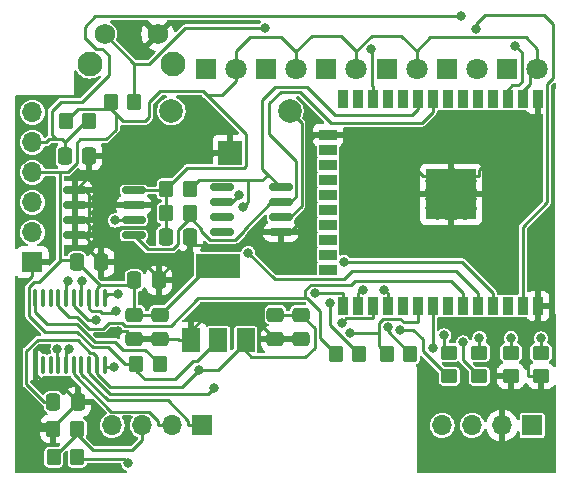
<source format=gbr>
%TF.GenerationSoftware,KiCad,Pcbnew,6.0.11-2627ca5db0~126~ubuntu20.04.1*%
%TF.CreationDate,2025-02-01T21:45:14-05:00*%
%TF.ProjectId,modbus_rtu_mirror_side_esp32_88x37x59mm,6d6f6462-7573-45f7-9274-755f6d697272,rev?*%
%TF.SameCoordinates,Original*%
%TF.FileFunction,Copper,L1,Top*%
%TF.FilePolarity,Positive*%
%FSLAX46Y46*%
G04 Gerber Fmt 4.6, Leading zero omitted, Abs format (unit mm)*
G04 Created by KiCad (PCBNEW 6.0.11-2627ca5db0~126~ubuntu20.04.1) date 2025-02-01 21:45:14*
%MOMM*%
%LPD*%
G01*
G04 APERTURE LIST*
G04 Aperture macros list*
%AMRoundRect*
0 Rectangle with rounded corners*
0 $1 Rounding radius*
0 $2 $3 $4 $5 $6 $7 $8 $9 X,Y pos of 4 corners*
0 Add a 4 corners polygon primitive as box body*
4,1,4,$2,$3,$4,$5,$6,$7,$8,$9,$2,$3,0*
0 Add four circle primitives for the rounded corners*
1,1,$1+$1,$2,$3*
1,1,$1+$1,$4,$5*
1,1,$1+$1,$6,$7*
1,1,$1+$1,$8,$9*
0 Add four rect primitives between the rounded corners*
20,1,$1+$1,$2,$3,$4,$5,0*
20,1,$1+$1,$4,$5,$6,$7,0*
20,1,$1+$1,$6,$7,$8,$9,0*
20,1,$1+$1,$8,$9,$2,$3,0*%
G04 Aperture macros list end*
%TA.AperFunction,SMDPad,CuDef*%
%ADD10RoundRect,0.250000X-0.350000X-0.450000X0.350000X-0.450000X0.350000X0.450000X-0.350000X0.450000X0*%
%TD*%
%TA.AperFunction,SMDPad,CuDef*%
%ADD11RoundRect,0.250000X0.450000X-0.350000X0.450000X0.350000X-0.450000X0.350000X-0.450000X-0.350000X0*%
%TD*%
%TA.AperFunction,SMDPad,CuDef*%
%ADD12RoundRect,0.250000X-0.337500X-0.475000X0.337500X-0.475000X0.337500X0.475000X-0.337500X0.475000X0*%
%TD*%
%TA.AperFunction,ComponentPad*%
%ADD13R,1.800000X1.800000*%
%TD*%
%TA.AperFunction,ComponentPad*%
%ADD14C,1.800000*%
%TD*%
%TA.AperFunction,SMDPad,CuDef*%
%ADD15RoundRect,0.150000X-0.825000X-0.150000X0.825000X-0.150000X0.825000X0.150000X-0.825000X0.150000X0*%
%TD*%
%TA.AperFunction,ComponentPad*%
%ADD16C,2.000000*%
%TD*%
%TA.AperFunction,ComponentPad*%
%ADD17R,2.000000X2.000000*%
%TD*%
%TA.AperFunction,ComponentPad*%
%ADD18R,1.700000X1.700000*%
%TD*%
%TA.AperFunction,ComponentPad*%
%ADD19O,1.700000X1.700000*%
%TD*%
%TA.AperFunction,SMDPad,CuDef*%
%ADD20RoundRect,0.100000X-0.100000X0.637500X-0.100000X-0.637500X0.100000X-0.637500X0.100000X0.637500X0*%
%TD*%
%TA.AperFunction,SMDPad,CuDef*%
%ADD21RoundRect,0.250000X-0.475000X0.337500X-0.475000X-0.337500X0.475000X-0.337500X0.475000X0.337500X0*%
%TD*%
%TA.AperFunction,SMDPad,CuDef*%
%ADD22R,0.900000X1.500000*%
%TD*%
%TA.AperFunction,SMDPad,CuDef*%
%ADD23R,1.500000X0.900000*%
%TD*%
%TA.AperFunction,HeatsinkPad*%
%ADD24C,0.475000*%
%TD*%
%TA.AperFunction,SMDPad,CuDef*%
%ADD25R,1.050000X1.050000*%
%TD*%
%TA.AperFunction,SMDPad,CuDef*%
%ADD26R,4.200000X4.200000*%
%TD*%
%TA.AperFunction,SMDPad,CuDef*%
%ADD27RoundRect,0.250000X0.350000X0.450000X-0.350000X0.450000X-0.350000X-0.450000X0.350000X-0.450000X0*%
%TD*%
%TA.AperFunction,ComponentPad*%
%ADD28C,2.100000*%
%TD*%
%TA.AperFunction,ComponentPad*%
%ADD29C,1.750000*%
%TD*%
%TA.AperFunction,SMDPad,CuDef*%
%ADD30R,1.500000X2.000000*%
%TD*%
%TA.AperFunction,SMDPad,CuDef*%
%ADD31R,3.800000X2.000000*%
%TD*%
%TA.AperFunction,ViaPad*%
%ADD32C,0.800000*%
%TD*%
%TA.AperFunction,Conductor*%
%ADD33C,0.250000*%
%TD*%
G04 APERTURE END LIST*
D10*
%TO.P,R10,1*%
%TO.N,Net-(J1-Pad3)*%
X103267000Y-138684000D03*
%TO.P,R10,2*%
%TO.N,Net-(R10-Pad2)*%
X105267000Y-138684000D03*
%TD*%
D11*
%TO.P,R4,1*%
%TO.N,/TX2_LED*%
X139319000Y-131810000D03*
%TO.P,R4,2*%
%TO.N,Net-(D3-Pad1)*%
X139319000Y-129810000D03*
%TD*%
D10*
%TO.P,R11,1*%
%TO.N,+3.3V*%
X104283000Y-110236000D03*
%TO.P,R11,2*%
%TO.N,/ESP_EN*%
X106283000Y-110236000D03*
%TD*%
D12*
%TO.P,C9,1*%
%TO.N,+3.3V*%
X112754500Y-120015000D03*
%TO.P,C9,2*%
%TO.N,GND*%
X114829500Y-120015000D03*
%TD*%
%TO.P,C6,1*%
%TO.N,+3.3V*%
X110087500Y-123698000D03*
%TO.P,C6,2*%
%TO.N,GND*%
X112162500Y-123698000D03*
%TD*%
D10*
%TO.P,R7,1*%
%TO.N,/RX1_LED*%
X131461000Y-129921000D03*
%TO.P,R7,2*%
%TO.N,Net-(D6-Pad1)*%
X133461000Y-129921000D03*
%TD*%
D13*
%TO.P,D2,1,K*%
%TO.N,Net-(D2-Pad1)*%
X136563000Y-105800000D03*
D14*
%TO.P,D2,2,A*%
%TO.N,/STP_LED*%
X139103000Y-105800000D03*
%TD*%
D12*
%TO.P,C8,1*%
%TO.N,+3.3V*%
X105240000Y-122174000D03*
%TO.P,C8,2*%
%TO.N,GND*%
X107315000Y-122174000D03*
%TD*%
D15*
%TO.P,U5,1,A0*%
%TO.N,GND*%
X105094000Y-116078000D03*
%TO.P,U5,2,A1*%
X105094000Y-117348000D03*
%TO.P,U5,3,A2*%
X105094000Y-118618000D03*
%TO.P,U5,4,VSS*%
X105094000Y-119888000D03*
%TO.P,U5,5,SDA*%
%TO.N,/I2C0_SDA*%
X110044000Y-119888000D03*
%TO.P,U5,6,SCL*%
%TO.N,/I2C0_SCL*%
X110044000Y-118618000D03*
%TO.P,U5,7,WP*%
%TO.N,GND*%
X110044000Y-117348000D03*
%TO.P,U5,8,VDD*%
%TO.N,+3.3V*%
X110044000Y-116078000D03*
%TD*%
D16*
%TO.P,BT1,1,+*%
%TO.N,+BATT*%
X113237000Y-109375000D03*
X123237000Y-109375000D03*
D17*
%TO.P,BT1,2,-*%
%TO.N,GND*%
X118237000Y-112875000D03*
%TD*%
D10*
%TO.P,R12,1*%
%TO.N,+3.3V*%
X112792000Y-117983000D03*
%TO.P,R12,2*%
%TO.N,/I2C0_SDA*%
X114792000Y-117983000D03*
%TD*%
D13*
%TO.P,D1,1,K*%
%TO.N,Net-(D1-Pad1)*%
X141663000Y-105800000D03*
D14*
%TO.P,D1,2,A*%
%TO.N,+3.3V*%
X144203000Y-105800000D03*
%TD*%
D11*
%TO.P,R2,1*%
%TO.N,GND*%
X144526000Y-131810000D03*
%TO.P,R2,2*%
%TO.N,Net-(D1-Pad1)*%
X144526000Y-129810000D03*
%TD*%
D13*
%TO.P,D3,1,K*%
%TO.N,Net-(D3-Pad1)*%
X131463000Y-105800000D03*
D14*
%TO.P,D3,2,A*%
%TO.N,+3.3V*%
X134003000Y-105800000D03*
%TD*%
D11*
%TO.P,R3,1*%
%TO.N,GND*%
X141986000Y-131810000D03*
%TO.P,R3,2*%
%TO.N,Net-(D2-Pad1)*%
X141986000Y-129810000D03*
%TD*%
D10*
%TO.P,R6,1*%
%TO.N,/TX1_LED*%
X127143000Y-129921000D03*
%TO.P,R6,2*%
%TO.N,Net-(D5-Pad1)*%
X129143000Y-129921000D03*
%TD*%
D18*
%TO.P,J3,1,Pin_1*%
%TO.N,GND*%
X101473000Y-122174000D03*
D19*
%TO.P,J3,2,Pin_2*%
%TO.N,/ESP_TXD*%
X101473000Y-119634000D03*
%TO.P,J3,3,Pin_3*%
%TO.N,/ESP_RXD*%
X101473000Y-117094000D03*
%TO.P,J3,4,Pin_4*%
%TO.N,+3.3V*%
X101473000Y-114554000D03*
%TO.P,J3,5,Pin_5*%
%TO.N,/ESP_EN*%
X101473000Y-112014000D03*
%TO.P,J3,6,Pin_6*%
%TO.N,/ESP_IO0*%
X101473000Y-109474000D03*
%TD*%
D10*
%TO.P,R8,1*%
%TO.N,+3.3V*%
X108093000Y-108585000D03*
%TO.P,R8,2*%
%TO.N,/STP_SW*%
X110093000Y-108585000D03*
%TD*%
D20*
%TO.P,U2,1,A1*%
%TO.N,/RX2_LED*%
X107573000Y-125153500D03*
%TO.P,U2,2,VCCA*%
%TO.N,+3.3V*%
X106923000Y-125153500D03*
%TO.P,U2,3,A2*%
%TO.N,Net-(U1-Pad27)*%
X106273000Y-125153500D03*
%TO.P,U2,4,A3*%
%TO.N,/TX2_LED*%
X105623000Y-125153500D03*
%TO.P,U2,5,A4*%
%TO.N,/RX1_LED*%
X104973000Y-125153500D03*
%TO.P,U2,6,A5*%
%TO.N,Net-(U1-Pad31)*%
X104323000Y-125153500D03*
%TO.P,U2,7,A6*%
%TO.N,/TX1_LED*%
X103673000Y-125153500D03*
%TO.P,U2,8,A7*%
%TO.N,unconnected-(U2-Pad8)*%
X103023000Y-125153500D03*
%TO.P,U2,9,A8*%
%TO.N,unconnected-(U2-Pad9)*%
X102373000Y-125153500D03*
%TO.P,U2,10,OE*%
%TO.N,Net-(R1-Pad2)*%
X101723000Y-125153500D03*
%TO.P,U2,11,GND*%
%TO.N,GND*%
X101723000Y-130878500D03*
%TO.P,U2,12,B8*%
%TO.N,unconnected-(U2-Pad12)*%
X102373000Y-130878500D03*
%TO.P,U2,13,B7*%
%TO.N,unconnected-(U2-Pad13)*%
X103023000Y-130878500D03*
%TO.P,U2,14,B6*%
%TO.N,Net-(J1-Pad4)*%
X103673000Y-130878500D03*
%TO.P,U2,15,B5*%
%TO.N,Net-(R10-Pad2)*%
X104323000Y-130878500D03*
%TO.P,U2,16,B4*%
%TO.N,Net-(J1-Pad2)*%
X104973000Y-130878500D03*
%TO.P,U2,17,B3*%
%TO.N,Net-(J1-Pad1)*%
X105623000Y-130878500D03*
%TO.P,U2,18,B2*%
%TO.N,Net-(J2-Pad4)*%
X106273000Y-130878500D03*
%TO.P,U2,19,VCCB*%
%TO.N,+5V*%
X106923000Y-130878500D03*
%TO.P,U2,20,B1*%
%TO.N,Net-(J2-Pad3)*%
X107573000Y-130878500D03*
%TD*%
D21*
%TO.P,C2,1*%
%TO.N,+5V*%
X122047000Y-126597500D03*
%TO.P,C2,2*%
%TO.N,GND*%
X122047000Y-128672500D03*
%TD*%
D10*
%TO.P,R1,1*%
%TO.N,+3.3V*%
X110252000Y-130810000D03*
%TO.P,R1,2*%
%TO.N,Net-(R1-Pad2)*%
X112252000Y-130810000D03*
%TD*%
D13*
%TO.P,D4,1,K*%
%TO.N,Net-(D4-Pad1)*%
X126363000Y-105800000D03*
D14*
%TO.P,D4,2,A*%
%TO.N,+3.3V*%
X128903000Y-105800000D03*
%TD*%
D21*
%TO.P,C1,1*%
%TO.N,+5V*%
X124206000Y-126597500D03*
%TO.P,C1,2*%
%TO.N,GND*%
X124206000Y-128672500D03*
%TD*%
%TO.P,C4,1*%
%TO.N,+3.3V*%
X110109000Y-126597500D03*
%TO.P,C4,2*%
%TO.N,GND*%
X110109000Y-128672500D03*
%TD*%
D22*
%TO.P,U1,1,GND*%
%TO.N,GND*%
X144267000Y-108344000D03*
%TO.P,U1,2,VDD*%
%TO.N,+3.3V*%
X142997000Y-108344000D03*
%TO.P,U1,3,EN*%
%TO.N,/ESP_EN*%
X141727000Y-108344000D03*
%TO.P,U1,4,SENSOR_VP*%
%TO.N,unconnected-(U1-Pad4)*%
X140457000Y-108344000D03*
%TO.P,U1,5,SENSOR_VN*%
%TO.N,unconnected-(U1-Pad5)*%
X139187000Y-108344000D03*
%TO.P,U1,6,IO34*%
%TO.N,unconnected-(U1-Pad6)*%
X137917000Y-108344000D03*
%TO.P,U1,7,IO35*%
%TO.N,unconnected-(U1-Pad7)*%
X136647000Y-108344000D03*
%TO.P,U1,8,IO32*%
%TO.N,/I2C0_SDA*%
X135377000Y-108344000D03*
%TO.P,U1,9,IO33*%
%TO.N,/I2C0_SCL*%
X134107000Y-108344000D03*
%TO.P,U1,10,IO25*%
%TO.N,unconnected-(U1-Pad10)*%
X132837000Y-108344000D03*
%TO.P,U1,11,IO26*%
%TO.N,unconnected-(U1-Pad11)*%
X131567000Y-108344000D03*
%TO.P,U1,12,IO27*%
%TO.N,/STP_SW*%
X130297000Y-108344000D03*
%TO.P,U1,13,IO14*%
%TO.N,unconnected-(U1-Pad13)*%
X129027000Y-108344000D03*
%TO.P,U1,14,IO12*%
%TO.N,unconnected-(U1-Pad14)*%
X127757000Y-108344000D03*
D23*
%TO.P,U1,15,GND*%
%TO.N,GND*%
X126507000Y-111384000D03*
%TO.P,U1,16,IO13*%
%TO.N,Net-(U1-Pad16)*%
X126507000Y-112654000D03*
%TO.P,U1,17,SHD/SD2*%
%TO.N,unconnected-(U1-Pad17)*%
X126507000Y-113924000D03*
%TO.P,U1,18,SWP/SD3*%
%TO.N,unconnected-(U1-Pad18)*%
X126507000Y-115194000D03*
%TO.P,U1,19,SCS/CMD*%
%TO.N,unconnected-(U1-Pad19)*%
X126507000Y-116464000D03*
%TO.P,U1,20,SCK/CLK*%
%TO.N,unconnected-(U1-Pad20)*%
X126507000Y-117734000D03*
%TO.P,U1,21,SDO/SD0*%
%TO.N,unconnected-(U1-Pad21)*%
X126507000Y-119004000D03*
%TO.P,U1,22,SDI/SD1*%
%TO.N,unconnected-(U1-Pad22)*%
X126507000Y-120274000D03*
%TO.P,U1,23,IO15*%
%TO.N,unconnected-(U1-Pad23)*%
X126507000Y-121544000D03*
%TO.P,U1,24,IO2*%
%TO.N,unconnected-(U1-Pad24)*%
X126507000Y-122814000D03*
D22*
%TO.P,U1,25,IO0*%
%TO.N,/ESP_IO0*%
X127757000Y-125844000D03*
%TO.P,U1,26,IO4*%
%TO.N,/RX2_LED*%
X129027000Y-125844000D03*
%TO.P,U1,27,IO16*%
%TO.N,Net-(U1-Pad27)*%
X130297000Y-125844000D03*
%TO.P,U1,28,IO17*%
%TO.N,/TX2_LED*%
X131567000Y-125844000D03*
%TO.P,U1,29,IO5*%
%TO.N,unconnected-(U1-Pad29)*%
X132837000Y-125844000D03*
%TO.P,U1,30,IO18*%
%TO.N,/RX1_LED*%
X134107000Y-125844000D03*
%TO.P,U1,31,IO19*%
%TO.N,Net-(U1-Pad31)*%
X135377000Y-125844000D03*
%TO.P,U1,32,NC*%
%TO.N,unconnected-(U1-Pad32)*%
X136647000Y-125844000D03*
%TO.P,U1,33,IO21*%
%TO.N,/TX1_LED*%
X137917000Y-125844000D03*
%TO.P,U1,34,RXD0/IO3*%
%TO.N,/ESP_RXD*%
X139187000Y-125844000D03*
%TO.P,U1,35,TXD0/IO1*%
%TO.N,/ESP_TXD*%
X140457000Y-125844000D03*
%TO.P,U1,36,IO22*%
%TO.N,Net-(U1-Pad36)*%
X141727000Y-125844000D03*
%TO.P,U1,37,IO23*%
%TO.N,/STP_LED*%
X142997000Y-125844000D03*
%TO.P,U1,38,GND*%
%TO.N,GND*%
X144267000Y-125844000D03*
D24*
%TO.P,U1,39,GND*%
X137689500Y-114889000D03*
X136164500Y-114889000D03*
X138452000Y-115651500D03*
D25*
X135402000Y-117939000D03*
X136927000Y-117939000D03*
D24*
X136927000Y-115651500D03*
X137689500Y-117939000D03*
D25*
X135402000Y-114889000D03*
D24*
X137689500Y-116414000D03*
D26*
X136927000Y-116414000D03*
D24*
X135402000Y-115651500D03*
D25*
X138452000Y-117939000D03*
D24*
X136927000Y-117176500D03*
D25*
X136927000Y-114889000D03*
X135402000Y-116414000D03*
D24*
X138452000Y-117176500D03*
D25*
X138452000Y-116414000D03*
D24*
X136164500Y-117939000D03*
X136164500Y-116414000D03*
X135402000Y-117176500D03*
D25*
X138452000Y-114889000D03*
X136927000Y-116414000D03*
%TD*%
D12*
%TO.P,C5,1*%
%TO.N,+5V*%
X103229500Y-133985000D03*
%TO.P,C5,2*%
%TO.N,GND*%
X105304500Y-133985000D03*
%TD*%
D18*
%TO.P,J1,1,Pin_1*%
%TO.N,Net-(J1-Pad1)*%
X115840000Y-135980000D03*
D19*
%TO.P,J1,2,Pin_2*%
%TO.N,Net-(J1-Pad2)*%
X113300000Y-135980000D03*
%TO.P,J1,3,Pin_3*%
%TO.N,Net-(J1-Pad3)*%
X110760000Y-135980000D03*
%TO.P,J1,4,Pin_4*%
%TO.N,Net-(J1-Pad4)*%
X108220000Y-135980000D03*
%TD*%
D27*
%TO.P,R9,1*%
%TO.N,Net-(J1-Pad3)*%
X105251000Y-136271000D03*
%TO.P,R9,2*%
%TO.N,GND*%
X103251000Y-136271000D03*
%TD*%
D10*
%TO.P,R13,1*%
%TO.N,+3.3V*%
X112792000Y-115951000D03*
%TO.P,R13,2*%
%TO.N,/I2C0_SCL*%
X114792000Y-115951000D03*
%TD*%
D15*
%TO.P,U4,1,32KHZ*%
%TO.N,unconnected-(U4-Pad1)*%
X117540000Y-115824000D03*
%TO.P,U4,2,VCC*%
%TO.N,+3.3V*%
X117540000Y-117094000D03*
%TO.P,U4,3,~{INT}/SQW*%
%TO.N,unconnected-(U4-Pad3)*%
X117540000Y-118364000D03*
%TO.P,U4,4,~{RST}*%
%TO.N,unconnected-(U4-Pad4)*%
X117540000Y-119634000D03*
%TO.P,U4,5,GND*%
%TO.N,GND*%
X122490000Y-119634000D03*
%TO.P,U4,6,VBAT*%
%TO.N,+BATT*%
X122490000Y-118364000D03*
%TO.P,U4,7,SDA*%
%TO.N,/I2C0_SDA*%
X122490000Y-117094000D03*
%TO.P,U4,8,SCL*%
%TO.N,/I2C0_SCL*%
X122490000Y-115824000D03*
%TD*%
D13*
%TO.P,D6,1,K*%
%TO.N,Net-(D6-Pad1)*%
X116163000Y-105800000D03*
D14*
%TO.P,D6,2,A*%
%TO.N,+3.3V*%
X118703000Y-105800000D03*
%TD*%
D28*
%TO.P,SW1,*%
%TO.N,*%
X113340000Y-105357500D03*
X106330000Y-105357500D03*
D29*
%TO.P,SW1,1,1*%
%TO.N,/STP_SW*%
X107580000Y-102867500D03*
%TO.P,SW1,2,2*%
%TO.N,GND*%
X112080000Y-102867500D03*
%TD*%
D30*
%TO.P,U3,1,GND*%
%TO.N,GND*%
X114921000Y-128753000D03*
%TO.P,U3,2,VO*%
%TO.N,+3.3V*%
X117221000Y-128753000D03*
D31*
X117221000Y-122453000D03*
D30*
%TO.P,U3,3,VI*%
%TO.N,+5V*%
X119521000Y-128753000D03*
%TD*%
D18*
%TO.P,J2,1,Pin_1*%
%TO.N,+5V*%
X143780000Y-135980000D03*
D19*
%TO.P,J2,2,Pin_2*%
%TO.N,GND*%
X141240000Y-135980000D03*
%TO.P,J2,3,Pin_3*%
%TO.N,Net-(J2-Pad3)*%
X138700000Y-135980000D03*
%TO.P,J2,4,Pin_4*%
%TO.N,Net-(J2-Pad4)*%
X136160000Y-135980000D03*
%TD*%
D21*
%TO.P,C3,1*%
%TO.N,+3.3V*%
X112268000Y-126597500D03*
%TO.P,C3,2*%
%TO.N,GND*%
X112268000Y-128672500D03*
%TD*%
D13*
%TO.P,D5,1,K*%
%TO.N,Net-(D5-Pad1)*%
X121263000Y-105800000D03*
D14*
%TO.P,D5,2,A*%
%TO.N,+3.3V*%
X123803000Y-105800000D03*
%TD*%
D12*
%TO.P,C7,1*%
%TO.N,/ESP_EN*%
X104215000Y-113157000D03*
%TO.P,C7,2*%
%TO.N,GND*%
X106290000Y-113157000D03*
%TD*%
D11*
%TO.P,R5,1*%
%TO.N,/RX2_LED*%
X136779000Y-131810000D03*
%TO.P,R5,2*%
%TO.N,Net-(D4-Pad1)*%
X136779000Y-129810000D03*
%TD*%
D32*
%TO.N,GND*%
X106264200Y-121135600D03*
X108741200Y-128003100D03*
%TO.N,+3.3V*%
X118979800Y-116481200D03*
%TO.N,+5V*%
X115601273Y-131261429D03*
%TO.N,Net-(D1-Pad1)*%
X144526000Y-128608500D03*
%TO.N,Net-(D2-Pad1)*%
X141986000Y-128582500D03*
%TO.N,/STP_LED*%
X139065000Y-102399500D03*
%TO.N,Net-(D3-Pad1)*%
X139319000Y-128582500D03*
%TO.N,/TX2_LED*%
X131271400Y-124489700D03*
X105696000Y-123783900D03*
X137933400Y-128952500D03*
%TO.N,Net-(U1-Pad31)*%
X104446200Y-123788400D03*
X135373900Y-129452300D03*
%TO.N,Net-(D4-Pad1)*%
X136344000Y-128356700D03*
%TO.N,Net-(D5-Pad1)*%
X126679300Y-125584000D03*
%TO.N,Net-(D6-Pad1)*%
X131534700Y-127654400D03*
%TO.N,/RX2_LED*%
X129479300Y-124488200D03*
X108721700Y-124834700D03*
X132551000Y-127879500D03*
%TO.N,/RX1_LED*%
X128372800Y-128113200D03*
X106867100Y-127023700D03*
%TO.N,/STP_SW*%
X130131300Y-104096300D03*
X121158000Y-102350100D03*
%TO.N,/ESP_TXD*%
X127869000Y-122138500D03*
%TO.N,/ESP_RXD*%
X119741900Y-121379400D03*
%TO.N,/ESP_EN*%
X137795000Y-101346000D03*
X142367000Y-103848500D03*
%TO.N,/ESP_IO0*%
X125430900Y-124780700D03*
%TO.N,Net-(U1-Pad27)*%
X127673100Y-127278800D03*
X108534300Y-126257600D03*
%TO.N,/I2C0_SCL*%
X119271200Y-117497900D03*
X108460300Y-118618000D03*
%TO.N,Net-(J1-Pad4)*%
X103588300Y-129506500D03*
%TO.N,Net-(J2-Pad3)*%
X108394300Y-131018200D03*
%TO.N,Net-(J2-Pad4)*%
X116840000Y-132842000D03*
%TO.N,Net-(R10-Pad2)*%
X104597100Y-129511200D03*
X109601000Y-139192000D03*
%TD*%
D33*
%TO.N,Net-(J1-Pad1)*%
X115840000Y-135980000D02*
X114664700Y-135980000D01*
X112910000Y-133858000D02*
X107848500Y-133858000D01*
X107848500Y-133858000D02*
X105623000Y-131632500D01*
X114664700Y-135612700D02*
X112910000Y-133858000D01*
X105623000Y-131632500D02*
X105623000Y-130878500D01*
X114664700Y-135980000D02*
X114664700Y-135612700D01*
%TO.N,GND*%
X105507700Y-115664300D02*
X105094000Y-116078000D01*
X114853800Y-127970200D02*
X115951000Y-126873000D01*
X107315000Y-122174000D02*
X106276600Y-121135600D01*
X112162500Y-123498500D02*
X112162500Y-123698000D01*
X126507000Y-111384000D02*
X131046700Y-111384000D01*
X105938700Y-118618000D02*
X106243400Y-118922700D01*
X125095000Y-117815300D02*
X125095000Y-111765000D01*
X139302300Y-114384000D02*
X144267000Y-109419300D01*
X139302300Y-114889000D02*
X139302300Y-114384000D01*
X135402000Y-117939000D02*
X135402000Y-117176500D01*
X143469900Y-127716400D02*
X143469900Y-131810000D01*
X136927000Y-116414000D02*
X137689500Y-116414000D01*
X114926800Y-120112300D02*
X114829500Y-120015000D01*
X114853800Y-128753000D02*
X113845700Y-128753000D01*
X138452000Y-116414000D02*
X137689500Y-116414000D01*
X134976900Y-114889000D02*
X134551700Y-114889000D01*
X106290000Y-114882000D02*
X105507700Y-115664300D01*
X138452000Y-114889000D02*
X139302300Y-114889000D01*
X106290000Y-113157000D02*
X106290000Y-114882000D01*
X110044000Y-117348000D02*
X106243400Y-117348000D01*
X135402000Y-115651500D02*
X135402000Y-116414000D01*
X110109000Y-128672500D02*
X112268000Y-128672500D01*
X106243400Y-119516500D02*
X105871900Y-119888000D01*
X136164500Y-114889000D02*
X135402000Y-114889000D01*
X122490000Y-119634000D02*
X120415900Y-119634000D01*
X141240000Y-133953000D02*
X141986000Y-133207000D01*
X106276600Y-121135600D02*
X106264200Y-121135600D01*
X101473000Y-122174000D02*
X101473000Y-123349300D01*
X122047000Y-128672500D02*
X124206000Y-128672500D01*
X144267000Y-125844000D02*
X144267000Y-126919300D01*
X106264200Y-120280300D02*
X105871900Y-119888000D01*
X106243400Y-118922700D02*
X106243400Y-119516500D01*
X115951000Y-126873000D02*
X120247500Y-126873000D01*
X106243400Y-118313300D02*
X105938700Y-118618000D01*
X112162500Y-123498500D02*
X110838000Y-122174000D01*
X100457000Y-124365300D02*
X100457000Y-134112000D01*
X141240000Y-135980000D02*
X141240000Y-133953000D01*
X102728500Y-132588000D02*
X101723000Y-131582500D01*
X109439600Y-128003100D02*
X108741200Y-128003100D01*
X103443500Y-135846000D02*
X105304500Y-133985000D01*
X131046700Y-111384000D02*
X134551700Y-114889000D01*
X136927000Y-116414000D02*
X136927000Y-115651500D01*
X137689500Y-114889000D02*
X138452000Y-114889000D01*
X101473000Y-123349300D02*
X100457000Y-124365300D01*
X105871900Y-119888000D02*
X105094000Y-119888000D01*
X114921000Y-128753000D02*
X114853800Y-128753000D01*
X141986000Y-133207000D02*
X141986000Y-131810000D01*
X125095000Y-111765000D02*
X125476000Y-111384000D01*
X114926800Y-120734200D02*
X114926800Y-120112300D01*
X138452000Y-117939000D02*
X137689500Y-117939000D01*
X106243400Y-116400000D02*
X105507700Y-115664300D01*
X123276300Y-119634000D02*
X125095000Y-117815300D01*
X103251000Y-136038500D02*
X103443500Y-135846000D01*
X106264200Y-121135600D02*
X106264200Y-120280300D01*
X114853800Y-128753000D02*
X114853800Y-127970200D01*
X110838000Y-122174000D02*
X107315000Y-122174000D01*
X143469900Y-131810000D02*
X144526000Y-131810000D01*
X100457000Y-134112000D02*
X102191000Y-135846000D01*
X110109000Y-128672500D02*
X109439600Y-128003100D01*
X101723000Y-131582500D02*
X101723000Y-130878500D01*
X135402000Y-117176500D02*
X135402000Y-116414000D01*
X136164500Y-116414000D02*
X136927000Y-116414000D01*
X136164500Y-114889000D02*
X136927000Y-114889000D01*
X105938700Y-118618000D02*
X105094000Y-118618000D01*
X136927000Y-117939000D02*
X136164500Y-117939000D01*
X135402000Y-115314100D02*
X135402000Y-115651500D01*
X136927000Y-114889000D02*
X137689500Y-114889000D01*
X118237000Y-112875000D02*
X116911700Y-112875000D01*
X114926800Y-120734200D02*
X112162500Y-123498500D01*
X105304500Y-133985000D02*
X103907500Y-132588000D01*
X136927000Y-117176500D02*
X136927000Y-116414000D01*
X106243400Y-117348000D02*
X105094000Y-117348000D01*
X138452000Y-116414000D02*
X138452000Y-117176500D01*
X106243400Y-117348000D02*
X106243400Y-118313300D01*
X125476000Y-111384000D02*
X126507000Y-111384000D01*
X112268000Y-128672500D02*
X113765200Y-128672500D01*
X106243400Y-117348000D02*
X106243400Y-116400000D01*
X113765200Y-128672500D02*
X113845700Y-128753000D01*
X120415900Y-119634000D02*
X119315700Y-120734200D01*
X103251000Y-136271000D02*
X103251000Y-136038500D01*
X102191000Y-135846000D02*
X103443500Y-135846000D01*
X138452000Y-117939000D02*
X138452000Y-117176500D01*
X144267000Y-126919300D02*
X143469900Y-127716400D01*
X106290000Y-113157000D02*
X116629700Y-113157000D01*
X144267000Y-108344000D02*
X144267000Y-109419300D01*
X135402000Y-114889000D02*
X134976900Y-114889000D01*
X103907500Y-132588000D02*
X102728500Y-132588000D01*
X134976900Y-114889000D02*
X135402000Y-115314100D01*
X120247500Y-126873000D02*
X122047000Y-128672500D01*
X138452000Y-116414000D02*
X138452000Y-115651500D01*
X119315700Y-120734200D02*
X114926800Y-120734200D01*
X136164500Y-117939000D02*
X135402000Y-117939000D01*
X116629700Y-113157000D02*
X116911700Y-112875000D01*
X136164500Y-116414000D02*
X135402000Y-116414000D01*
X122490000Y-119634000D02*
X123276300Y-119634000D01*
%TO.N,+3.3V*%
X101197200Y-126724200D02*
X101197200Y-124261496D01*
X114542700Y-114200300D02*
X112792000Y-115951000D01*
X132700000Y-102997000D02*
X134003000Y-104300000D01*
X110087500Y-124060700D02*
X107220900Y-124060700D01*
X103782000Y-114554000D02*
X104463000Y-114554000D01*
X111379000Y-108585000D02*
X111379000Y-109855000D01*
X143637000Y-107061000D02*
X143637000Y-106366000D01*
X110087500Y-126576000D02*
X110109000Y-126597500D01*
X123803000Y-104300000D02*
X123731000Y-104300000D01*
X119879000Y-103124000D02*
X122555000Y-103124000D01*
X105271800Y-128064600D02*
X102537600Y-128064600D01*
X104283000Y-110236000D02*
X105321500Y-109197500D01*
X109131500Y-110236000D02*
X108535200Y-109639700D01*
X143256000Y-103124000D02*
X144203000Y-104071000D01*
X119562400Y-111323900D02*
X119562400Y-114009700D01*
X103782000Y-121909400D02*
X103864000Y-121991400D01*
X116270100Y-108031600D02*
X117520400Y-108031600D01*
X110087500Y-123698000D02*
X110087500Y-124060700D01*
X142997000Y-108344000D02*
X142997000Y-107701000D01*
X142997000Y-107701000D02*
X143637000Y-107061000D01*
X116270100Y-108031600D02*
X119562400Y-111323900D01*
X110252000Y-131334000D02*
X110252000Y-130810000D01*
X105240000Y-122174000D02*
X105057400Y-121991400D01*
X110252000Y-130810000D02*
X109315700Y-130810000D01*
X128903000Y-104300000D02*
X127600000Y-102997000D01*
X112268000Y-126597500D02*
X110109000Y-126597500D01*
X117221000Y-122453000D02*
X116642800Y-122453000D01*
X125106000Y-102997000D02*
X123803000Y-104300000D01*
X101197200Y-124261496D02*
X101633696Y-123825000D01*
X107173800Y-124107800D02*
X105240000Y-122174000D01*
X108093000Y-109197500D02*
X108093000Y-108585000D01*
X103782000Y-114554000D02*
X101473000Y-114554000D01*
X112792000Y-116078000D02*
X112792000Y-117983000D01*
X130206000Y-102997000D02*
X132700000Y-102997000D01*
X113538000Y-132080000D02*
X110998000Y-132080000D01*
X127600000Y-102997000D02*
X125106000Y-102997000D01*
X109315700Y-130810000D02*
X107870600Y-129364900D01*
X107220900Y-124060700D02*
X107173800Y-124107800D01*
X106572100Y-129364900D02*
X105271800Y-128064600D01*
X118703000Y-104300000D02*
X119879000Y-103124000D01*
X118367000Y-117094000D02*
X118979800Y-116481200D01*
X110998000Y-132080000D02*
X110252000Y-131334000D01*
X101633696Y-123825000D02*
X102030400Y-123825000D01*
X112268000Y-107696000D02*
X111379000Y-108585000D01*
X105252500Y-112044500D02*
X105537000Y-111760000D01*
X128903000Y-105800000D02*
X128903000Y-104300000D01*
X105057400Y-121991400D02*
X103864000Y-121991400D01*
X144203000Y-104071000D02*
X144203000Y-105800000D01*
X115418000Y-130556000D02*
X115062000Y-130556000D01*
X135128000Y-103124000D02*
X143256000Y-103124000D01*
X119371800Y-114200300D02*
X114542700Y-114200300D01*
X103782000Y-114554000D02*
X103782000Y-121909400D01*
X112792000Y-116078000D02*
X110044000Y-116078000D01*
X116642800Y-122453000D02*
X116412500Y-122453000D01*
X105537000Y-111760000D02*
X107696000Y-111760000D01*
X102537600Y-128064600D02*
X101197200Y-126724200D01*
X102030400Y-123825000D02*
X103864000Y-121991400D01*
X117221000Y-128753000D02*
X115418000Y-130556000D01*
X107870600Y-129364900D02*
X106572100Y-129364900D01*
X134003000Y-104300000D02*
X134003000Y-104249000D01*
X123803000Y-104372000D02*
X123803000Y-105800000D01*
X108535200Y-110920800D02*
X108535200Y-109639700D01*
X105252500Y-113764500D02*
X105252500Y-112044500D01*
X112792000Y-117983000D02*
X112754500Y-118020500D01*
X122555000Y-103124000D02*
X123731000Y-104300000D01*
X111379000Y-109855000D02*
X110998000Y-110236000D01*
X123731000Y-104300000D02*
X123803000Y-104372000D01*
X117520400Y-108031600D02*
X118703000Y-106849000D01*
X118703000Y-106849000D02*
X118703000Y-104300000D01*
X134003000Y-104249000D02*
X134003000Y-105800000D01*
X108535200Y-109639700D02*
X108093000Y-109197500D01*
X128903000Y-104300000D02*
X130206000Y-102997000D01*
X105321500Y-109197500D02*
X108093000Y-109197500D01*
X107696000Y-111760000D02*
X108535200Y-110920800D01*
X116412500Y-122453000D02*
X112268000Y-126597500D01*
X104463000Y-114554000D02*
X105252500Y-113764500D01*
X112792000Y-115951000D02*
X112792000Y-116078000D01*
X119562400Y-114009700D02*
X119371800Y-114200300D01*
X115934500Y-107696000D02*
X112268000Y-107696000D01*
X115062000Y-130556000D02*
X113538000Y-132080000D01*
X110087500Y-124060700D02*
X110087500Y-126576000D01*
X112754500Y-118020500D02*
X112754500Y-120015000D01*
X143637000Y-106366000D02*
X144203000Y-105800000D01*
X117540000Y-117094000D02*
X118367000Y-117094000D01*
X106923000Y-124358600D02*
X107173800Y-124107800D01*
X116270100Y-108031600D02*
X115934500Y-107696000D01*
X110998000Y-110236000D02*
X109131500Y-110236000D01*
X106923000Y-125153500D02*
X106923000Y-124358600D01*
X134003000Y-104249000D02*
X135128000Y-103124000D01*
%TO.N,+5V*%
X105297104Y-128726300D02*
X106385704Y-129814900D01*
X106923000Y-131581200D02*
X106923000Y-130878500D01*
X120015000Y-130175000D02*
X124587000Y-130175000D01*
X102489000Y-133985000D02*
X100965000Y-132461000D01*
X119521000Y-129681000D02*
X120015000Y-130175000D01*
X106576500Y-129814900D02*
X106923000Y-130161400D01*
X124587000Y-130175000D02*
X125352800Y-129409200D01*
X124206000Y-126597500D02*
X122047000Y-126597500D01*
X103229500Y-133985000D02*
X102489000Y-133985000D01*
X125352800Y-127744300D02*
X124206000Y-126597500D01*
X100965000Y-129667000D02*
X101905700Y-128726300D01*
X119521000Y-128891000D02*
X119521000Y-128753000D01*
X117150571Y-131261429D02*
X119521000Y-128891000D01*
X114147702Y-132715000D02*
X108056800Y-132715000D01*
X115601273Y-131261429D02*
X114147702Y-132715000D01*
X115601273Y-131261429D02*
X117150571Y-131261429D01*
X119521000Y-128753000D02*
X119521000Y-129681000D01*
X100965000Y-132461000D02*
X100965000Y-129667000D01*
X108056800Y-132715000D02*
X106923000Y-131581200D01*
X106385704Y-129814900D02*
X106576500Y-129814900D01*
X101905700Y-128726300D02*
X105297104Y-128726300D01*
X106923000Y-130161400D02*
X106923000Y-130878500D01*
X125352800Y-129409200D02*
X125352800Y-127744300D01*
%TO.N,Net-(D1-Pad1)*%
X144526000Y-128608500D02*
X144526000Y-129810000D01*
%TO.N,Net-(D2-Pad1)*%
X141986000Y-129810000D02*
X141986000Y-128582500D01*
%TO.N,/STP_LED*%
X142997000Y-125844000D02*
X142997000Y-119139400D01*
X139103000Y-101943000D02*
X139065000Y-101981000D01*
X142997000Y-119139400D02*
X145042400Y-117094000D01*
X144780000Y-101219000D02*
X139827000Y-101219000D01*
X139827000Y-101219000D02*
X139103000Y-101943000D01*
X145542000Y-106570700D02*
X145542000Y-101981000D01*
X145042400Y-107070300D02*
X145542000Y-106570700D01*
X139065000Y-101981000D02*
X139065000Y-102399500D01*
X145542000Y-101981000D02*
X144780000Y-101219000D01*
X145042400Y-117094000D02*
X145042400Y-107070300D01*
%TO.N,Net-(D3-Pad1)*%
X139319000Y-129810000D02*
X139319000Y-128582500D01*
%TO.N,/TX2_LED*%
X139319000Y-131810000D02*
X137933500Y-130424500D01*
X137933500Y-128952500D02*
X137933400Y-128952500D01*
X137933500Y-130424500D02*
X137933500Y-128952500D01*
X131567000Y-125844000D02*
X131567000Y-124768700D01*
X105696000Y-123783900D02*
X105623000Y-123856900D01*
X131550400Y-124768700D02*
X131271400Y-124489700D01*
X105623000Y-123856900D02*
X105623000Y-125153500D01*
X131567000Y-124768700D02*
X131550400Y-124768700D01*
%TO.N,Net-(U1-Pad31)*%
X135377000Y-125844000D02*
X135377000Y-129449200D01*
X104323000Y-125153500D02*
X104323000Y-123911600D01*
X104323000Y-123911600D02*
X104446200Y-123788400D01*
X135377000Y-129449200D02*
X135373900Y-129452300D01*
%TO.N,Net-(D4-Pad1)*%
X136344000Y-129375000D02*
X136344000Y-128356700D01*
X136779000Y-129810000D02*
X136344000Y-129375000D01*
%TO.N,Net-(D5-Pad1)*%
X129143000Y-129921000D02*
X126679300Y-127457300D01*
X126679300Y-127457300D02*
X126679300Y-125584000D01*
%TO.N,Net-(D6-Pad1)*%
X131534700Y-127994700D02*
X131534700Y-127654400D01*
X133461000Y-129921000D02*
X131534700Y-127994700D01*
%TO.N,/RX2_LED*%
X129027000Y-124768700D02*
X129307500Y-124488200D01*
X134539700Y-129680500D02*
X134539700Y-128697700D01*
X108721700Y-124834700D02*
X107891800Y-124834700D01*
X136779000Y-131810000D02*
X136669200Y-131810000D01*
X134539700Y-128697700D02*
X133721500Y-127879500D01*
X129307500Y-124488200D02*
X129479300Y-124488200D01*
X107891800Y-124834700D02*
X107573000Y-125153500D01*
X133721500Y-127879500D02*
X132551000Y-127879500D01*
X136669200Y-131810000D02*
X134539700Y-129680500D01*
X129027000Y-125844000D02*
X129027000Y-124768700D01*
%TO.N,/TX1_LED*%
X103673000Y-125851300D02*
X103673000Y-125153500D01*
X105264300Y-126775400D02*
X104597100Y-126775400D01*
X125075200Y-124055400D02*
X124587000Y-124543600D01*
X124587000Y-125222000D02*
X115525000Y-125222000D01*
X137917000Y-124768700D02*
X136894600Y-123746300D01*
X124714000Y-125222000D02*
X124460000Y-125222000D01*
X128465300Y-124055400D02*
X125075200Y-124055400D01*
X106266600Y-127777700D02*
X105264300Y-126775400D01*
X127143000Y-129921000D02*
X125803200Y-128581200D01*
X124587000Y-124543600D02*
X124587000Y-125222000D01*
X109041700Y-127277800D02*
X107926200Y-127277800D01*
X107926200Y-127277800D02*
X107426300Y-127777700D01*
X125803200Y-128581200D02*
X125803200Y-126311200D01*
X104597100Y-126775400D02*
X103673000Y-125851300D01*
X107426300Y-127777700D02*
X106266600Y-127777700D01*
X137917000Y-125844000D02*
X137917000Y-124768700D01*
X136894600Y-123746300D02*
X128774400Y-123746300D01*
X128774400Y-123746300D02*
X128465300Y-124055400D01*
X113194300Y-127552700D02*
X109316600Y-127552700D01*
X109316600Y-127552700D02*
X109041700Y-127277800D01*
X125803200Y-126311200D02*
X124714000Y-125222000D01*
X115525000Y-125222000D02*
X113194300Y-127552700D01*
%TO.N,/RX1_LED*%
X104973000Y-125843200D02*
X104973000Y-125153500D01*
X132626205Y-126929400D02*
X131150000Y-126929400D01*
X130808500Y-129268500D02*
X131461000Y-129921000D01*
X131150000Y-126929400D02*
X130808500Y-127270900D01*
X106867100Y-127023700D02*
X106153500Y-127023700D01*
X134107000Y-125844000D02*
X134107000Y-127254000D01*
X134107000Y-127254000D02*
X132950805Y-127254000D01*
X106153500Y-127023700D02*
X104973000Y-125843200D01*
X130808500Y-128113200D02*
X130808500Y-129268500D01*
X130808500Y-127270900D02*
X130808500Y-128113200D01*
X132950805Y-127254000D02*
X132626205Y-126929400D01*
X130808500Y-128113200D02*
X128372800Y-128113200D01*
%TO.N,+BATT*%
X124257100Y-110395100D02*
X123237000Y-109375000D01*
X123270800Y-118364000D02*
X124257100Y-117377700D01*
X124257100Y-117377700D02*
X124257100Y-110395100D01*
X122490000Y-118364000D02*
X123270800Y-118364000D01*
%TO.N,/STP_SW*%
X130238000Y-107209700D02*
X130238000Y-104203000D01*
X107580000Y-102867500D02*
X110093000Y-105380500D01*
X130297000Y-108344000D02*
X130297000Y-107268700D01*
X130297000Y-107268700D02*
X130238000Y-107209700D01*
X110093000Y-105380500D02*
X110093000Y-108585000D01*
X114402856Y-102350100D02*
X111372456Y-105380500D01*
X111372456Y-105380500D02*
X110093000Y-105380500D01*
X121158000Y-102350100D02*
X114402856Y-102350100D01*
X130238000Y-104203000D02*
X130131300Y-104096300D01*
%TO.N,/ESP_TXD*%
X140457000Y-125844000D02*
X140457000Y-124768700D01*
X137826800Y-122138500D02*
X127869000Y-122138500D01*
X140457000Y-124768700D02*
X137826800Y-122138500D01*
%TO.N,/ESP_RXD*%
X121967600Y-123605100D02*
X119741900Y-121379400D01*
X128486300Y-122936000D02*
X127817200Y-123605100D01*
X137354300Y-122936000D02*
X128486300Y-122936000D01*
X139187000Y-125844000D02*
X139187000Y-124768700D01*
X127817200Y-123605100D02*
X121967600Y-123605100D01*
X139187000Y-124768700D02*
X137354300Y-122936000D01*
%TO.N,/ESP_EN*%
X103124000Y-109347000D02*
X103885800Y-108585200D01*
X103124000Y-111415500D02*
X103124000Y-109347000D01*
X105663800Y-108585200D02*
X107950000Y-106299000D01*
X106861500Y-104067500D02*
X106045000Y-103251000D01*
X103468500Y-111760000D02*
X103124000Y-111415500D01*
X104215000Y-112014000D02*
X105993000Y-110236000D01*
X142888000Y-106921000D02*
X142621000Y-107188000D01*
X102648300Y-112014000D02*
X101473000Y-112014000D01*
X107950000Y-104648000D02*
X107369500Y-104067500D01*
X105993000Y-110236000D02*
X106283000Y-110236000D01*
X104215000Y-112014000D02*
X103961000Y-111760000D01*
X106807000Y-101346000D02*
X137795000Y-101346000D01*
X142113000Y-107188000D02*
X141727000Y-107574000D01*
X142888000Y-104369500D02*
X142888000Y-106921000D01*
X105918000Y-102235000D02*
X106807000Y-101346000D01*
X141727000Y-107574000D02*
X141727000Y-108344000D01*
X142367000Y-103848500D02*
X142888000Y-104369500D01*
X102902300Y-111760000D02*
X102648300Y-112014000D01*
X107950000Y-106299000D02*
X107950000Y-104648000D01*
X105918000Y-103251000D02*
X105918000Y-102235000D01*
X106045000Y-103251000D02*
X105918000Y-103251000D01*
X107369500Y-104067500D02*
X106861500Y-104067500D01*
X103505000Y-111760000D02*
X102902300Y-111760000D01*
X103961000Y-111760000D02*
X103468500Y-111760000D01*
X103885800Y-108585200D02*
X105663800Y-108585200D01*
X104215000Y-113157000D02*
X104215000Y-112014000D01*
X142621000Y-107188000D02*
X142113000Y-107188000D01*
%TO.N,/ESP_IO0*%
X127757000Y-125844000D02*
X127757000Y-124768700D01*
X125430900Y-124780700D02*
X125442900Y-124768700D01*
X125442900Y-124768700D02*
X127757000Y-124768700D01*
%TO.N,Net-(U1-Pad27)*%
X107167405Y-126298700D02*
X107360705Y-126492000D01*
X108299900Y-126492000D02*
X108534300Y-126257600D01*
X107360705Y-126492000D02*
X108299900Y-126492000D01*
X106486700Y-126298700D02*
X107167405Y-126298700D01*
X106273000Y-125153500D02*
X106273000Y-126085000D01*
X130297000Y-126919300D02*
X128032600Y-126919300D01*
X106273000Y-126085000D02*
X106486700Y-126298700D01*
X128032600Y-126919300D02*
X127673100Y-127278800D01*
X130297000Y-125844000D02*
X130297000Y-126919300D01*
%TO.N,/I2C0_SDA*%
X134433300Y-110363000D02*
X126746000Y-110363000D01*
X113792000Y-120637800D02*
X113359600Y-121070200D01*
X121539000Y-111307200D02*
X123791000Y-113559200D01*
X135377000Y-109419300D02*
X134433300Y-110363000D01*
X115772600Y-119545400D02*
X115772600Y-119327200D01*
X124148000Y-107765000D02*
X122486000Y-107765000D01*
X111226200Y-121070200D02*
X110044000Y-119888000D01*
X121691200Y-117094000D02*
X119358000Y-119427200D01*
X114792000Y-118598000D02*
X114792000Y-117983000D01*
X114599400Y-118598000D02*
X113792000Y-119405400D01*
X122490000Y-117094000D02*
X121691200Y-117094000D01*
X126746000Y-110363000D02*
X124148000Y-107765000D01*
X121539000Y-108712000D02*
X121539000Y-111307200D01*
X118603800Y-120271900D02*
X116499100Y-120271900D01*
X123791000Y-113559200D02*
X123791000Y-116606200D01*
X116499100Y-120271900D02*
X115772600Y-119545400D01*
X123791000Y-116606200D02*
X123303200Y-117094000D01*
X123303200Y-117094000D02*
X122490000Y-117094000D01*
X122486000Y-107765000D02*
X121539000Y-108712000D01*
X115772600Y-119327200D02*
X115043400Y-118598000D01*
X115043400Y-118598000D02*
X114792000Y-118598000D01*
X135377000Y-108344000D02*
X135377000Y-109419300D01*
X119358000Y-119517700D02*
X118603800Y-120271900D01*
X113359600Y-121070200D02*
X111226200Y-121070200D01*
X114792000Y-118598000D02*
X114599400Y-118598000D01*
X119358000Y-119427200D02*
X119358000Y-119517700D01*
X113792000Y-119405400D02*
X113792000Y-120637800D01*
%TO.N,/I2C0_SCL*%
X134107000Y-109225000D02*
X134107000Y-108344000D01*
X121402300Y-114736300D02*
X122490000Y-115824000D01*
X120904000Y-114238000D02*
X120904000Y-108458000D01*
X119705200Y-115191800D02*
X119705200Y-117063900D01*
X124714000Y-107315000D02*
X127127000Y-109728000D01*
X122047000Y-107315000D02*
X124714000Y-107315000D01*
X119705200Y-115191800D02*
X120946800Y-115191800D01*
X115551200Y-115191800D02*
X119705200Y-115191800D01*
X120904000Y-108458000D02*
X122047000Y-107315000D01*
X127127000Y-109728000D02*
X133604000Y-109728000D01*
X114792000Y-115951000D02*
X115551200Y-115191800D01*
X110044000Y-118618000D02*
X108460300Y-118618000D01*
X120946800Y-115191800D02*
X121402300Y-114736300D01*
X133604000Y-109728000D02*
X134107000Y-109225000D01*
X119705200Y-117063900D02*
X119271200Y-117497900D01*
X121402300Y-114736300D02*
X120904000Y-114238000D01*
%TO.N,Net-(J1-Pad2)*%
X108158300Y-134804700D02*
X104973000Y-131619400D01*
X104973000Y-131619400D02*
X104973000Y-130878500D01*
X113300000Y-135980000D02*
X112124700Y-135980000D01*
X111311800Y-134804700D02*
X108158300Y-134804700D01*
X112124700Y-135617600D02*
X111311800Y-134804700D01*
X112124700Y-135980000D02*
X112124700Y-135617600D01*
%TO.N,Net-(J1-Pad3)*%
X109931800Y-138049000D02*
X106600000Y-138049000D01*
X105251000Y-136700000D02*
X105251000Y-136271000D01*
X110760000Y-137220800D02*
X110760000Y-135980000D01*
X109931800Y-138049000D02*
X110760000Y-137220800D01*
X103267000Y-138684000D02*
X105251000Y-136700000D01*
X106600000Y-138049000D02*
X105251000Y-136700000D01*
%TO.N,Net-(J1-Pad4)*%
X103588300Y-129506500D02*
X103588300Y-130793800D01*
X103588300Y-130793800D02*
X103673000Y-130878500D01*
%TO.N,Net-(J2-Pad3)*%
X108394300Y-131018200D02*
X107712700Y-131018200D01*
X107712700Y-131018200D02*
X107573000Y-130878500D01*
%TO.N,Net-(J2-Pad4)*%
X108054900Y-133350000D02*
X116332000Y-133350000D01*
X106273000Y-130878500D02*
X106273000Y-131568100D01*
X116332000Y-133350000D02*
X116840000Y-132842000D01*
X106273000Y-131568100D02*
X108054900Y-133350000D01*
%TO.N,Net-(R1-Pad2)*%
X109171600Y-129600500D02*
X108485700Y-128914600D01*
X102719600Y-127357600D02*
X101723000Y-126361000D01*
X111042500Y-129600500D02*
X109171600Y-129600500D01*
X106766600Y-128914600D02*
X105209600Y-127357600D01*
X105209600Y-127357600D02*
X102719600Y-127357600D01*
X101723000Y-126361000D02*
X101723000Y-125153500D01*
X112252000Y-130810000D02*
X111042500Y-129600500D01*
X108485700Y-128914600D02*
X106766600Y-128914600D01*
%TO.N,Net-(R10-Pad2)*%
X109220000Y-138811000D02*
X105394000Y-138811000D01*
X109601000Y-139192000D02*
X109220000Y-138811000D01*
X104323000Y-129785300D02*
X104597100Y-129511200D01*
X105394000Y-138811000D02*
X105267000Y-138684000D01*
X104323000Y-130878500D02*
X104323000Y-129785300D01*
%TD*%
%TA.AperFunction,Conductor*%
%TO.N,GND*%
G36*
X145735032Y-106942160D02*
G01*
X145791868Y-106984707D01*
X145816679Y-107051227D01*
X145817000Y-107060216D01*
X145817000Y-107376359D01*
X145796998Y-107444480D01*
X145743342Y-107490973D01*
X145712711Y-107495937D01*
X145710739Y-107496516D01*
X145707658Y-107499000D01*
X145700198Y-107499000D01*
X145700000Y-107498918D01*
X145699802Y-107499000D01*
X145699235Y-107499235D01*
X145698918Y-107500000D01*
X145699000Y-107500198D01*
X145699000Y-126499802D01*
X145698918Y-126500000D01*
X145699000Y-126500198D01*
X145699235Y-126500765D01*
X145700000Y-126501082D01*
X145700198Y-126501000D01*
X145715510Y-126501000D01*
X145770075Y-126523611D01*
X145810558Y-126581935D01*
X145817000Y-126621708D01*
X145817000Y-130935455D01*
X145796998Y-131003576D01*
X145743342Y-131050069D01*
X145673068Y-131060173D01*
X145608488Y-131030679D01*
X145583856Y-131001758D01*
X145577937Y-130992193D01*
X145568901Y-130980792D01*
X145454171Y-130866261D01*
X145442760Y-130857249D01*
X145304757Y-130772184D01*
X145291576Y-130766037D01*
X145261590Y-130756091D01*
X145203230Y-130715660D01*
X145175994Y-130650096D01*
X145188528Y-130580214D01*
X145226399Y-130535147D01*
X145290576Y-130487745D01*
X145290579Y-130487742D01*
X145298150Y-130482150D01*
X145322054Y-130449787D01*
X145373041Y-130380757D01*
X145373042Y-130380754D01*
X145378634Y-130373184D01*
X145423519Y-130245369D01*
X145426500Y-130213834D01*
X145426500Y-129406166D01*
X145423519Y-129374631D01*
X145378634Y-129246816D01*
X145373042Y-129239246D01*
X145373041Y-129239243D01*
X145303742Y-129145421D01*
X145298150Y-129137850D01*
X145241624Y-129096099D01*
X145196757Y-129062959D01*
X145196754Y-129062958D01*
X145189184Y-129057366D01*
X145180303Y-129054247D01*
X145180297Y-129054244D01*
X145140943Y-129040424D01*
X145083298Y-128998981D01*
X145057210Y-128932951D01*
X145066283Y-128873324D01*
X145067651Y-128870023D01*
X145111044Y-128765262D01*
X145131682Y-128608500D01*
X145111044Y-128451738D01*
X145050536Y-128305659D01*
X144954282Y-128180218D01*
X144828841Y-128083964D01*
X144682762Y-128023456D01*
X144526000Y-128002818D01*
X144369238Y-128023456D01*
X144223159Y-128083964D01*
X144097718Y-128180218D01*
X144001464Y-128305659D01*
X143940956Y-128451738D01*
X143920318Y-128608500D01*
X143940956Y-128765262D01*
X143984350Y-128870023D01*
X143985717Y-128873324D01*
X143993306Y-128943913D01*
X143961527Y-129007400D01*
X143911057Y-129040424D01*
X143871703Y-129054244D01*
X143871697Y-129054247D01*
X143862816Y-129057366D01*
X143855246Y-129062958D01*
X143855243Y-129062959D01*
X143810376Y-129096099D01*
X143753850Y-129137850D01*
X143748258Y-129145421D01*
X143678959Y-129239243D01*
X143678958Y-129239246D01*
X143673366Y-129246816D01*
X143628481Y-129374631D01*
X143625500Y-129406166D01*
X143625500Y-130213834D01*
X143628481Y-130245369D01*
X143673366Y-130373184D01*
X143678958Y-130380754D01*
X143678959Y-130380757D01*
X143729946Y-130449787D01*
X143753850Y-130482150D01*
X143761421Y-130487742D01*
X143825685Y-130535209D01*
X143868596Y-130591771D01*
X143874115Y-130662552D01*
X143840490Y-130725082D01*
X143790700Y-130756084D01*
X143759218Y-130766587D01*
X143746038Y-130772761D01*
X143608193Y-130858063D01*
X143596792Y-130867099D01*
X143482261Y-130981829D01*
X143473249Y-130993240D01*
X143388184Y-131131243D01*
X143382038Y-131144422D01*
X143375538Y-131164018D01*
X143335106Y-131222377D01*
X143269541Y-131249613D01*
X143199660Y-131237079D01*
X143147649Y-131188753D01*
X143136421Y-131164224D01*
X143129413Y-131143218D01*
X143123239Y-131130038D01*
X143037937Y-130992193D01*
X143028901Y-130980792D01*
X142914171Y-130866261D01*
X142902760Y-130857249D01*
X142764757Y-130772184D01*
X142751576Y-130766037D01*
X142721590Y-130756091D01*
X142663230Y-130715660D01*
X142635994Y-130650096D01*
X142648528Y-130580214D01*
X142686399Y-130535147D01*
X142750576Y-130487745D01*
X142750579Y-130487742D01*
X142758150Y-130482150D01*
X142782054Y-130449787D01*
X142833041Y-130380757D01*
X142833042Y-130380754D01*
X142838634Y-130373184D01*
X142883519Y-130245369D01*
X142886500Y-130213834D01*
X142886500Y-129406166D01*
X142883519Y-129374631D01*
X142838634Y-129246816D01*
X142833042Y-129239246D01*
X142833041Y-129239243D01*
X142763742Y-129145421D01*
X142758150Y-129137850D01*
X142701624Y-129096099D01*
X142656757Y-129062959D01*
X142656754Y-129062958D01*
X142649184Y-129057366D01*
X142591541Y-129037124D01*
X142533897Y-128995681D01*
X142507808Y-128929652D01*
X142516881Y-128870023D01*
X142567884Y-128746891D01*
X142571044Y-128739262D01*
X142591682Y-128582500D01*
X142573463Y-128444109D01*
X142572122Y-128433926D01*
X142571044Y-128425738D01*
X142510536Y-128279659D01*
X142414282Y-128154218D01*
X142288841Y-128057964D01*
X142142762Y-127997456D01*
X141986000Y-127976818D01*
X141829238Y-127997456D01*
X141683159Y-128057964D01*
X141557718Y-128154218D01*
X141461464Y-128279659D01*
X141400956Y-128425738D01*
X141399878Y-128433926D01*
X141398537Y-128444109D01*
X141380318Y-128582500D01*
X141400956Y-128739262D01*
X141404116Y-128746891D01*
X141455119Y-128870023D01*
X141462708Y-128940613D01*
X141430929Y-129004100D01*
X141380459Y-129037123D01*
X141322816Y-129057366D01*
X141315246Y-129062958D01*
X141315243Y-129062959D01*
X141270376Y-129096099D01*
X141213850Y-129137850D01*
X141208258Y-129145421D01*
X141138959Y-129239243D01*
X141138958Y-129239246D01*
X141133366Y-129246816D01*
X141088481Y-129374631D01*
X141085500Y-129406166D01*
X141085500Y-130213834D01*
X141088481Y-130245369D01*
X141133366Y-130373184D01*
X141138958Y-130380754D01*
X141138959Y-130380757D01*
X141189946Y-130449787D01*
X141213850Y-130482150D01*
X141221421Y-130487742D01*
X141285685Y-130535209D01*
X141328596Y-130591771D01*
X141334115Y-130662552D01*
X141300490Y-130725082D01*
X141250700Y-130756084D01*
X141219218Y-130766587D01*
X141206038Y-130772761D01*
X141068193Y-130858063D01*
X141056792Y-130867099D01*
X140942261Y-130981829D01*
X140933249Y-130993240D01*
X140848184Y-131131243D01*
X140842037Y-131144424D01*
X140790862Y-131298710D01*
X140787995Y-131312086D01*
X140778328Y-131406438D01*
X140778000Y-131412855D01*
X140778000Y-131537885D01*
X140782475Y-131553124D01*
X140783865Y-131554329D01*
X140791548Y-131556000D01*
X142114000Y-131556000D01*
X142182121Y-131576002D01*
X142228614Y-131629658D01*
X142240000Y-131682000D01*
X142240000Y-132899884D01*
X142244475Y-132915123D01*
X142245865Y-132916328D01*
X142253548Y-132917999D01*
X142483095Y-132917999D01*
X142489614Y-132917662D01*
X142585206Y-132907743D01*
X142598600Y-132904851D01*
X142752784Y-132853412D01*
X142765962Y-132847239D01*
X142903807Y-132761937D01*
X142915208Y-132752901D01*
X143029739Y-132638171D01*
X143038751Y-132626760D01*
X143123816Y-132488757D01*
X143129962Y-132475578D01*
X143136462Y-132455982D01*
X143176894Y-132397623D01*
X143242459Y-132370387D01*
X143312340Y-132382921D01*
X143364351Y-132431247D01*
X143375579Y-132455776D01*
X143382587Y-132476782D01*
X143388761Y-132489962D01*
X143474063Y-132627807D01*
X143483099Y-132639208D01*
X143597829Y-132753739D01*
X143609240Y-132762751D01*
X143747243Y-132847816D01*
X143760424Y-132853963D01*
X143914710Y-132905138D01*
X143928086Y-132908005D01*
X144022438Y-132917672D01*
X144028854Y-132918000D01*
X144253885Y-132918000D01*
X144269124Y-132913525D01*
X144270329Y-132912135D01*
X144272000Y-132904452D01*
X144272000Y-131682000D01*
X144292002Y-131613879D01*
X144345658Y-131567386D01*
X144398000Y-131556000D01*
X144654000Y-131556000D01*
X144722121Y-131576002D01*
X144768614Y-131629658D01*
X144780000Y-131682000D01*
X144780000Y-132899884D01*
X144784475Y-132915123D01*
X144785865Y-132916328D01*
X144793548Y-132917999D01*
X145023095Y-132917999D01*
X145029614Y-132917662D01*
X145125206Y-132907743D01*
X145138600Y-132904851D01*
X145292784Y-132853412D01*
X145305962Y-132847239D01*
X145443807Y-132761937D01*
X145455208Y-132752901D01*
X145569739Y-132638171D01*
X145578751Y-132626760D01*
X145583740Y-132618666D01*
X145636512Y-132571173D01*
X145706583Y-132559749D01*
X145771707Y-132588023D01*
X145811207Y-132647017D01*
X145817000Y-132684782D01*
X145817000Y-139873000D01*
X145796998Y-139941121D01*
X145743342Y-139987614D01*
X145691000Y-139999000D01*
X134127000Y-139999000D01*
X134058879Y-139978998D01*
X134012386Y-139925342D01*
X134001000Y-139873000D01*
X134001000Y-135965262D01*
X135104520Y-135965262D01*
X135121759Y-136170553D01*
X135123458Y-136176478D01*
X135169395Y-136336678D01*
X135178544Y-136368586D01*
X135181359Y-136374063D01*
X135181360Y-136374066D01*
X135265892Y-136538548D01*
X135272712Y-136551818D01*
X135400677Y-136713270D01*
X135405370Y-136717264D01*
X135405371Y-136717265D01*
X135479541Y-136780388D01*
X135557564Y-136846791D01*
X135562942Y-136849797D01*
X135562944Y-136849798D01*
X135593387Y-136866812D01*
X135737398Y-136947297D01*
X135810170Y-136970942D01*
X135927471Y-137009056D01*
X135927475Y-137009057D01*
X135933329Y-137010959D01*
X136137894Y-137035351D01*
X136144029Y-137034879D01*
X136144031Y-137034879D01*
X136216625Y-137029293D01*
X136343300Y-137019546D01*
X136349230Y-137017890D01*
X136349232Y-137017890D01*
X136504451Y-136974552D01*
X136541725Y-136964145D01*
X136547214Y-136961372D01*
X136547220Y-136961370D01*
X136720116Y-136874033D01*
X136725610Y-136871258D01*
X136741345Y-136858965D01*
X136883101Y-136748213D01*
X136887951Y-136744424D01*
X136945992Y-136677183D01*
X137018540Y-136593134D01*
X137018540Y-136593133D01*
X137022564Y-136588472D01*
X137032673Y-136570678D01*
X137104217Y-136444737D01*
X137124323Y-136409344D01*
X137189351Y-136213863D01*
X137215171Y-136009474D01*
X137215583Y-135980000D01*
X137214138Y-135965262D01*
X137644520Y-135965262D01*
X137661759Y-136170553D01*
X137663458Y-136176478D01*
X137709395Y-136336678D01*
X137718544Y-136368586D01*
X137721359Y-136374063D01*
X137721360Y-136374066D01*
X137805892Y-136538548D01*
X137812712Y-136551818D01*
X137940677Y-136713270D01*
X137945370Y-136717264D01*
X137945371Y-136717265D01*
X138019541Y-136780388D01*
X138097564Y-136846791D01*
X138102942Y-136849797D01*
X138102944Y-136849798D01*
X138133387Y-136866812D01*
X138277398Y-136947297D01*
X138350170Y-136970942D01*
X138467471Y-137009056D01*
X138467475Y-137009057D01*
X138473329Y-137010959D01*
X138677894Y-137035351D01*
X138684029Y-137034879D01*
X138684031Y-137034879D01*
X138756625Y-137029293D01*
X138883300Y-137019546D01*
X138889230Y-137017890D01*
X138889232Y-137017890D01*
X139044451Y-136974552D01*
X139081725Y-136964145D01*
X139087214Y-136961372D01*
X139087220Y-136961370D01*
X139260116Y-136874033D01*
X139265610Y-136871258D01*
X139281345Y-136858965D01*
X139423101Y-136748213D01*
X139427951Y-136744424D01*
X139485992Y-136677183D01*
X139558540Y-136593134D01*
X139558540Y-136593133D01*
X139562564Y-136588472D01*
X139572673Y-136570678D01*
X139644217Y-136444737D01*
X139664323Y-136409344D01*
X139674365Y-136379158D01*
X139688496Y-136336678D01*
X139728978Y-136278354D01*
X139794566Y-136251175D01*
X139864437Y-136263770D01*
X139916406Y-136312141D01*
X139930971Y-136348751D01*
X139938564Y-136382444D01*
X139941645Y-136392275D01*
X140021770Y-136589603D01*
X140026413Y-136598794D01*
X140137694Y-136780388D01*
X140143777Y-136788699D01*
X140283213Y-136949667D01*
X140290580Y-136956883D01*
X140454434Y-137092916D01*
X140462881Y-137098831D01*
X140646756Y-137206279D01*
X140656042Y-137210729D01*
X140855001Y-137286703D01*
X140864899Y-137289579D01*
X140968250Y-137310606D01*
X140982299Y-137309410D01*
X140986000Y-137299065D01*
X140986000Y-137298517D01*
X141494000Y-137298517D01*
X141498064Y-137312359D01*
X141511478Y-137314393D01*
X141518184Y-137313534D01*
X141528262Y-137311392D01*
X141732255Y-137250191D01*
X141741842Y-137246433D01*
X141933095Y-137152739D01*
X141941945Y-137147464D01*
X142115328Y-137023792D01*
X142123200Y-137017139D01*
X142274052Y-136866812D01*
X142280730Y-136858965D01*
X142405003Y-136686020D01*
X142410313Y-136677183D01*
X142490543Y-136514851D01*
X142538657Y-136462644D01*
X142607358Y-136444737D01*
X142674834Y-136466816D01*
X142719663Y-136521870D01*
X142729500Y-136570678D01*
X142729500Y-136849748D01*
X142730707Y-136855816D01*
X142736234Y-136883600D01*
X142741133Y-136908231D01*
X142785448Y-136974552D01*
X142851769Y-137018867D01*
X142863938Y-137021288D01*
X142863939Y-137021288D01*
X142904184Y-137029293D01*
X142910252Y-137030500D01*
X144649748Y-137030500D01*
X144655816Y-137029293D01*
X144696061Y-137021288D01*
X144696062Y-137021288D01*
X144708231Y-137018867D01*
X144774552Y-136974552D01*
X144818867Y-136908231D01*
X144823767Y-136883600D01*
X144829293Y-136855816D01*
X144830500Y-136849748D01*
X144830500Y-135110252D01*
X144818867Y-135051769D01*
X144774552Y-134985448D01*
X144708231Y-134941133D01*
X144696062Y-134938712D01*
X144696061Y-134938712D01*
X144655816Y-134930707D01*
X144649748Y-134929500D01*
X142910252Y-134929500D01*
X142904184Y-134930707D01*
X142863939Y-134938712D01*
X142863938Y-134938712D01*
X142851769Y-134941133D01*
X142785448Y-134985448D01*
X142741133Y-135051769D01*
X142729500Y-135110252D01*
X142729500Y-135394016D01*
X142709498Y-135462137D01*
X142655842Y-135508630D01*
X142585568Y-135518734D01*
X142520988Y-135489240D01*
X142487950Y-135444258D01*
X142442972Y-135340814D01*
X142438105Y-135331739D01*
X142322426Y-135152926D01*
X142316136Y-135144757D01*
X142172806Y-134987240D01*
X142165273Y-134980215D01*
X141998139Y-134848222D01*
X141989552Y-134842517D01*
X141803117Y-134739599D01*
X141793705Y-134735369D01*
X141592959Y-134664280D01*
X141582988Y-134661646D01*
X141511837Y-134648972D01*
X141498540Y-134650432D01*
X141494000Y-134664989D01*
X141494000Y-137298517D01*
X140986000Y-137298517D01*
X140986000Y-134663102D01*
X140982082Y-134649758D01*
X140967806Y-134647771D01*
X140929324Y-134653660D01*
X140919288Y-134656051D01*
X140716868Y-134722212D01*
X140707359Y-134726209D01*
X140518463Y-134824542D01*
X140509738Y-134830036D01*
X140339433Y-134957905D01*
X140331726Y-134964748D01*
X140184590Y-135118717D01*
X140178104Y-135126727D01*
X140058098Y-135302649D01*
X140053000Y-135311623D01*
X139963338Y-135504783D01*
X139959775Y-135514470D01*
X139931012Y-135618185D01*
X139893533Y-135678483D01*
X139829405Y-135708946D01*
X139758986Y-135699903D01*
X139704636Y-135654224D01*
X139688973Y-135620933D01*
X139686758Y-135613596D01*
X139675935Y-135577749D01*
X139579218Y-135395849D01*
X139476908Y-135270405D01*
X139452906Y-135240975D01*
X139452903Y-135240972D01*
X139449011Y-135236200D01*
X139427312Y-135218249D01*
X139295025Y-135108811D01*
X139295021Y-135108809D01*
X139290275Y-135104882D01*
X139109055Y-135006897D01*
X138912254Y-134945977D01*
X138906129Y-134945333D01*
X138906128Y-134945333D01*
X138713498Y-134925087D01*
X138713496Y-134925087D01*
X138707369Y-134924443D01*
X138620529Y-134932346D01*
X138508342Y-134942555D01*
X138508339Y-134942556D01*
X138502203Y-134943114D01*
X138304572Y-135001280D01*
X138122002Y-135096726D01*
X138117201Y-135100586D01*
X138117198Y-135100588D01*
X137988756Y-135203858D01*
X137961447Y-135225815D01*
X137829024Y-135383630D01*
X137826056Y-135389028D01*
X137826053Y-135389033D01*
X137765681Y-135498850D01*
X137729776Y-135564162D01*
X137667484Y-135760532D01*
X137666798Y-135766649D01*
X137666797Y-135766653D01*
X137661609Y-135812910D01*
X137644520Y-135965262D01*
X137214138Y-135965262D01*
X137195480Y-135774970D01*
X137135935Y-135577749D01*
X137039218Y-135395849D01*
X136936908Y-135270405D01*
X136912906Y-135240975D01*
X136912903Y-135240972D01*
X136909011Y-135236200D01*
X136887312Y-135218249D01*
X136755025Y-135108811D01*
X136755021Y-135108809D01*
X136750275Y-135104882D01*
X136569055Y-135006897D01*
X136372254Y-134945977D01*
X136366129Y-134945333D01*
X136366128Y-134945333D01*
X136173498Y-134925087D01*
X136173496Y-134925087D01*
X136167369Y-134924443D01*
X136080529Y-134932346D01*
X135968342Y-134942555D01*
X135968339Y-134942556D01*
X135962203Y-134943114D01*
X135764572Y-135001280D01*
X135582002Y-135096726D01*
X135577201Y-135100586D01*
X135577198Y-135100588D01*
X135448756Y-135203858D01*
X135421447Y-135225815D01*
X135289024Y-135383630D01*
X135286056Y-135389028D01*
X135286053Y-135389033D01*
X135225681Y-135498850D01*
X135189776Y-135564162D01*
X135127484Y-135760532D01*
X135126798Y-135766649D01*
X135126797Y-135766653D01*
X135121609Y-135812910D01*
X135104520Y-135965262D01*
X134001000Y-135965262D01*
X134001000Y-131000198D01*
X134001082Y-131000000D01*
X134000765Y-130999235D01*
X134000198Y-130999000D01*
X134000000Y-130998918D01*
X133999802Y-130999000D01*
X133994020Y-130999000D01*
X133974514Y-130974802D01*
X133976372Y-130973305D01*
X133955747Y-130952676D01*
X133940662Y-130883300D01*
X133965479Y-130816782D01*
X134007381Y-130780947D01*
X134015302Y-130776753D01*
X134024184Y-130773634D01*
X134031754Y-130768042D01*
X134031757Y-130768041D01*
X134125579Y-130698742D01*
X134133150Y-130693150D01*
X134156760Y-130661185D01*
X134208041Y-130591757D01*
X134208042Y-130591754D01*
X134213634Y-130584184D01*
X134258519Y-130456369D01*
X134261500Y-130424834D01*
X134261500Y-130166816D01*
X134281502Y-130098695D01*
X134335158Y-130052202D01*
X134405432Y-130042098D01*
X134470012Y-130071592D01*
X134476595Y-130077721D01*
X135841595Y-131442721D01*
X135875621Y-131505033D01*
X135878500Y-131531816D01*
X135878500Y-132213834D01*
X135881481Y-132245369D01*
X135926366Y-132373184D01*
X135931958Y-132380754D01*
X135931959Y-132380757D01*
X135984782Y-132452272D01*
X136006850Y-132482150D01*
X136014421Y-132487742D01*
X136108243Y-132557041D01*
X136108246Y-132557042D01*
X136115816Y-132562634D01*
X136243631Y-132607519D01*
X136251277Y-132608242D01*
X136251278Y-132608242D01*
X136257248Y-132608806D01*
X136275166Y-132610500D01*
X137282834Y-132610500D01*
X137300752Y-132608806D01*
X137306722Y-132608242D01*
X137306723Y-132608242D01*
X137314369Y-132607519D01*
X137442184Y-132562634D01*
X137449754Y-132557042D01*
X137449757Y-132557041D01*
X137543579Y-132487742D01*
X137551150Y-132482150D01*
X137573218Y-132452272D01*
X137626041Y-132380757D01*
X137626042Y-132380754D01*
X137631634Y-132373184D01*
X137676519Y-132245369D01*
X137679500Y-132213834D01*
X137679500Y-131406166D01*
X137676519Y-131374631D01*
X137631634Y-131246816D01*
X137626042Y-131239246D01*
X137626041Y-131239243D01*
X137556742Y-131145421D01*
X137551150Y-131137850D01*
X137517937Y-131113318D01*
X137449757Y-131062959D01*
X137449754Y-131062958D01*
X137442184Y-131057366D01*
X137314369Y-131012481D01*
X137306723Y-131011758D01*
X137306722Y-131011758D01*
X137300752Y-131011194D01*
X137282834Y-131009500D01*
X136381216Y-131009500D01*
X136313095Y-130989498D01*
X136292121Y-130972595D01*
X136141273Y-130821747D01*
X136107247Y-130759435D01*
X136112312Y-130688620D01*
X136154859Y-130631784D01*
X136221379Y-130606973D01*
X136243531Y-130608575D01*
X136243631Y-130607519D01*
X136275166Y-130610500D01*
X137282834Y-130610500D01*
X137303198Y-130608575D01*
X137306722Y-130608242D01*
X137306723Y-130608242D01*
X137314369Y-130607519D01*
X137442184Y-130562634D01*
X137449756Y-130557041D01*
X137449760Y-130557039D01*
X137463915Y-130546584D01*
X137530593Y-130522202D01*
X137599869Y-130537739D01*
X137641987Y-130575667D01*
X137655556Y-130595046D01*
X137661461Y-130604315D01*
X137672272Y-130623040D01*
X137680306Y-130636955D01*
X137688751Y-130644041D01*
X137709182Y-130661185D01*
X137717285Y-130668611D01*
X138381595Y-131332921D01*
X138415621Y-131395233D01*
X138418500Y-131422016D01*
X138418500Y-132213834D01*
X138421481Y-132245369D01*
X138466366Y-132373184D01*
X138471958Y-132380754D01*
X138471959Y-132380757D01*
X138524782Y-132452272D01*
X138546850Y-132482150D01*
X138554421Y-132487742D01*
X138648243Y-132557041D01*
X138648246Y-132557042D01*
X138655816Y-132562634D01*
X138783631Y-132607519D01*
X138791277Y-132608242D01*
X138791278Y-132608242D01*
X138797248Y-132608806D01*
X138815166Y-132610500D01*
X139822834Y-132610500D01*
X139840752Y-132608806D01*
X139846722Y-132608242D01*
X139846723Y-132608242D01*
X139854369Y-132607519D01*
X139982184Y-132562634D01*
X139989754Y-132557042D01*
X139989757Y-132557041D01*
X140083579Y-132487742D01*
X140091150Y-132482150D01*
X140113218Y-132452272D01*
X140166041Y-132380757D01*
X140166042Y-132380754D01*
X140171634Y-132373184D01*
X140216519Y-132245369D01*
X140219500Y-132213834D01*
X140219500Y-132207095D01*
X140778001Y-132207095D01*
X140778338Y-132213614D01*
X140788257Y-132309206D01*
X140791149Y-132322600D01*
X140842588Y-132476784D01*
X140848761Y-132489962D01*
X140934063Y-132627807D01*
X140943099Y-132639208D01*
X141057829Y-132753739D01*
X141069240Y-132762751D01*
X141207243Y-132847816D01*
X141220424Y-132853963D01*
X141374710Y-132905138D01*
X141388086Y-132908005D01*
X141482438Y-132917672D01*
X141488854Y-132918000D01*
X141713885Y-132918000D01*
X141729124Y-132913525D01*
X141730329Y-132912135D01*
X141732000Y-132904452D01*
X141732000Y-132082115D01*
X141727525Y-132066876D01*
X141726135Y-132065671D01*
X141718452Y-132064000D01*
X140796116Y-132064000D01*
X140780877Y-132068475D01*
X140779672Y-132069865D01*
X140778001Y-132077548D01*
X140778001Y-132207095D01*
X140219500Y-132207095D01*
X140219500Y-131406166D01*
X140216519Y-131374631D01*
X140171634Y-131246816D01*
X140166042Y-131239246D01*
X140166041Y-131239243D01*
X140096742Y-131145421D01*
X140091150Y-131137850D01*
X140057937Y-131113318D01*
X139989757Y-131062959D01*
X139989754Y-131062958D01*
X139982184Y-131057366D01*
X139854369Y-131012481D01*
X139846723Y-131011758D01*
X139846722Y-131011758D01*
X139840752Y-131011194D01*
X139822834Y-131009500D01*
X139031016Y-131009500D01*
X138962895Y-130989498D01*
X138941921Y-130972595D01*
X138794921Y-130825595D01*
X138760895Y-130763283D01*
X138765960Y-130692468D01*
X138808507Y-130635632D01*
X138875027Y-130610821D01*
X138884016Y-130610500D01*
X139822834Y-130610500D01*
X139843198Y-130608575D01*
X139846722Y-130608242D01*
X139846723Y-130608242D01*
X139854369Y-130607519D01*
X139982184Y-130562634D01*
X139989754Y-130557042D01*
X139989757Y-130557041D01*
X140083579Y-130487742D01*
X140091150Y-130482150D01*
X140115054Y-130449787D01*
X140166041Y-130380757D01*
X140166042Y-130380754D01*
X140171634Y-130373184D01*
X140216519Y-130245369D01*
X140219500Y-130213834D01*
X140219500Y-129406166D01*
X140216519Y-129374631D01*
X140171634Y-129246816D01*
X140166042Y-129239246D01*
X140166041Y-129239243D01*
X140096742Y-129145421D01*
X140091150Y-129137850D01*
X140034624Y-129096099D01*
X139989757Y-129062959D01*
X139989754Y-129062958D01*
X139982184Y-129057366D01*
X139924541Y-129037124D01*
X139866897Y-128995681D01*
X139840808Y-128929652D01*
X139849881Y-128870023D01*
X139900884Y-128746891D01*
X139904044Y-128739262D01*
X139924682Y-128582500D01*
X139906463Y-128444109D01*
X139905122Y-128433926D01*
X139904044Y-128425738D01*
X139843536Y-128279659D01*
X139747282Y-128154218D01*
X139621841Y-128057964D01*
X139475762Y-127997456D01*
X139319000Y-127976818D01*
X139162238Y-127997456D01*
X139016159Y-128057964D01*
X138890718Y-128154218D01*
X138794464Y-128279659D01*
X138733956Y-128425738D01*
X138732878Y-128433926D01*
X138731537Y-128444109D01*
X138713318Y-128582500D01*
X138714396Y-128590688D01*
X138714396Y-128590689D01*
X138720346Y-128635885D01*
X138709406Y-128706034D01*
X138662278Y-128759132D01*
X138593924Y-128778322D01*
X138526046Y-128757510D01*
X138479015Y-128700548D01*
X138461098Y-128657291D01*
X138461095Y-128657287D01*
X138457936Y-128649659D01*
X138378783Y-128546505D01*
X138366705Y-128530764D01*
X138361682Y-128524218D01*
X138347665Y-128513462D01*
X138302835Y-128479063D01*
X138236241Y-128427964D01*
X138090162Y-128367456D01*
X137933400Y-128346818D01*
X137776638Y-128367456D01*
X137630559Y-128427964D01*
X137563965Y-128479063D01*
X137519136Y-128513462D01*
X137505118Y-128524218D01*
X137500095Y-128530764D01*
X137488017Y-128546505D01*
X137408864Y-128649659D01*
X137348356Y-128795738D01*
X137347278Y-128803926D01*
X137334637Y-128899946D01*
X137305915Y-128964873D01*
X137246650Y-129003965D01*
X137209715Y-129009500D01*
X136850431Y-129009500D01*
X136782310Y-128989498D01*
X136735817Y-128935842D01*
X136725713Y-128865568D01*
X136755207Y-128800988D01*
X136761336Y-128794405D01*
X136765736Y-128790005D01*
X136772282Y-128784982D01*
X136868536Y-128659541D01*
X136921877Y-128530764D01*
X136925884Y-128521091D01*
X136929044Y-128513462D01*
X136949682Y-128356700D01*
X136929044Y-128199938D01*
X136923149Y-128185705D01*
X136918180Y-128173710D01*
X136868536Y-128053859D01*
X136772282Y-127928418D01*
X136646841Y-127832164D01*
X136500762Y-127771656D01*
X136344000Y-127751018D01*
X136187238Y-127771656D01*
X136041159Y-127832164D01*
X135915718Y-127928418D01*
X135914832Y-127929573D01*
X135855283Y-127962090D01*
X135784468Y-127957025D01*
X135727632Y-127914478D01*
X135702821Y-127847958D01*
X135702500Y-127838969D01*
X135702500Y-126920500D01*
X135722502Y-126852379D01*
X135776158Y-126805886D01*
X135828500Y-126794500D01*
X135846748Y-126794500D01*
X135852816Y-126793293D01*
X135893061Y-126785288D01*
X135893062Y-126785288D01*
X135905231Y-126782867D01*
X135915548Y-126775973D01*
X135915551Y-126775972D01*
X135941997Y-126758301D01*
X136009749Y-126737085D01*
X136082003Y-126758301D01*
X136108449Y-126775972D01*
X136108452Y-126775973D01*
X136118769Y-126782867D01*
X136130938Y-126785288D01*
X136130939Y-126785288D01*
X136171184Y-126793293D01*
X136177252Y-126794500D01*
X137116748Y-126794500D01*
X137122816Y-126793293D01*
X137163061Y-126785288D01*
X137163062Y-126785288D01*
X137175231Y-126782867D01*
X137185548Y-126775973D01*
X137185551Y-126775972D01*
X137211997Y-126758301D01*
X137279749Y-126737085D01*
X137352003Y-126758301D01*
X137378449Y-126775972D01*
X137378452Y-126775973D01*
X137388769Y-126782867D01*
X137400938Y-126785288D01*
X137400939Y-126785288D01*
X137441184Y-126793293D01*
X137447252Y-126794500D01*
X138386748Y-126794500D01*
X138392816Y-126793293D01*
X138433061Y-126785288D01*
X138433062Y-126785288D01*
X138445231Y-126782867D01*
X138455548Y-126775973D01*
X138455551Y-126775972D01*
X138481997Y-126758301D01*
X138549749Y-126737085D01*
X138622003Y-126758301D01*
X138648449Y-126775972D01*
X138648452Y-126775973D01*
X138658769Y-126782867D01*
X138670938Y-126785288D01*
X138670939Y-126785288D01*
X138711184Y-126793293D01*
X138717252Y-126794500D01*
X139656748Y-126794500D01*
X139662816Y-126793293D01*
X139703061Y-126785288D01*
X139703062Y-126785288D01*
X139715231Y-126782867D01*
X139725548Y-126775973D01*
X139725551Y-126775972D01*
X139751997Y-126758301D01*
X139819749Y-126737085D01*
X139892003Y-126758301D01*
X139918449Y-126775972D01*
X139918452Y-126775973D01*
X139928769Y-126782867D01*
X139940938Y-126785288D01*
X139940939Y-126785288D01*
X139981184Y-126793293D01*
X139987252Y-126794500D01*
X140926748Y-126794500D01*
X140932816Y-126793293D01*
X140973061Y-126785288D01*
X140973062Y-126785288D01*
X140985231Y-126782867D01*
X140995548Y-126775973D01*
X140995551Y-126775972D01*
X141021997Y-126758301D01*
X141089749Y-126737085D01*
X141162003Y-126758301D01*
X141188449Y-126775972D01*
X141188452Y-126775973D01*
X141198769Y-126782867D01*
X141210938Y-126785288D01*
X141210939Y-126785288D01*
X141251184Y-126793293D01*
X141257252Y-126794500D01*
X142196748Y-126794500D01*
X142202816Y-126793293D01*
X142243061Y-126785288D01*
X142243062Y-126785288D01*
X142255231Y-126782867D01*
X142265548Y-126775973D01*
X142265551Y-126775972D01*
X142291997Y-126758301D01*
X142359749Y-126737085D01*
X142432003Y-126758301D01*
X142458449Y-126775972D01*
X142458452Y-126775973D01*
X142468769Y-126782867D01*
X142480938Y-126785288D01*
X142480939Y-126785288D01*
X142521184Y-126793293D01*
X142527252Y-126794500D01*
X143269354Y-126794500D01*
X143337475Y-126814502D01*
X143370180Y-126844935D01*
X143448715Y-126949724D01*
X143461276Y-126962285D01*
X143563351Y-127038786D01*
X143578946Y-127047324D01*
X143699394Y-127092478D01*
X143714649Y-127096105D01*
X143765514Y-127101631D01*
X143772328Y-127102000D01*
X143994885Y-127102000D01*
X144010124Y-127097525D01*
X144011329Y-127096135D01*
X144013000Y-127088452D01*
X144013000Y-127083884D01*
X144521000Y-127083884D01*
X144525475Y-127099123D01*
X144526865Y-127100328D01*
X144534548Y-127101999D01*
X144761669Y-127101999D01*
X144768490Y-127101629D01*
X144819352Y-127096105D01*
X144834604Y-127092479D01*
X144955054Y-127047324D01*
X144970649Y-127038786D01*
X145072724Y-126962285D01*
X145085285Y-126949724D01*
X145161786Y-126847649D01*
X145170324Y-126832054D01*
X145215478Y-126711606D01*
X145219105Y-126696351D01*
X145224631Y-126645486D01*
X145225000Y-126638672D01*
X145225000Y-126116115D01*
X145220525Y-126100876D01*
X145219135Y-126099671D01*
X145211452Y-126098000D01*
X144539115Y-126098000D01*
X144523876Y-126102475D01*
X144522671Y-126103865D01*
X144521000Y-126111548D01*
X144521000Y-127083884D01*
X144013000Y-127083884D01*
X144013000Y-125571885D01*
X144521000Y-125571885D01*
X144525475Y-125587124D01*
X144526865Y-125588329D01*
X144534548Y-125590000D01*
X145206884Y-125590000D01*
X145222123Y-125585525D01*
X145223328Y-125584135D01*
X145224999Y-125576452D01*
X145224999Y-125049331D01*
X145224629Y-125042510D01*
X145219105Y-124991648D01*
X145215479Y-124976396D01*
X145170324Y-124855946D01*
X145161786Y-124840351D01*
X145085285Y-124738276D01*
X145072724Y-124725715D01*
X144970649Y-124649214D01*
X144955054Y-124640676D01*
X144834606Y-124595522D01*
X144819351Y-124591895D01*
X144768486Y-124586369D01*
X144761672Y-124586000D01*
X144539115Y-124586000D01*
X144523876Y-124590475D01*
X144522671Y-124591865D01*
X144521000Y-124599548D01*
X144521000Y-125571885D01*
X144013000Y-125571885D01*
X144013000Y-124604116D01*
X144008525Y-124588877D01*
X144007135Y-124587672D01*
X143999452Y-124586001D01*
X143772331Y-124586001D01*
X143765510Y-124586371D01*
X143714648Y-124591895D01*
X143699396Y-124595521D01*
X143578946Y-124640676D01*
X143563352Y-124649214D01*
X143524064Y-124678658D01*
X143457558Y-124703505D01*
X143388175Y-124688452D01*
X143337946Y-124638277D01*
X143322500Y-124577831D01*
X143322500Y-119326416D01*
X143342502Y-119258295D01*
X143359405Y-119237321D01*
X144297016Y-118299711D01*
X145258622Y-117338105D01*
X145266726Y-117330678D01*
X145295594Y-117306455D01*
X145314439Y-117273815D01*
X145320343Y-117264547D01*
X145335631Y-117242713D01*
X145341953Y-117233684D01*
X145344806Y-117223038D01*
X145346283Y-117219870D01*
X145347476Y-117216593D01*
X145352988Y-117207045D01*
X145359532Y-117169931D01*
X145361912Y-117159196D01*
X145368810Y-117133454D01*
X145371663Y-117122807D01*
X145369581Y-117099000D01*
X145368379Y-117085269D01*
X145367900Y-117074288D01*
X145367900Y-107257316D01*
X145387902Y-107189195D01*
X145404805Y-107168221D01*
X145601905Y-106971121D01*
X145664217Y-106937095D01*
X145735032Y-106942160D01*
G37*
%TD.AperFunction*%
%TA.AperFunction,Conductor*%
G36*
X100209512Y-123324187D02*
G01*
X100227826Y-123343846D01*
X100254715Y-123379724D01*
X100267276Y-123392285D01*
X100369351Y-123468786D01*
X100384946Y-123477324D01*
X100505394Y-123522478D01*
X100520649Y-123526105D01*
X100571514Y-123531631D01*
X100578328Y-123532000D01*
X101162181Y-123531999D01*
X101230302Y-123552001D01*
X101276795Y-123605657D01*
X101286899Y-123675930D01*
X101257406Y-123740511D01*
X101251276Y-123747094D01*
X100980985Y-124017385D01*
X100972881Y-124024812D01*
X100966395Y-124030255D01*
X100944006Y-124049041D01*
X100938493Y-124058590D01*
X100925161Y-124081681D01*
X100919255Y-124090952D01*
X100897646Y-124121812D01*
X100894792Y-124132462D01*
X100893315Y-124135630D01*
X100892123Y-124138906D01*
X100886612Y-124148451D01*
X100881431Y-124177835D01*
X100880070Y-124185554D01*
X100877692Y-124196281D01*
X100867936Y-124232689D01*
X100868897Y-124243674D01*
X100868897Y-124243676D01*
X100871220Y-124270224D01*
X100871700Y-124281206D01*
X100871700Y-126704490D01*
X100871220Y-126715472D01*
X100869201Y-126738552D01*
X100867936Y-126753007D01*
X100876586Y-126785288D01*
X100877691Y-126789410D01*
X100880070Y-126800142D01*
X100886612Y-126837245D01*
X100892123Y-126846790D01*
X100893315Y-126850066D01*
X100894792Y-126853234D01*
X100897646Y-126863884D01*
X100903970Y-126872915D01*
X100919255Y-126894744D01*
X100925161Y-126904015D01*
X100926908Y-126907040D01*
X100944006Y-126936655D01*
X100959581Y-126949724D01*
X100972882Y-126960885D01*
X100980985Y-126968311D01*
X102198379Y-128185705D01*
X102232405Y-128248017D01*
X102227340Y-128318832D01*
X102184793Y-128375668D01*
X102118273Y-128400479D01*
X102109284Y-128400800D01*
X101925410Y-128400800D01*
X101914428Y-128400320D01*
X101887880Y-128397997D01*
X101887878Y-128397997D01*
X101876893Y-128397036D01*
X101840485Y-128406792D01*
X101829758Y-128409170D01*
X101826399Y-128409762D01*
X101792655Y-128415712D01*
X101783110Y-128421223D01*
X101779834Y-128422415D01*
X101776666Y-128423892D01*
X101766016Y-128426746D01*
X101741220Y-128444109D01*
X101735156Y-128448355D01*
X101725885Y-128454261D01*
X101709845Y-128463522D01*
X101693245Y-128473106D01*
X101669015Y-128501982D01*
X101661589Y-128510085D01*
X100748785Y-129422889D01*
X100740681Y-129430316D01*
X100711806Y-129454545D01*
X100706293Y-129464094D01*
X100692961Y-129487185D01*
X100687055Y-129496456D01*
X100665446Y-129527316D01*
X100662592Y-129537966D01*
X100661115Y-129541134D01*
X100659923Y-129544410D01*
X100654412Y-129553955D01*
X100649865Y-129579744D01*
X100647870Y-129591058D01*
X100645492Y-129601785D01*
X100635736Y-129638193D01*
X100636697Y-129649178D01*
X100636697Y-129649180D01*
X100639020Y-129675728D01*
X100639500Y-129686710D01*
X100639500Y-132441290D01*
X100639020Y-132452272D01*
X100636876Y-132476782D01*
X100635736Y-132489807D01*
X100638590Y-132500456D01*
X100645491Y-132526210D01*
X100647870Y-132536942D01*
X100654412Y-132574045D01*
X100659923Y-132583590D01*
X100661115Y-132586866D01*
X100662592Y-132590034D01*
X100665446Y-132600684D01*
X100683705Y-132626760D01*
X100687055Y-132631544D01*
X100692961Y-132640815D01*
X100696542Y-132647017D01*
X100711806Y-132673455D01*
X100735606Y-132693426D01*
X100740682Y-132697685D01*
X100748785Y-132705111D01*
X102244895Y-134201222D01*
X102252321Y-134209325D01*
X102276545Y-134238194D01*
X102309184Y-134257038D01*
X102318452Y-134262942D01*
X102349316Y-134284553D01*
X102359961Y-134287405D01*
X102364444Y-134289496D01*
X102366251Y-134290437D01*
X102368154Y-134291225D01*
X102368784Y-134291519D01*
X102369438Y-134292095D01*
X102374172Y-134294559D01*
X102375936Y-134295577D01*
X102375078Y-134297064D01*
X102422055Y-134338452D01*
X102441500Y-134405698D01*
X102441500Y-134513834D01*
X102444481Y-134545369D01*
X102489366Y-134673184D01*
X102494958Y-134680754D01*
X102494959Y-134680757D01*
X102521605Y-134716832D01*
X102569850Y-134782150D01*
X102678816Y-134862634D01*
X102687705Y-134865755D01*
X102690941Y-134867469D01*
X102741784Y-134917021D01*
X102757767Y-134986195D01*
X102733814Y-135053029D01*
X102671859Y-135098348D01*
X102584216Y-135127588D01*
X102571038Y-135133761D01*
X102433193Y-135219063D01*
X102421792Y-135228099D01*
X102307261Y-135342829D01*
X102298249Y-135354240D01*
X102213184Y-135492243D01*
X102207037Y-135505424D01*
X102155862Y-135659710D01*
X102152995Y-135673086D01*
X102143328Y-135767438D01*
X102143000Y-135773855D01*
X102143000Y-135998885D01*
X102147475Y-136014124D01*
X102148865Y-136015329D01*
X102156548Y-136017000D01*
X103379000Y-136017000D01*
X103447121Y-136037002D01*
X103493614Y-136090658D01*
X103505000Y-136143000D01*
X103505000Y-137460884D01*
X103509475Y-137476123D01*
X103510865Y-137477328D01*
X103518548Y-137478999D01*
X103648095Y-137478999D01*
X103654612Y-137478662D01*
X103700224Y-137473929D01*
X103770045Y-137486794D01*
X103821828Y-137535364D01*
X103839130Y-137604220D01*
X103816460Y-137671500D01*
X103802323Y-137688351D01*
X103744079Y-137746595D01*
X103681767Y-137780621D01*
X103654984Y-137783500D01*
X102863166Y-137783500D01*
X102845248Y-137785194D01*
X102839278Y-137785758D01*
X102839277Y-137785758D01*
X102831631Y-137786481D01*
X102703816Y-137831366D01*
X102696246Y-137836958D01*
X102696243Y-137836959D01*
X102611794Y-137899335D01*
X102594850Y-137911850D01*
X102589258Y-137919421D01*
X102519959Y-138013243D01*
X102519958Y-138013246D01*
X102514366Y-138020816D01*
X102469481Y-138148631D01*
X102466500Y-138180166D01*
X102466500Y-139187834D01*
X102469481Y-139219369D01*
X102514366Y-139347184D01*
X102519958Y-139354754D01*
X102519959Y-139354757D01*
X102521166Y-139356391D01*
X102594850Y-139456150D01*
X102602421Y-139461742D01*
X102696243Y-139531041D01*
X102696246Y-139531042D01*
X102703816Y-139536634D01*
X102831631Y-139581519D01*
X102839277Y-139582242D01*
X102839278Y-139582242D01*
X102845248Y-139582806D01*
X102863166Y-139584500D01*
X103670834Y-139584500D01*
X103688752Y-139582806D01*
X103694722Y-139582242D01*
X103694723Y-139582242D01*
X103702369Y-139581519D01*
X103830184Y-139536634D01*
X103837754Y-139531042D01*
X103837757Y-139531041D01*
X103931579Y-139461742D01*
X103939150Y-139456150D01*
X104012834Y-139356391D01*
X104014041Y-139354757D01*
X104014042Y-139354754D01*
X104019634Y-139347184D01*
X104064519Y-139219369D01*
X104067500Y-139187834D01*
X104067500Y-138396016D01*
X104087502Y-138327895D01*
X104104405Y-138306921D01*
X104251405Y-138159921D01*
X104313717Y-138125895D01*
X104384532Y-138130960D01*
X104441368Y-138173507D01*
X104466179Y-138240027D01*
X104466500Y-138249016D01*
X104466500Y-139187834D01*
X104469481Y-139219369D01*
X104514366Y-139347184D01*
X104519958Y-139354754D01*
X104519959Y-139354757D01*
X104521166Y-139356391D01*
X104594850Y-139456150D01*
X104602421Y-139461742D01*
X104696243Y-139531041D01*
X104696246Y-139531042D01*
X104703816Y-139536634D01*
X104831631Y-139581519D01*
X104839277Y-139582242D01*
X104839278Y-139582242D01*
X104845248Y-139582806D01*
X104863166Y-139584500D01*
X105670834Y-139584500D01*
X105688752Y-139582806D01*
X105694722Y-139582242D01*
X105694723Y-139582242D01*
X105702369Y-139581519D01*
X105830184Y-139536634D01*
X105837754Y-139531042D01*
X105837757Y-139531041D01*
X105931579Y-139461742D01*
X105939150Y-139456150D01*
X106012834Y-139356391D01*
X106014041Y-139354757D01*
X106014042Y-139354754D01*
X106019634Y-139347184D01*
X106064034Y-139220751D01*
X106105476Y-139163107D01*
X106171506Y-139137018D01*
X106182916Y-139136500D01*
X108877512Y-139136500D01*
X108945633Y-139156502D01*
X108992126Y-139210158D01*
X109002434Y-139246053D01*
X109015956Y-139348762D01*
X109076464Y-139494841D01*
X109172718Y-139620282D01*
X109298159Y-139716536D01*
X109382962Y-139751663D01*
X109394860Y-139756591D01*
X109450141Y-139801139D01*
X109472562Y-139868503D01*
X109455004Y-139937294D01*
X109403042Y-139985672D01*
X109346642Y-139999000D01*
X100127000Y-139999000D01*
X100058879Y-139978998D01*
X100012386Y-139925342D01*
X100001000Y-139873000D01*
X100001000Y-136768095D01*
X102143001Y-136768095D01*
X102143338Y-136774614D01*
X102153257Y-136870206D01*
X102156149Y-136883600D01*
X102207588Y-137037784D01*
X102213761Y-137050962D01*
X102299063Y-137188807D01*
X102308099Y-137200208D01*
X102422829Y-137314739D01*
X102434240Y-137323751D01*
X102572243Y-137408816D01*
X102585424Y-137414963D01*
X102739710Y-137466138D01*
X102753086Y-137469005D01*
X102847438Y-137478672D01*
X102853854Y-137479000D01*
X102978885Y-137479000D01*
X102994124Y-137474525D01*
X102995329Y-137473135D01*
X102997000Y-137465452D01*
X102997000Y-136543115D01*
X102992525Y-136527876D01*
X102991135Y-136526671D01*
X102983452Y-136525000D01*
X102161116Y-136525000D01*
X102145877Y-136529475D01*
X102144672Y-136530865D01*
X102143001Y-136538548D01*
X102143001Y-136768095D01*
X100001000Y-136768095D01*
X100001000Y-123419411D01*
X100021002Y-123351290D01*
X100074658Y-123304797D01*
X100144932Y-123294693D01*
X100209512Y-123324187D01*
G37*
%TD.AperFunction*%
%TA.AperFunction,Conductor*%
G36*
X103006215Y-129071802D02*
G01*
X103052708Y-129125458D01*
X103062812Y-129195732D01*
X103054505Y-129226013D01*
X103003256Y-129349738D01*
X102982618Y-129506500D01*
X103003256Y-129663262D01*
X103006415Y-129670889D01*
X103006416Y-129670892D01*
X103045928Y-129766282D01*
X103053517Y-129836872D01*
X103021738Y-129900359D01*
X102960679Y-129936586D01*
X102929519Y-129940500D01*
X102878354Y-129940500D01*
X102874650Y-129940941D01*
X102874647Y-129940941D01*
X102869808Y-129941517D01*
X102852154Y-129943618D01*
X102843514Y-129947456D01*
X102843513Y-129947456D01*
X102818877Y-129958399D01*
X102749847Y-129989061D01*
X102748132Y-129985199D01*
X102701854Y-130000353D01*
X102646912Y-129986046D01*
X102645713Y-129988759D01*
X102599264Y-129968224D01*
X102543327Y-129943494D01*
X102517646Y-129940500D01*
X102420921Y-129940500D01*
X102352800Y-129920498D01*
X102320959Y-129891205D01*
X102261653Y-129813917D01*
X102250080Y-129802344D01*
X102136176Y-129714941D01*
X102121993Y-129706753D01*
X101989351Y-129651811D01*
X101973531Y-129647572D01*
X101940960Y-129643284D01*
X101926778Y-129645495D01*
X101923000Y-129658652D01*
X101923000Y-132097965D01*
X101927044Y-132111736D01*
X101940583Y-132113765D01*
X101973533Y-132109428D01*
X101989348Y-132105190D01*
X102121993Y-132050247D01*
X102136176Y-132042059D01*
X102250080Y-131954656D01*
X102261653Y-131943083D01*
X102320959Y-131865795D01*
X102378297Y-131823928D01*
X102420921Y-131816500D01*
X102517646Y-131816500D01*
X102521350Y-131816059D01*
X102521353Y-131816059D01*
X102528746Y-131815179D01*
X102543846Y-131813382D01*
X102598457Y-131789125D01*
X102646153Y-131767939D01*
X102647868Y-131771801D01*
X102694146Y-131756647D01*
X102749088Y-131770954D01*
X102750287Y-131768241D01*
X102852673Y-131813506D01*
X102878354Y-131816500D01*
X103167646Y-131816500D01*
X103171350Y-131816059D01*
X103171353Y-131816059D01*
X103178746Y-131815179D01*
X103193846Y-131813382D01*
X103248457Y-131789125D01*
X103296153Y-131767939D01*
X103297868Y-131771801D01*
X103344146Y-131756647D01*
X103399088Y-131770954D01*
X103400287Y-131768241D01*
X103502673Y-131813506D01*
X103528354Y-131816500D01*
X103817646Y-131816500D01*
X103821350Y-131816059D01*
X103821353Y-131816059D01*
X103828746Y-131815179D01*
X103843846Y-131813382D01*
X103898457Y-131789125D01*
X103946153Y-131767939D01*
X103947868Y-131771801D01*
X103994146Y-131756647D01*
X104049088Y-131770954D01*
X104050287Y-131768241D01*
X104152673Y-131813506D01*
X104178354Y-131816500D01*
X104467646Y-131816500D01*
X104471350Y-131816059D01*
X104471353Y-131816059D01*
X104478746Y-131815179D01*
X104493846Y-131813382D01*
X104562292Y-131782980D01*
X104632664Y-131773608D01*
X104696935Y-131803770D01*
X104709960Y-131817142D01*
X104714293Y-131822306D01*
X104719806Y-131831855D01*
X104728252Y-131838942D01*
X104748682Y-131856085D01*
X104756785Y-131863511D01*
X105527774Y-132634500D01*
X105561800Y-132696812D01*
X105561800Y-132750378D01*
X105558500Y-132765548D01*
X105558500Y-133712885D01*
X105562975Y-133728124D01*
X105564365Y-133729329D01*
X105572048Y-133731000D01*
X106381884Y-133731000D01*
X106397124Y-133726525D01*
X106411874Y-133709503D01*
X106471600Y-133671119D01*
X106542596Y-133671119D01*
X106596193Y-133702920D01*
X107749240Y-134855967D01*
X107783266Y-134918279D01*
X107778201Y-134989094D01*
X107735654Y-135045930D01*
X107718529Y-135056718D01*
X107642002Y-135096726D01*
X107637201Y-135100586D01*
X107637198Y-135100588D01*
X107508756Y-135203858D01*
X107481447Y-135225815D01*
X107349024Y-135383630D01*
X107346056Y-135389028D01*
X107346053Y-135389033D01*
X107285681Y-135498850D01*
X107249776Y-135564162D01*
X107187484Y-135760532D01*
X107186798Y-135766649D01*
X107186797Y-135766653D01*
X107181609Y-135812910D01*
X107164520Y-135965262D01*
X107181759Y-136170553D01*
X107183458Y-136176478D01*
X107229395Y-136336678D01*
X107238544Y-136368586D01*
X107241359Y-136374063D01*
X107241360Y-136374066D01*
X107325892Y-136538548D01*
X107332712Y-136551818D01*
X107460677Y-136713270D01*
X107465370Y-136717264D01*
X107465371Y-136717265D01*
X107539541Y-136780388D01*
X107617564Y-136846791D01*
X107622942Y-136849797D01*
X107622944Y-136849798D01*
X107653387Y-136866812D01*
X107797398Y-136947297D01*
X107870170Y-136970942D01*
X107987471Y-137009056D01*
X107987475Y-137009057D01*
X107993329Y-137010959D01*
X108197894Y-137035351D01*
X108204029Y-137034879D01*
X108204031Y-137034879D01*
X108276625Y-137029293D01*
X108403300Y-137019546D01*
X108409230Y-137017890D01*
X108409232Y-137017890D01*
X108564451Y-136974552D01*
X108601725Y-136964145D01*
X108607214Y-136961372D01*
X108607220Y-136961370D01*
X108780116Y-136874033D01*
X108785610Y-136871258D01*
X108801345Y-136858965D01*
X108943101Y-136748213D01*
X108947951Y-136744424D01*
X109005992Y-136677183D01*
X109078540Y-136593134D01*
X109078540Y-136593133D01*
X109082564Y-136588472D01*
X109092673Y-136570678D01*
X109164217Y-136444737D01*
X109184323Y-136409344D01*
X109249351Y-136213863D01*
X109275171Y-136009474D01*
X109275583Y-135980000D01*
X109255480Y-135774970D01*
X109195935Y-135577749D01*
X109099218Y-135395849D01*
X109089253Y-135383630D01*
X109064428Y-135353193D01*
X109050272Y-135335835D01*
X109022718Y-135270405D01*
X109034913Y-135200463D01*
X109082985Y-135148218D01*
X109147915Y-135130200D01*
X109831470Y-135130200D01*
X109899591Y-135150202D01*
X109946084Y-135203858D01*
X109956188Y-135274132D01*
X109927993Y-135337189D01*
X109889024Y-135383630D01*
X109886056Y-135389028D01*
X109886053Y-135389033D01*
X109825681Y-135498850D01*
X109789776Y-135564162D01*
X109727484Y-135760532D01*
X109726798Y-135766649D01*
X109726797Y-135766653D01*
X109721609Y-135812910D01*
X109704520Y-135965262D01*
X109721759Y-136170553D01*
X109723458Y-136176478D01*
X109769395Y-136336678D01*
X109778544Y-136368586D01*
X109781359Y-136374063D01*
X109781360Y-136374066D01*
X109865892Y-136538548D01*
X109872712Y-136551818D01*
X110000677Y-136713270D01*
X110005370Y-136717264D01*
X110005371Y-136717265D01*
X110079541Y-136780388D01*
X110157564Y-136846791D01*
X110337398Y-136947297D01*
X110336928Y-136948138D01*
X110387100Y-136990181D01*
X110408224Y-137057963D01*
X110389349Y-137126404D01*
X110371336Y-137149138D01*
X109833879Y-137686595D01*
X109771567Y-137720621D01*
X109744784Y-137723500D01*
X106787016Y-137723500D01*
X106718895Y-137703498D01*
X106697921Y-137686595D01*
X106044580Y-137033254D01*
X106010554Y-136970942D01*
X106014792Y-136902411D01*
X106045974Y-136813616D01*
X106048519Y-136806369D01*
X106051500Y-136774834D01*
X106051500Y-135767166D01*
X106048519Y-135735631D01*
X106003634Y-135607816D01*
X105998042Y-135600246D01*
X105998041Y-135600243D01*
X105928742Y-135506421D01*
X105923150Y-135498850D01*
X105814184Y-135418366D01*
X105814880Y-135417423D01*
X105770544Y-135374215D01*
X105754560Y-135305041D01*
X105778511Y-135238206D01*
X105840468Y-135192885D01*
X105958784Y-135153412D01*
X105971962Y-135147239D01*
X106109807Y-135061937D01*
X106121208Y-135052901D01*
X106235739Y-134938171D01*
X106244751Y-134926760D01*
X106329816Y-134788757D01*
X106335963Y-134775576D01*
X106387138Y-134621290D01*
X106390005Y-134607914D01*
X106399672Y-134513562D01*
X106400000Y-134507146D01*
X106400000Y-134257115D01*
X106395525Y-134241876D01*
X106394135Y-134240671D01*
X106386452Y-134239000D01*
X105176500Y-134239000D01*
X105108379Y-134218998D01*
X105061886Y-134165342D01*
X105050500Y-134113000D01*
X105050500Y-132770116D01*
X105046025Y-132754877D01*
X105044635Y-132753672D01*
X105036952Y-132752001D01*
X104919905Y-132752001D01*
X104913386Y-132752338D01*
X104817794Y-132762257D01*
X104804400Y-132765149D01*
X104650216Y-132816588D01*
X104637038Y-132822761D01*
X104499193Y-132908063D01*
X104487792Y-132917099D01*
X104373261Y-133031829D01*
X104364249Y-133043240D01*
X104279184Y-133181243D01*
X104273037Y-133194424D01*
X104224389Y-133341092D01*
X104183958Y-133399451D01*
X104118394Y-133426688D01*
X104048512Y-133414154D01*
X103996500Y-133365830D01*
X103985913Y-133343172D01*
X103983778Y-133337092D01*
X103969634Y-133296816D01*
X103964042Y-133289246D01*
X103964041Y-133289243D01*
X103894742Y-133195421D01*
X103889150Y-133187850D01*
X103820591Y-133137211D01*
X103787757Y-133112959D01*
X103787754Y-133112958D01*
X103780184Y-133107366D01*
X103652369Y-133062481D01*
X103644723Y-133061758D01*
X103644722Y-133061758D01*
X103638752Y-133061194D01*
X103620834Y-133059500D01*
X102838166Y-133059500D01*
X102820248Y-133061194D01*
X102814278Y-133061758D01*
X102814277Y-133061758D01*
X102806631Y-133062481D01*
X102678816Y-133107366D01*
X102671246Y-133112958D01*
X102671243Y-133112959D01*
X102638409Y-133137211D01*
X102569850Y-133187850D01*
X102489366Y-133296816D01*
X102488601Y-133298994D01*
X102441665Y-133347151D01*
X102372490Y-133363132D01*
X102305657Y-133339177D01*
X102290776Y-133326449D01*
X101327404Y-132363078D01*
X101293380Y-132300767D01*
X101290500Y-132273984D01*
X101290500Y-132224876D01*
X101310502Y-132156755D01*
X101364158Y-132110262D01*
X101434432Y-132100158D01*
X101449112Y-132103170D01*
X101472465Y-132109428D01*
X101505040Y-132113716D01*
X101519222Y-132111505D01*
X101523000Y-132098348D01*
X101523000Y-129640920D01*
X101523700Y-129640920D01*
X101523701Y-129590419D01*
X101555501Y-129536825D01*
X102003621Y-129088705D01*
X102065933Y-129054679D01*
X102092716Y-129051800D01*
X102938094Y-129051800D01*
X103006215Y-129071802D01*
G37*
%TD.AperFunction*%
%TA.AperFunction,Conductor*%
G36*
X124595104Y-125567502D02*
G01*
X124616078Y-125584405D01*
X124626078Y-125594405D01*
X124660104Y-125656717D01*
X124655039Y-125727532D01*
X124612492Y-125784368D01*
X124545972Y-125809179D01*
X124536983Y-125809500D01*
X123677166Y-125809500D01*
X123659248Y-125811194D01*
X123653278Y-125811758D01*
X123653277Y-125811758D01*
X123645631Y-125812481D01*
X123517816Y-125857366D01*
X123510246Y-125862958D01*
X123510243Y-125862959D01*
X123477910Y-125886841D01*
X123408850Y-125937850D01*
X123403258Y-125945421D01*
X123333959Y-126039243D01*
X123333958Y-126039246D01*
X123328366Y-126046816D01*
X123283481Y-126174631D01*
X123283394Y-126175553D01*
X123250656Y-126235255D01*
X123188283Y-126269168D01*
X123161720Y-126272000D01*
X123091280Y-126272000D01*
X123023159Y-126251998D01*
X122976666Y-126198342D01*
X122969822Y-126177839D01*
X122969519Y-126174631D01*
X122924634Y-126046816D01*
X122919042Y-126039246D01*
X122919041Y-126039243D01*
X122849742Y-125945421D01*
X122844150Y-125937850D01*
X122775090Y-125886841D01*
X122742757Y-125862959D01*
X122742754Y-125862958D01*
X122735184Y-125857366D01*
X122607369Y-125812481D01*
X122599723Y-125811758D01*
X122599722Y-125811758D01*
X122593752Y-125811194D01*
X122575834Y-125809500D01*
X121518166Y-125809500D01*
X121500248Y-125811194D01*
X121494278Y-125811758D01*
X121494277Y-125811758D01*
X121486631Y-125812481D01*
X121358816Y-125857366D01*
X121351246Y-125862958D01*
X121351243Y-125862959D01*
X121318910Y-125886841D01*
X121249850Y-125937850D01*
X121244258Y-125945421D01*
X121174959Y-126039243D01*
X121174958Y-126039246D01*
X121169366Y-126046816D01*
X121124481Y-126174631D01*
X121121500Y-126206166D01*
X121121500Y-126988834D01*
X121124481Y-127020369D01*
X121169366Y-127148184D01*
X121174958Y-127155754D01*
X121174959Y-127155757D01*
X121198001Y-127186953D01*
X121249850Y-127257150D01*
X121257421Y-127262742D01*
X121351243Y-127332041D01*
X121351246Y-127332042D01*
X121358816Y-127337634D01*
X121398469Y-127351559D01*
X121404973Y-127353843D01*
X121462619Y-127395286D01*
X121488707Y-127461316D01*
X121474956Y-127530968D01*
X121425731Y-127582129D01*
X121403101Y-127592250D01*
X121255216Y-127641588D01*
X121242038Y-127647761D01*
X121104193Y-127733063D01*
X121092792Y-127742099D01*
X120978261Y-127856829D01*
X120969249Y-127868240D01*
X120884184Y-128006243D01*
X120878037Y-128019424D01*
X120826862Y-128173710D01*
X120823995Y-128187086D01*
X120814328Y-128281438D01*
X120814000Y-128287855D01*
X120814000Y-128400385D01*
X120818475Y-128415624D01*
X120819865Y-128416829D01*
X120827548Y-128418500D01*
X124334000Y-128418500D01*
X124402121Y-128438502D01*
X124448614Y-128492158D01*
X124460000Y-128544500D01*
X124460000Y-128800500D01*
X124439998Y-128868621D01*
X124386342Y-128915114D01*
X124334000Y-128926500D01*
X120832116Y-128926500D01*
X120816877Y-128930975D01*
X120815672Y-128932365D01*
X120814001Y-128940048D01*
X120814001Y-129057095D01*
X120814338Y-129063614D01*
X120824257Y-129159206D01*
X120827149Y-129172600D01*
X120878588Y-129326784D01*
X120884761Y-129339962D01*
X120970063Y-129477807D01*
X120979099Y-129489208D01*
X121093829Y-129603739D01*
X121105240Y-129612751D01*
X121110899Y-129616239D01*
X121158393Y-129669010D01*
X121169818Y-129739081D01*
X121141545Y-129804206D01*
X121082552Y-129843707D01*
X121044785Y-129849500D01*
X120597500Y-129849500D01*
X120529379Y-129829498D01*
X120482886Y-129775842D01*
X120471500Y-129723500D01*
X120471500Y-127733252D01*
X120467045Y-127710853D01*
X120462288Y-127686939D01*
X120462288Y-127686938D01*
X120459867Y-127674769D01*
X120450869Y-127661302D01*
X120422443Y-127618761D01*
X120415552Y-127608448D01*
X120349231Y-127564133D01*
X120337062Y-127561712D01*
X120337061Y-127561712D01*
X120296816Y-127553707D01*
X120290748Y-127552500D01*
X118751252Y-127552500D01*
X118745184Y-127553707D01*
X118704939Y-127561712D01*
X118704938Y-127561712D01*
X118692769Y-127564133D01*
X118626448Y-127608448D01*
X118619557Y-127618761D01*
X118591132Y-127661302D01*
X118582133Y-127674769D01*
X118579712Y-127686938D01*
X118579712Y-127686939D01*
X118574955Y-127710853D01*
X118570500Y-127733252D01*
X118570500Y-129328984D01*
X118550498Y-129397105D01*
X118533595Y-129418079D01*
X118386595Y-129565079D01*
X118324283Y-129599105D01*
X118253468Y-129594040D01*
X118196632Y-129551493D01*
X118171821Y-129484973D01*
X118171500Y-129475984D01*
X118171500Y-127733252D01*
X118167045Y-127710853D01*
X118162288Y-127686939D01*
X118162288Y-127686938D01*
X118159867Y-127674769D01*
X118150869Y-127661302D01*
X118122443Y-127618761D01*
X118115552Y-127608448D01*
X118049231Y-127564133D01*
X118037062Y-127561712D01*
X118037061Y-127561712D01*
X117996816Y-127553707D01*
X117990748Y-127552500D01*
X116451252Y-127552500D01*
X116445184Y-127553707D01*
X116404939Y-127561712D01*
X116404938Y-127561712D01*
X116392769Y-127564133D01*
X116382453Y-127571026D01*
X116364627Y-127582937D01*
X116326448Y-127608448D01*
X116324168Y-127605036D01*
X116281933Y-127628099D01*
X116211118Y-127623034D01*
X116154282Y-127580487D01*
X116137168Y-127549207D01*
X116124325Y-127514948D01*
X116115786Y-127499351D01*
X116039285Y-127397276D01*
X116026724Y-127384715D01*
X115924649Y-127308214D01*
X115909054Y-127299676D01*
X115788606Y-127254522D01*
X115773351Y-127250895D01*
X115722486Y-127245369D01*
X115715672Y-127245000D01*
X115193115Y-127245000D01*
X115177876Y-127249475D01*
X115176671Y-127250865D01*
X115175000Y-127258548D01*
X115175000Y-128881000D01*
X115154998Y-128949121D01*
X115101342Y-128995614D01*
X115049000Y-129007000D01*
X114793000Y-129007000D01*
X114724879Y-128986998D01*
X114678386Y-128933342D01*
X114667000Y-128881000D01*
X114667000Y-127263116D01*
X114662525Y-127247877D01*
X114661135Y-127246672D01*
X114653452Y-127245001D01*
X114266515Y-127245001D01*
X114198394Y-127224999D01*
X114151901Y-127171343D01*
X114141797Y-127101069D01*
X114171291Y-127036489D01*
X114177420Y-127029906D01*
X115622921Y-125584405D01*
X115685233Y-125550379D01*
X115712016Y-125547500D01*
X124526983Y-125547500D01*
X124595104Y-125567502D01*
G37*
%TD.AperFunction*%
%TA.AperFunction,Conductor*%
G36*
X112464121Y-128438502D02*
G01*
X112510614Y-128492158D01*
X112522000Y-128544500D01*
X112522000Y-128800500D01*
X112501998Y-128868621D01*
X112448342Y-128915114D01*
X112396000Y-128926500D01*
X109981000Y-128926500D01*
X109912879Y-128906498D01*
X109866386Y-128852842D01*
X109855000Y-128800500D01*
X109855000Y-128544500D01*
X109875002Y-128476379D01*
X109928658Y-128429886D01*
X109981000Y-128418500D01*
X112396000Y-128418500D01*
X112464121Y-128438502D01*
G37*
%TD.AperFunction*%
%TA.AperFunction,Conductor*%
G36*
X108922804Y-127623302D02*
G01*
X108943779Y-127640205D01*
X109014426Y-127710853D01*
X109048451Y-127773166D01*
X109043385Y-127843981D01*
X109032590Y-127866063D01*
X108946186Y-128006238D01*
X108940037Y-128019424D01*
X108888862Y-128173710D01*
X108885995Y-128187086D01*
X108876328Y-128281438D01*
X108876000Y-128287855D01*
X108876000Y-128545847D01*
X108855998Y-128613968D01*
X108802342Y-128660461D01*
X108732068Y-128670565D01*
X108687000Y-128654966D01*
X108677808Y-128649659D01*
X108665513Y-128642560D01*
X108656244Y-128636655D01*
X108634415Y-128621370D01*
X108625384Y-128615046D01*
X108614734Y-128612192D01*
X108611566Y-128610715D01*
X108608290Y-128609523D01*
X108598745Y-128604012D01*
X108565001Y-128598062D01*
X108561642Y-128597470D01*
X108550915Y-128595092D01*
X108514507Y-128585336D01*
X108503522Y-128586297D01*
X108503520Y-128586297D01*
X108476972Y-128588620D01*
X108465990Y-128589100D01*
X106953616Y-128589100D01*
X106885495Y-128569098D01*
X106864521Y-128552195D01*
X106630621Y-128318295D01*
X106596595Y-128255983D01*
X106601660Y-128185168D01*
X106644207Y-128128332D01*
X106710727Y-128103521D01*
X106719716Y-128103200D01*
X107406590Y-128103200D01*
X107417572Y-128103680D01*
X107444120Y-128106003D01*
X107444122Y-128106003D01*
X107455107Y-128106964D01*
X107491515Y-128097208D01*
X107502242Y-128094830D01*
X107505601Y-128094238D01*
X107539345Y-128088288D01*
X107548890Y-128082777D01*
X107552166Y-128081585D01*
X107555334Y-128080108D01*
X107565984Y-128077254D01*
X107596844Y-128055645D01*
X107606115Y-128049739D01*
X107629206Y-128036407D01*
X107638755Y-128030894D01*
X107662979Y-128002025D01*
X107670406Y-127993920D01*
X108024123Y-127640204D01*
X108086435Y-127606179D01*
X108113218Y-127603300D01*
X108854683Y-127603300D01*
X108922804Y-127623302D01*
G37*
%TD.AperFunction*%
%TA.AperFunction,Conductor*%
G36*
X112799640Y-108041502D02*
G01*
X112846133Y-108095158D01*
X112856237Y-108165432D01*
X112826743Y-108230012D01*
X112775129Y-108265712D01*
X112723376Y-108284804D01*
X112723368Y-108284808D01*
X112717957Y-108286804D01*
X112712996Y-108289756D01*
X112712995Y-108289756D01*
X112579824Y-108368985D01*
X112528341Y-108399614D01*
X112362457Y-108545090D01*
X112225863Y-108718360D01*
X112123131Y-108913620D01*
X112086349Y-109032078D01*
X112064362Y-109102889D01*
X112057703Y-109124333D01*
X112031770Y-109343440D01*
X112046200Y-109563604D01*
X112047621Y-109569200D01*
X112047622Y-109569205D01*
X112090396Y-109737623D01*
X112100511Y-109777452D01*
X112102928Y-109782694D01*
X112102928Y-109782695D01*
X112155300Y-109896298D01*
X112192883Y-109977821D01*
X112320222Y-110158002D01*
X112478264Y-110311961D01*
X112483060Y-110315166D01*
X112483063Y-110315168D01*
X112611325Y-110400869D01*
X112661717Y-110434540D01*
X112667020Y-110436818D01*
X112667023Y-110436820D01*
X112841754Y-110511890D01*
X112864436Y-110521635D01*
X112925949Y-110535554D01*
X113073995Y-110569054D01*
X113074001Y-110569055D01*
X113079632Y-110570329D01*
X113085403Y-110570556D01*
X113085405Y-110570556D01*
X113153211Y-110573220D01*
X113300098Y-110578991D01*
X113420731Y-110561500D01*
X113512738Y-110548160D01*
X113512743Y-110548159D01*
X113518452Y-110547331D01*
X113523916Y-110545476D01*
X113523921Y-110545475D01*
X113721907Y-110478268D01*
X113721912Y-110478266D01*
X113727379Y-110476410D01*
X113757039Y-110459800D01*
X113904406Y-110377270D01*
X113919884Y-110368602D01*
X113928461Y-110361469D01*
X114076405Y-110238424D01*
X114089518Y-110227518D01*
X114143985Y-110162029D01*
X114226908Y-110062326D01*
X114226910Y-110062323D01*
X114230602Y-110057884D01*
X114304730Y-109925519D01*
X114335586Y-109870422D01*
X114335587Y-109870420D01*
X114338410Y-109865379D01*
X114340266Y-109859912D01*
X114340268Y-109859907D01*
X114407475Y-109661921D01*
X114407476Y-109661916D01*
X114409331Y-109656452D01*
X114410159Y-109650743D01*
X114410160Y-109650738D01*
X114436496Y-109469099D01*
X114440991Y-109438098D01*
X114442643Y-109375000D01*
X114422454Y-109155289D01*
X114414473Y-109126988D01*
X114364134Y-108948500D01*
X114362565Y-108942936D01*
X114264980Y-108745053D01*
X114257455Y-108734975D01*
X114136420Y-108572891D01*
X114136420Y-108572890D01*
X114132967Y-108568267D01*
X114023123Y-108466728D01*
X113975189Y-108422418D01*
X113975186Y-108422416D01*
X113970949Y-108418499D01*
X113784350Y-108300764D01*
X113693528Y-108264530D01*
X113637669Y-108220710D01*
X113614368Y-108153645D01*
X113631024Y-108084630D01*
X113682348Y-108035576D01*
X113740218Y-108021500D01*
X115747484Y-108021500D01*
X115815605Y-108041502D01*
X115836579Y-108058405D01*
X116025989Y-108247815D01*
X116033415Y-108255918D01*
X116057645Y-108284794D01*
X116067192Y-108290306D01*
X116070988Y-108293491D01*
X116079092Y-108300918D01*
X118930078Y-111151905D01*
X118964104Y-111214217D01*
X118959039Y-111285033D01*
X118916492Y-111341868D01*
X118849972Y-111366679D01*
X118840983Y-111367000D01*
X118509115Y-111367000D01*
X118493876Y-111371475D01*
X118492671Y-111372865D01*
X118491000Y-111380548D01*
X118491000Y-113003000D01*
X118470998Y-113071121D01*
X118417342Y-113117614D01*
X118365000Y-113129000D01*
X116747116Y-113129000D01*
X116731877Y-113133475D01*
X116730672Y-113134865D01*
X116729001Y-113142548D01*
X116729001Y-113748800D01*
X116708999Y-113816921D01*
X116655343Y-113863414D01*
X116603001Y-113874800D01*
X114562410Y-113874800D01*
X114551428Y-113874320D01*
X114524880Y-113871997D01*
X114524878Y-113871997D01*
X114513893Y-113871036D01*
X114477485Y-113880792D01*
X114466758Y-113883170D01*
X114463399Y-113883762D01*
X114429655Y-113889712D01*
X114420110Y-113895223D01*
X114416834Y-113896415D01*
X114413666Y-113897892D01*
X114403016Y-113900746D01*
X114393985Y-113907070D01*
X114372156Y-113922355D01*
X114362885Y-113928261D01*
X114343326Y-113939554D01*
X114330245Y-113947106D01*
X114316881Y-113963033D01*
X114306015Y-113975982D01*
X114298589Y-113984085D01*
X113269079Y-115013595D01*
X113206767Y-115047621D01*
X113179984Y-115050500D01*
X112388166Y-115050500D01*
X112370248Y-115052194D01*
X112364278Y-115052758D01*
X112364277Y-115052758D01*
X112356631Y-115053481D01*
X112228816Y-115098366D01*
X112221246Y-115103958D01*
X112221243Y-115103959D01*
X112149278Y-115157114D01*
X112119850Y-115178850D01*
X112114258Y-115186421D01*
X112044959Y-115280243D01*
X112044958Y-115280246D01*
X112039366Y-115287816D01*
X111994481Y-115415631D01*
X111991500Y-115447166D01*
X111991500Y-115626500D01*
X111971498Y-115694621D01*
X111917842Y-115741114D01*
X111865500Y-115752500D01*
X111241468Y-115752500D01*
X111173347Y-115732498D01*
X111152450Y-115715673D01*
X111146829Y-115710061D01*
X111075350Y-115638707D01*
X110970518Y-115587464D01*
X110940027Y-115583016D01*
X110906744Y-115578160D01*
X110906740Y-115578160D01*
X110902218Y-115577500D01*
X109185782Y-115577500D01*
X109181232Y-115578170D01*
X109181229Y-115578170D01*
X109126574Y-115586216D01*
X109126573Y-115586216D01*
X109116888Y-115587642D01*
X109066992Y-115612140D01*
X109021493Y-115634478D01*
X109021491Y-115634479D01*
X109012145Y-115639068D01*
X108929707Y-115721650D01*
X108878464Y-115826482D01*
X108868500Y-115894782D01*
X108868500Y-116261218D01*
X108869170Y-116265768D01*
X108869170Y-116265771D01*
X108876323Y-116314358D01*
X108878642Y-116330112D01*
X108930068Y-116434855D01*
X108936924Y-116441699D01*
X108960177Y-116508333D01*
X108943614Y-116577370D01*
X108898474Y-116623102D01*
X108819322Y-116669911D01*
X108806896Y-116679551D01*
X108700551Y-116785896D01*
X108690911Y-116798322D01*
X108614352Y-116927779D01*
X108608107Y-116942210D01*
X108569061Y-117076605D01*
X108569101Y-117090706D01*
X108576370Y-117094000D01*
X111505878Y-117094000D01*
X111519409Y-117090027D01*
X111520544Y-117082129D01*
X111479893Y-116942210D01*
X111473648Y-116927779D01*
X111397089Y-116798322D01*
X111387449Y-116785896D01*
X111281104Y-116679551D01*
X111268677Y-116669911D01*
X111214640Y-116637954D01*
X111166187Y-116586061D01*
X111153482Y-116516211D01*
X111180557Y-116450579D01*
X111238817Y-116410005D01*
X111278779Y-116403500D01*
X111876084Y-116403500D01*
X111944205Y-116423502D01*
X111990698Y-116477158D01*
X111994964Y-116487746D01*
X112039366Y-116614184D01*
X112044958Y-116621754D01*
X112044959Y-116621757D01*
X112089122Y-116681548D01*
X112119850Y-116723150D01*
X112127421Y-116728742D01*
X112221243Y-116798041D01*
X112221246Y-116798042D01*
X112228816Y-116803634D01*
X112314415Y-116833694D01*
X112355486Y-116848117D01*
X112413132Y-116889560D01*
X112439220Y-116955590D01*
X112425469Y-117025242D01*
X112376244Y-117076403D01*
X112355485Y-117085883D01*
X112228816Y-117130366D01*
X112221246Y-117135958D01*
X112221243Y-117135959D01*
X112141229Y-117195059D01*
X112119850Y-117210850D01*
X112114258Y-117218421D01*
X112044959Y-117312243D01*
X112044958Y-117312246D01*
X112039366Y-117319816D01*
X111994481Y-117447631D01*
X111991500Y-117479166D01*
X111991500Y-118486834D01*
X111994481Y-118518369D01*
X112039366Y-118646184D01*
X112044958Y-118653754D01*
X112044959Y-118653757D01*
X112099953Y-118728212D01*
X112119850Y-118755150D01*
X112127421Y-118760742D01*
X112221243Y-118830041D01*
X112221246Y-118830042D01*
X112228816Y-118835634D01*
X112307392Y-118863228D01*
X112365036Y-118904670D01*
X112391125Y-118970699D01*
X112377374Y-119040352D01*
X112328150Y-119091513D01*
X112307392Y-119100993D01*
X112203816Y-119137366D01*
X112196246Y-119142958D01*
X112196243Y-119142959D01*
X112128568Y-119192945D01*
X112094850Y-119217850D01*
X112089258Y-119225421D01*
X112019959Y-119319243D01*
X112019958Y-119319246D01*
X112014366Y-119326816D01*
X111969481Y-119454631D01*
X111966500Y-119486166D01*
X111966500Y-120543834D01*
X111969481Y-120575369D01*
X111972026Y-120582615D01*
X111973671Y-120590114D01*
X111970755Y-120590754D01*
X111973737Y-120647845D01*
X111938520Y-120709492D01*
X111875565Y-120742313D01*
X111851154Y-120744700D01*
X111413218Y-120744700D01*
X111345097Y-120724698D01*
X111324123Y-120707796D01*
X111098633Y-120482306D01*
X111064608Y-120419994D01*
X111069672Y-120349179D01*
X111098554Y-120304194D01*
X111150935Y-120251721D01*
X111150935Y-120251720D01*
X111158293Y-120244350D01*
X111209536Y-120139518D01*
X111219500Y-120071218D01*
X111219500Y-119704782D01*
X111218778Y-119699874D01*
X111210784Y-119645574D01*
X111210784Y-119645573D01*
X111209358Y-119635888D01*
X111176516Y-119568997D01*
X111162522Y-119540493D01*
X111162521Y-119540491D01*
X111157932Y-119531145D01*
X111075350Y-119448707D01*
X110970518Y-119397464D01*
X110934161Y-119392160D01*
X110906744Y-119388160D01*
X110906740Y-119388160D01*
X110902218Y-119387500D01*
X109185782Y-119387500D01*
X109181232Y-119388170D01*
X109181229Y-119388170D01*
X109126574Y-119396216D01*
X109126573Y-119396216D01*
X109116888Y-119397642D01*
X109082487Y-119414532D01*
X109021493Y-119444478D01*
X109021491Y-119444479D01*
X109012145Y-119449068D01*
X108929707Y-119531650D01*
X108878464Y-119636482D01*
X108874526Y-119663474D01*
X108870255Y-119692754D01*
X108868500Y-119704782D01*
X108868500Y-120071218D01*
X108869170Y-120075768D01*
X108869170Y-120075771D01*
X108877216Y-120130426D01*
X108878642Y-120140112D01*
X108930068Y-120244855D01*
X109012650Y-120327293D01*
X109117482Y-120378536D01*
X109147973Y-120382984D01*
X109181256Y-120387840D01*
X109181260Y-120387840D01*
X109185782Y-120388500D01*
X110031983Y-120388500D01*
X110100104Y-120408502D01*
X110121079Y-120425405D01*
X110555564Y-120859891D01*
X110982101Y-121286428D01*
X110989527Y-121294531D01*
X111013745Y-121323394D01*
X111023288Y-121328904D01*
X111023292Y-121328907D01*
X111046379Y-121342236D01*
X111055648Y-121348140D01*
X111086516Y-121369754D01*
X111097164Y-121372607D01*
X111100335Y-121374086D01*
X111103611Y-121375278D01*
X111113155Y-121380788D01*
X111150276Y-121387334D01*
X111160983Y-121389708D01*
X111197393Y-121399463D01*
X111208368Y-121398503D01*
X111208370Y-121398503D01*
X111234931Y-121396179D01*
X111245912Y-121395700D01*
X113339890Y-121395700D01*
X113350872Y-121396180D01*
X113377420Y-121398503D01*
X113377422Y-121398503D01*
X113388407Y-121399464D01*
X113424815Y-121389708D01*
X113435542Y-121387330D01*
X113438901Y-121386738D01*
X113472645Y-121380788D01*
X113482190Y-121375277D01*
X113485466Y-121374085D01*
X113488634Y-121372608D01*
X113499284Y-121369754D01*
X113530150Y-121348141D01*
X113539415Y-121342239D01*
X113562506Y-121328907D01*
X113572055Y-121323394D01*
X113596285Y-121294517D01*
X113603711Y-121286415D01*
X113821000Y-121069126D01*
X113883312Y-121035100D01*
X113954127Y-121040165D01*
X113999114Y-121069049D01*
X114013829Y-121083739D01*
X114025240Y-121092751D01*
X114163243Y-121177816D01*
X114176424Y-121183963D01*
X114330710Y-121235138D01*
X114344086Y-121238005D01*
X114438438Y-121247672D01*
X114444854Y-121248000D01*
X114557385Y-121248000D01*
X114572624Y-121243525D01*
X114573829Y-121242135D01*
X114575500Y-121234452D01*
X114575500Y-119887000D01*
X114595502Y-119818879D01*
X114649158Y-119772386D01*
X114701500Y-119761000D01*
X114957500Y-119761000D01*
X115025621Y-119781002D01*
X115072114Y-119834658D01*
X115083500Y-119887000D01*
X115083500Y-121229884D01*
X115087975Y-121245123D01*
X115093249Y-121249693D01*
X115131633Y-121309419D01*
X115131633Y-121374670D01*
X115132133Y-121374769D01*
X115120500Y-121433252D01*
X115120500Y-123232484D01*
X115100498Y-123300605D01*
X115083595Y-123321579D01*
X112632579Y-125772595D01*
X112570267Y-125806621D01*
X112543484Y-125809500D01*
X111739166Y-125809500D01*
X111721248Y-125811194D01*
X111715278Y-125811758D01*
X111715277Y-125811758D01*
X111707631Y-125812481D01*
X111579816Y-125857366D01*
X111572246Y-125862958D01*
X111572243Y-125862959D01*
X111539910Y-125886841D01*
X111470850Y-125937850D01*
X111465258Y-125945421D01*
X111395959Y-126039243D01*
X111395958Y-126039246D01*
X111390366Y-126046816D01*
X111345481Y-126174631D01*
X111345394Y-126175553D01*
X111312656Y-126235255D01*
X111250283Y-126269168D01*
X111223720Y-126272000D01*
X111153280Y-126272000D01*
X111085159Y-126251998D01*
X111038666Y-126198342D01*
X111031822Y-126177839D01*
X111031519Y-126174631D01*
X110986634Y-126046816D01*
X110981042Y-126039246D01*
X110981041Y-126039243D01*
X110911742Y-125945421D01*
X110906150Y-125937850D01*
X110837090Y-125886841D01*
X110804757Y-125862959D01*
X110804754Y-125862958D01*
X110797184Y-125857366D01*
X110669369Y-125812481D01*
X110661723Y-125811758D01*
X110661722Y-125811758D01*
X110655752Y-125811194D01*
X110637834Y-125809500D01*
X110539000Y-125809500D01*
X110470879Y-125789498D01*
X110424386Y-125735842D01*
X110413000Y-125683500D01*
X110413000Y-124742280D01*
X110433002Y-124674159D01*
X110486658Y-124627666D01*
X110507161Y-124620822D01*
X110510369Y-124620519D01*
X110638184Y-124575634D01*
X110645754Y-124570042D01*
X110645757Y-124570041D01*
X110739579Y-124500742D01*
X110747150Y-124495150D01*
X110774507Y-124458112D01*
X110822041Y-124393757D01*
X110822042Y-124393754D01*
X110827634Y-124386184D01*
X110843843Y-124340027D01*
X110885286Y-124282381D01*
X110951316Y-124256293D01*
X111020968Y-124270044D01*
X111072129Y-124319269D01*
X111082250Y-124341899D01*
X111131588Y-124489784D01*
X111137761Y-124502962D01*
X111223063Y-124640807D01*
X111232099Y-124652208D01*
X111346829Y-124766739D01*
X111358240Y-124775751D01*
X111496243Y-124860816D01*
X111509424Y-124866963D01*
X111663710Y-124918138D01*
X111677086Y-124921005D01*
X111771438Y-124930672D01*
X111777854Y-124931000D01*
X111890385Y-124931000D01*
X111905624Y-124926525D01*
X111906829Y-124925135D01*
X111908500Y-124917452D01*
X111908500Y-124912884D01*
X112416500Y-124912884D01*
X112420975Y-124928123D01*
X112422365Y-124929328D01*
X112430048Y-124930999D01*
X112547095Y-124930999D01*
X112553614Y-124930662D01*
X112649206Y-124920743D01*
X112662600Y-124917851D01*
X112816784Y-124866412D01*
X112829962Y-124860239D01*
X112967807Y-124774937D01*
X112979208Y-124765901D01*
X113093739Y-124651171D01*
X113102751Y-124639760D01*
X113187816Y-124501757D01*
X113193963Y-124488576D01*
X113245138Y-124334290D01*
X113248005Y-124320914D01*
X113257672Y-124226562D01*
X113258000Y-124220146D01*
X113258000Y-123970115D01*
X113253525Y-123954876D01*
X113252135Y-123953671D01*
X113244452Y-123952000D01*
X112434615Y-123952000D01*
X112419376Y-123956475D01*
X112418171Y-123957865D01*
X112416500Y-123965548D01*
X112416500Y-124912884D01*
X111908500Y-124912884D01*
X111908500Y-123425885D01*
X112416500Y-123425885D01*
X112420975Y-123441124D01*
X112422365Y-123442329D01*
X112430048Y-123444000D01*
X113239884Y-123444000D01*
X113255123Y-123439525D01*
X113256328Y-123438135D01*
X113257999Y-123430452D01*
X113257999Y-123175905D01*
X113257662Y-123169386D01*
X113247743Y-123073794D01*
X113244851Y-123060400D01*
X113193412Y-122906216D01*
X113187239Y-122893038D01*
X113101937Y-122755193D01*
X113092901Y-122743792D01*
X112978171Y-122629261D01*
X112966760Y-122620249D01*
X112828757Y-122535184D01*
X112815576Y-122529037D01*
X112661290Y-122477862D01*
X112647914Y-122474995D01*
X112553562Y-122465328D01*
X112547145Y-122465000D01*
X112434615Y-122465000D01*
X112419376Y-122469475D01*
X112418171Y-122470865D01*
X112416500Y-122478548D01*
X112416500Y-123425885D01*
X111908500Y-123425885D01*
X111908500Y-122483116D01*
X111904025Y-122467877D01*
X111902635Y-122466672D01*
X111894952Y-122465001D01*
X111777905Y-122465001D01*
X111771386Y-122465338D01*
X111675794Y-122475257D01*
X111662400Y-122478149D01*
X111508216Y-122529588D01*
X111495038Y-122535761D01*
X111357193Y-122621063D01*
X111345792Y-122630099D01*
X111231261Y-122744829D01*
X111222249Y-122756240D01*
X111137184Y-122894243D01*
X111131037Y-122907424D01*
X111082389Y-123054092D01*
X111041958Y-123112451D01*
X110976394Y-123139688D01*
X110906512Y-123127154D01*
X110854500Y-123078830D01*
X110843913Y-123056172D01*
X110830753Y-123018699D01*
X110827634Y-123009816D01*
X110822042Y-123002246D01*
X110822041Y-123002243D01*
X110752742Y-122908421D01*
X110747150Y-122900850D01*
X110694801Y-122862184D01*
X110645757Y-122825959D01*
X110645754Y-122825958D01*
X110638184Y-122820366D01*
X110510369Y-122775481D01*
X110502723Y-122774758D01*
X110502722Y-122774758D01*
X110496752Y-122774194D01*
X110478834Y-122772500D01*
X109696166Y-122772500D01*
X109678248Y-122774194D01*
X109672278Y-122774758D01*
X109672277Y-122774758D01*
X109664631Y-122775481D01*
X109536816Y-122820366D01*
X109529246Y-122825958D01*
X109529243Y-122825959D01*
X109480199Y-122862184D01*
X109427850Y-122900850D01*
X109422258Y-122908421D01*
X109352959Y-123002243D01*
X109352958Y-123002246D01*
X109347366Y-123009816D01*
X109302481Y-123137631D01*
X109299500Y-123169166D01*
X109299500Y-123609200D01*
X109279498Y-123677321D01*
X109225842Y-123723814D01*
X109173500Y-123735200D01*
X107313717Y-123735200D01*
X107245596Y-123715198D01*
X107224622Y-123698295D01*
X107081062Y-123554735D01*
X107047036Y-123492423D01*
X107052101Y-123421608D01*
X107056481Y-123414226D01*
X107061000Y-123393452D01*
X107061000Y-123388884D01*
X107569000Y-123388884D01*
X107573475Y-123404123D01*
X107574865Y-123405328D01*
X107582548Y-123406999D01*
X107699595Y-123406999D01*
X107706114Y-123406662D01*
X107801706Y-123396743D01*
X107815100Y-123393851D01*
X107969284Y-123342412D01*
X107982462Y-123336239D01*
X108120307Y-123250937D01*
X108131708Y-123241901D01*
X108246239Y-123127171D01*
X108255251Y-123115760D01*
X108340316Y-122977757D01*
X108346463Y-122964576D01*
X108397638Y-122810290D01*
X108400505Y-122796914D01*
X108410172Y-122702562D01*
X108410500Y-122696146D01*
X108410500Y-122446115D01*
X108406025Y-122430876D01*
X108404635Y-122429671D01*
X108396952Y-122428000D01*
X107587115Y-122428000D01*
X107571876Y-122432475D01*
X107570671Y-122433865D01*
X107569000Y-122441548D01*
X107569000Y-123388884D01*
X107061000Y-123388884D01*
X107061000Y-121901885D01*
X107569000Y-121901885D01*
X107573475Y-121917124D01*
X107574865Y-121918329D01*
X107582548Y-121920000D01*
X108392384Y-121920000D01*
X108407623Y-121915525D01*
X108408828Y-121914135D01*
X108410499Y-121906452D01*
X108410499Y-121651905D01*
X108410162Y-121645386D01*
X108400243Y-121549794D01*
X108397351Y-121536400D01*
X108345912Y-121382216D01*
X108339739Y-121369038D01*
X108254437Y-121231193D01*
X108245401Y-121219792D01*
X108130671Y-121105261D01*
X108119260Y-121096249D01*
X107981257Y-121011184D01*
X107968076Y-121005037D01*
X107813790Y-120953862D01*
X107800414Y-120950995D01*
X107706062Y-120941328D01*
X107699645Y-120941000D01*
X107587115Y-120941000D01*
X107571876Y-120945475D01*
X107570671Y-120946865D01*
X107569000Y-120954548D01*
X107569000Y-121901885D01*
X107061000Y-121901885D01*
X107061000Y-120959116D01*
X107056525Y-120943877D01*
X107055135Y-120942672D01*
X107047452Y-120941001D01*
X106930405Y-120941001D01*
X106923886Y-120941338D01*
X106828294Y-120951257D01*
X106814900Y-120954149D01*
X106660716Y-121005588D01*
X106647538Y-121011761D01*
X106509693Y-121097063D01*
X106498292Y-121106099D01*
X106383761Y-121220829D01*
X106374749Y-121232240D01*
X106289684Y-121370243D01*
X106283537Y-121383424D01*
X106234889Y-121530092D01*
X106194458Y-121588451D01*
X106128894Y-121615688D01*
X106059012Y-121603154D01*
X106007000Y-121554830D01*
X105996413Y-121532172D01*
X105983253Y-121494699D01*
X105980134Y-121485816D01*
X105974542Y-121478246D01*
X105974541Y-121478243D01*
X105905242Y-121384421D01*
X105899650Y-121376850D01*
X105860787Y-121348145D01*
X105798257Y-121301959D01*
X105798254Y-121301958D01*
X105790684Y-121296366D01*
X105662869Y-121251481D01*
X105655223Y-121250758D01*
X105655222Y-121250758D01*
X105649252Y-121250194D01*
X105631334Y-121248500D01*
X104848666Y-121248500D01*
X104830748Y-121250194D01*
X104824778Y-121250758D01*
X104824777Y-121250758D01*
X104817131Y-121251481D01*
X104689316Y-121296366D01*
X104681746Y-121301958D01*
X104681743Y-121301959D01*
X104619213Y-121348145D01*
X104580350Y-121376850D01*
X104574758Y-121384421D01*
X104505459Y-121478243D01*
X104505458Y-121478246D01*
X104499866Y-121485816D01*
X104475004Y-121556615D01*
X104466213Y-121581648D01*
X104424770Y-121639293D01*
X104358741Y-121665382D01*
X104347330Y-121665900D01*
X104233500Y-121665900D01*
X104165379Y-121645898D01*
X104118886Y-121592242D01*
X104107500Y-121539900D01*
X104107500Y-120822000D01*
X104127502Y-120753879D01*
X104181158Y-120707386D01*
X104233500Y-120696000D01*
X104821885Y-120696000D01*
X104837124Y-120691525D01*
X104838329Y-120690135D01*
X104840000Y-120682452D01*
X104840000Y-120677884D01*
X105348000Y-120677884D01*
X105352475Y-120693123D01*
X105353865Y-120694328D01*
X105361548Y-120695999D01*
X105982984Y-120695999D01*
X105987920Y-120695805D01*
X106016336Y-120693570D01*
X106028931Y-120691270D01*
X106174790Y-120648893D01*
X106189221Y-120642648D01*
X106318678Y-120566089D01*
X106331104Y-120556449D01*
X106437449Y-120450104D01*
X106447089Y-120437678D01*
X106523648Y-120308221D01*
X106529893Y-120293790D01*
X106568939Y-120159395D01*
X106568899Y-120145294D01*
X106561630Y-120142000D01*
X105366115Y-120142000D01*
X105350876Y-120146475D01*
X105349671Y-120147865D01*
X105348000Y-120155548D01*
X105348000Y-120677884D01*
X104840000Y-120677884D01*
X104840000Y-119615885D01*
X105348000Y-119615885D01*
X105352475Y-119631124D01*
X105353865Y-119632329D01*
X105361548Y-119634000D01*
X106555878Y-119634000D01*
X106569409Y-119630027D01*
X106570544Y-119622129D01*
X106529893Y-119482210D01*
X106523648Y-119467779D01*
X106447088Y-119338322D01*
X106440811Y-119330230D01*
X106414861Y-119264146D01*
X106428759Y-119194523D01*
X106440811Y-119175770D01*
X106447088Y-119167678D01*
X106523648Y-119038221D01*
X106529893Y-119023790D01*
X106568939Y-118889395D01*
X106568899Y-118875294D01*
X106561630Y-118872000D01*
X105366115Y-118872000D01*
X105350876Y-118876475D01*
X105349671Y-118877865D01*
X105348000Y-118885548D01*
X105348000Y-119615885D01*
X104840000Y-119615885D01*
X104840000Y-118618000D01*
X107854618Y-118618000D01*
X107875256Y-118774762D01*
X107935764Y-118920841D01*
X107969643Y-118964993D01*
X108016728Y-119026355D01*
X108032018Y-119046282D01*
X108038564Y-119051305D01*
X108054402Y-119063458D01*
X108157459Y-119142536D01*
X108303538Y-119203044D01*
X108311726Y-119204122D01*
X108373526Y-119212258D01*
X108460300Y-119223682D01*
X108468488Y-119222604D01*
X108608874Y-119204122D01*
X108617062Y-119203044D01*
X108763141Y-119142536D01*
X108868367Y-119061794D01*
X108934586Y-119036194D01*
X109004135Y-119050459D01*
X109008520Y-119053170D01*
X109012650Y-119057293D01*
X109117482Y-119108536D01*
X109147973Y-119112984D01*
X109181256Y-119117840D01*
X109181260Y-119117840D01*
X109185782Y-119118500D01*
X110902218Y-119118500D01*
X110906768Y-119117830D01*
X110906771Y-119117830D01*
X110961426Y-119109784D01*
X110961427Y-119109784D01*
X110971112Y-119108358D01*
X111022579Y-119083089D01*
X111066507Y-119061522D01*
X111066509Y-119061521D01*
X111075855Y-119056932D01*
X111126010Y-119006689D01*
X111150935Y-118981721D01*
X111150935Y-118981720D01*
X111158293Y-118974350D01*
X111176533Y-118937036D01*
X111188178Y-118913211D01*
X111209536Y-118869518D01*
X111218530Y-118807867D01*
X111218840Y-118805744D01*
X111218840Y-118805740D01*
X111219500Y-118801218D01*
X111219500Y-118434782D01*
X111209358Y-118365888D01*
X111157932Y-118261145D01*
X111151076Y-118254301D01*
X111127823Y-118187667D01*
X111144386Y-118118630D01*
X111189526Y-118072898D01*
X111268678Y-118026089D01*
X111281104Y-118016449D01*
X111387449Y-117910104D01*
X111397089Y-117897678D01*
X111473648Y-117768221D01*
X111479893Y-117753790D01*
X111518939Y-117619395D01*
X111518899Y-117605294D01*
X111511630Y-117602000D01*
X108582122Y-117602000D01*
X108568591Y-117605973D01*
X108567456Y-117613871D01*
X108608107Y-117753790D01*
X108614354Y-117768225D01*
X108652109Y-117832067D01*
X108669568Y-117900883D01*
X108647051Y-117968214D01*
X108591706Y-118012683D01*
X108527210Y-118021127D01*
X108460300Y-118012318D01*
X108303538Y-118032956D01*
X108157459Y-118093464D01*
X108032018Y-118189718D01*
X107935764Y-118315159D01*
X107875256Y-118461238D01*
X107854618Y-118618000D01*
X104840000Y-118618000D01*
X104840000Y-118345885D01*
X105348000Y-118345885D01*
X105352475Y-118361124D01*
X105353865Y-118362329D01*
X105361548Y-118364000D01*
X106555878Y-118364000D01*
X106569409Y-118360027D01*
X106570544Y-118352129D01*
X106529893Y-118212210D01*
X106523648Y-118197779D01*
X106447088Y-118068322D01*
X106440811Y-118060230D01*
X106414861Y-117994146D01*
X106428759Y-117924523D01*
X106440811Y-117905770D01*
X106447088Y-117897678D01*
X106523648Y-117768221D01*
X106529893Y-117753790D01*
X106568939Y-117619395D01*
X106568899Y-117605294D01*
X106561630Y-117602000D01*
X105366115Y-117602000D01*
X105350876Y-117606475D01*
X105349671Y-117607865D01*
X105348000Y-117615548D01*
X105348000Y-118345885D01*
X104840000Y-118345885D01*
X104840000Y-117075885D01*
X105348000Y-117075885D01*
X105352475Y-117091124D01*
X105353865Y-117092329D01*
X105361548Y-117094000D01*
X106555878Y-117094000D01*
X106569409Y-117090027D01*
X106570544Y-117082129D01*
X106529893Y-116942210D01*
X106523648Y-116927779D01*
X106447088Y-116798322D01*
X106440811Y-116790230D01*
X106414861Y-116724146D01*
X106428759Y-116654523D01*
X106440811Y-116635770D01*
X106447088Y-116627678D01*
X106523648Y-116498221D01*
X106529893Y-116483790D01*
X106568939Y-116349395D01*
X106568899Y-116335294D01*
X106561630Y-116332000D01*
X105366115Y-116332000D01*
X105350876Y-116336475D01*
X105349671Y-116337865D01*
X105348000Y-116345548D01*
X105348000Y-117075885D01*
X104840000Y-117075885D01*
X104840000Y-115805885D01*
X105348000Y-115805885D01*
X105352475Y-115821124D01*
X105353865Y-115822329D01*
X105361548Y-115824000D01*
X106555878Y-115824000D01*
X106569409Y-115820027D01*
X106570544Y-115812129D01*
X106529893Y-115672210D01*
X106523648Y-115657779D01*
X106447089Y-115528322D01*
X106437449Y-115515896D01*
X106331104Y-115409551D01*
X106318678Y-115399911D01*
X106189221Y-115323352D01*
X106174790Y-115317107D01*
X106028935Y-115274731D01*
X106016333Y-115272430D01*
X105987916Y-115270193D01*
X105982986Y-115270000D01*
X105366115Y-115270000D01*
X105350876Y-115274475D01*
X105349671Y-115275865D01*
X105348000Y-115283548D01*
X105348000Y-115805885D01*
X104840000Y-115805885D01*
X104840000Y-115288116D01*
X104835525Y-115272877D01*
X104834135Y-115271672D01*
X104826452Y-115270001D01*
X104233500Y-115270001D01*
X104165379Y-115249999D01*
X104118886Y-115196343D01*
X104107500Y-115144001D01*
X104107500Y-115005500D01*
X104127502Y-114937379D01*
X104181158Y-114890886D01*
X104233500Y-114879500D01*
X104443290Y-114879500D01*
X104454272Y-114879980D01*
X104480820Y-114882303D01*
X104480822Y-114882303D01*
X104491807Y-114883264D01*
X104528215Y-114873508D01*
X104538942Y-114871130D01*
X104542301Y-114870538D01*
X104576045Y-114864588D01*
X104585590Y-114859077D01*
X104588866Y-114857885D01*
X104592034Y-114856408D01*
X104602684Y-114853554D01*
X104633544Y-114831945D01*
X104642815Y-114826039D01*
X104665906Y-114812707D01*
X104675455Y-114807194D01*
X104699685Y-114778317D01*
X104707111Y-114770215D01*
X105273843Y-114203483D01*
X105336155Y-114169457D01*
X105406970Y-114174522D01*
X105451956Y-114203405D01*
X105474329Y-114225739D01*
X105485740Y-114234751D01*
X105623743Y-114319816D01*
X105636924Y-114325963D01*
X105791210Y-114377138D01*
X105804586Y-114380005D01*
X105898938Y-114389672D01*
X105905354Y-114390000D01*
X106017885Y-114390000D01*
X106033124Y-114385525D01*
X106034329Y-114384135D01*
X106036000Y-114376452D01*
X106036000Y-114371884D01*
X106544000Y-114371884D01*
X106548475Y-114387123D01*
X106549865Y-114388328D01*
X106557548Y-114389999D01*
X106674595Y-114389999D01*
X106681114Y-114389662D01*
X106776706Y-114379743D01*
X106790100Y-114376851D01*
X106944284Y-114325412D01*
X106957462Y-114319239D01*
X107095307Y-114233937D01*
X107106708Y-114224901D01*
X107221239Y-114110171D01*
X107230251Y-114098760D01*
X107315316Y-113960757D01*
X107321463Y-113947576D01*
X107372638Y-113793290D01*
X107375505Y-113779914D01*
X107385172Y-113685562D01*
X107385500Y-113679146D01*
X107385500Y-113429115D01*
X107381025Y-113413876D01*
X107379635Y-113412671D01*
X107371952Y-113411000D01*
X106562115Y-113411000D01*
X106546876Y-113415475D01*
X106545671Y-113416865D01*
X106544000Y-113424548D01*
X106544000Y-114371884D01*
X106036000Y-114371884D01*
X106036000Y-113029000D01*
X106056002Y-112960879D01*
X106109658Y-112914386D01*
X106162000Y-112903000D01*
X107367384Y-112903000D01*
X107382623Y-112898525D01*
X107383828Y-112897135D01*
X107385499Y-112889452D01*
X107385499Y-112634905D01*
X107385162Y-112628386D01*
X107382516Y-112602885D01*
X116729000Y-112602885D01*
X116733475Y-112618124D01*
X116734865Y-112619329D01*
X116742548Y-112621000D01*
X117964885Y-112621000D01*
X117980124Y-112616525D01*
X117981329Y-112615135D01*
X117983000Y-112607452D01*
X117983000Y-111385116D01*
X117978525Y-111369877D01*
X117977135Y-111368672D01*
X117969452Y-111367001D01*
X117192331Y-111367001D01*
X117185510Y-111367371D01*
X117134648Y-111372895D01*
X117119396Y-111376521D01*
X116998946Y-111421676D01*
X116983351Y-111430214D01*
X116881276Y-111506715D01*
X116868715Y-111519276D01*
X116792214Y-111621351D01*
X116783676Y-111636946D01*
X116738522Y-111757394D01*
X116734895Y-111772649D01*
X116729369Y-111823514D01*
X116729000Y-111830328D01*
X116729000Y-112602885D01*
X107382516Y-112602885D01*
X107375243Y-112532794D01*
X107372351Y-112519400D01*
X107320912Y-112365216D01*
X107314741Y-112352042D01*
X107268800Y-112277804D01*
X107249962Y-112209352D01*
X107271123Y-112141582D01*
X107325563Y-112096011D01*
X107375944Y-112085500D01*
X107676290Y-112085500D01*
X107687272Y-112085980D01*
X107713820Y-112088303D01*
X107713822Y-112088303D01*
X107724807Y-112089264D01*
X107761215Y-112079508D01*
X107771942Y-112077130D01*
X107775301Y-112076538D01*
X107809045Y-112070588D01*
X107818590Y-112065077D01*
X107821866Y-112063885D01*
X107825034Y-112062408D01*
X107835684Y-112059554D01*
X107866544Y-112037945D01*
X107875815Y-112032039D01*
X107898906Y-112018707D01*
X107908455Y-112013194D01*
X107932685Y-111984317D01*
X107940111Y-111976215D01*
X108751415Y-111164911D01*
X108759519Y-111157484D01*
X108775494Y-111144079D01*
X108788394Y-111133255D01*
X108800986Y-111111445D01*
X108807239Y-111100615D01*
X108813145Y-111091344D01*
X108815043Y-111088634D01*
X108834754Y-111060484D01*
X108837608Y-111049834D01*
X108839085Y-111046666D01*
X108840277Y-111043390D01*
X108845788Y-111033845D01*
X108852330Y-110996742D01*
X108854709Y-110986010D01*
X108864464Y-110949607D01*
X108861180Y-110912072D01*
X108860700Y-110901090D01*
X108860700Y-110667079D01*
X108880702Y-110598958D01*
X108934358Y-110552465D01*
X109004632Y-110542361D01*
X109016136Y-110545249D01*
X109018455Y-110546588D01*
X109046318Y-110551501D01*
X109055558Y-110553130D01*
X109066285Y-110555508D01*
X109102693Y-110565264D01*
X109113669Y-110564304D01*
X109113672Y-110564304D01*
X109140243Y-110561979D01*
X109151224Y-110561500D01*
X110978290Y-110561500D01*
X110989272Y-110561980D01*
X111015820Y-110564303D01*
X111015822Y-110564303D01*
X111026807Y-110565264D01*
X111063215Y-110555508D01*
X111073942Y-110553130D01*
X111077713Y-110552465D01*
X111111045Y-110546588D01*
X111120590Y-110541077D01*
X111123866Y-110539885D01*
X111127034Y-110538408D01*
X111137684Y-110535554D01*
X111168544Y-110513945D01*
X111177815Y-110508039D01*
X111200906Y-110494707D01*
X111210455Y-110489194D01*
X111234679Y-110460325D01*
X111242106Y-110452220D01*
X111595228Y-110099099D01*
X111603332Y-110091673D01*
X111614297Y-110082472D01*
X111632194Y-110067455D01*
X111637704Y-110057912D01*
X111637707Y-110057908D01*
X111651036Y-110034821D01*
X111656941Y-110025551D01*
X111672232Y-110003713D01*
X111678554Y-109994684D01*
X111681407Y-109984036D01*
X111682886Y-109980865D01*
X111684078Y-109977589D01*
X111689588Y-109968045D01*
X111696134Y-109930924D01*
X111698508Y-109920217D01*
X111708263Y-109883807D01*
X111706407Y-109862586D01*
X111704979Y-109846269D01*
X111704500Y-109835288D01*
X111704500Y-108772016D01*
X111724502Y-108703895D01*
X111741405Y-108682921D01*
X112365921Y-108058405D01*
X112428233Y-108024379D01*
X112455016Y-108021500D01*
X112731519Y-108021500D01*
X112799640Y-108041502D01*
G37*
%TD.AperFunction*%
%TA.AperFunction,Conductor*%
G36*
X144463121Y-108110002D02*
G01*
X144509614Y-108163658D01*
X144521000Y-108216000D01*
X144521000Y-109583884D01*
X144525475Y-109599123D01*
X144526865Y-109600328D01*
X144534548Y-109601999D01*
X144590900Y-109601999D01*
X144659021Y-109622001D01*
X144705514Y-109675657D01*
X144716900Y-109727999D01*
X144716900Y-116906983D01*
X144696898Y-116975104D01*
X144679995Y-116996078D01*
X142780784Y-118895290D01*
X142772681Y-118902716D01*
X142743806Y-118926945D01*
X142738293Y-118936494D01*
X142724961Y-118959585D01*
X142719055Y-118968856D01*
X142697446Y-118999716D01*
X142694592Y-119010366D01*
X142693115Y-119013534D01*
X142691923Y-119016810D01*
X142686412Y-119026355D01*
X142682270Y-119049849D01*
X142679870Y-119063458D01*
X142677492Y-119074185D01*
X142667736Y-119110593D01*
X142668697Y-119121578D01*
X142668697Y-119121580D01*
X142671020Y-119148128D01*
X142671500Y-119159110D01*
X142671500Y-124767500D01*
X142651498Y-124835621D01*
X142597842Y-124882114D01*
X142545500Y-124893500D01*
X142527252Y-124893500D01*
X142521184Y-124894707D01*
X142480939Y-124902712D01*
X142480938Y-124902712D01*
X142468769Y-124905133D01*
X142458452Y-124912027D01*
X142458449Y-124912028D01*
X142432003Y-124929699D01*
X142364251Y-124950915D01*
X142291997Y-124929699D01*
X142265551Y-124912028D01*
X142265548Y-124912027D01*
X142255231Y-124905133D01*
X142243062Y-124902712D01*
X142243061Y-124902712D01*
X142202816Y-124894707D01*
X142196748Y-124893500D01*
X141257252Y-124893500D01*
X141251184Y-124894707D01*
X141210939Y-124902712D01*
X141210938Y-124902712D01*
X141198769Y-124905133D01*
X141188452Y-124912027D01*
X141188449Y-124912028D01*
X141162003Y-124929699D01*
X141094251Y-124950915D01*
X141021997Y-124929699D01*
X140995551Y-124912028D01*
X140995548Y-124912027D01*
X140985231Y-124905133D01*
X140973062Y-124902712D01*
X140973061Y-124902712D01*
X140932816Y-124894707D01*
X140926748Y-124893500D01*
X140910330Y-124893500D01*
X140842209Y-124873498D01*
X140795716Y-124819842D01*
X140784809Y-124756521D01*
X140785303Y-124750875D01*
X140785303Y-124750874D01*
X140786264Y-124739894D01*
X140779520Y-124714723D01*
X140776511Y-124703492D01*
X140774133Y-124692765D01*
X140769504Y-124666515D01*
X140769501Y-124666506D01*
X140767588Y-124655655D01*
X140762075Y-124646107D01*
X140760883Y-124642831D01*
X140759409Y-124639669D01*
X140756554Y-124629016D01*
X140734945Y-124598156D01*
X140729039Y-124588885D01*
X140715707Y-124565794D01*
X140710194Y-124556245D01*
X140681317Y-124532015D01*
X140673215Y-124524589D01*
X138070911Y-121922285D01*
X138063484Y-121914181D01*
X138046341Y-121893751D01*
X138046342Y-121893751D01*
X138039255Y-121885306D01*
X138029706Y-121879793D01*
X138006615Y-121866461D01*
X137997344Y-121860555D01*
X137975515Y-121845270D01*
X137966484Y-121838946D01*
X137955834Y-121836092D01*
X137952666Y-121834615D01*
X137949390Y-121833423D01*
X137939845Y-121827912D01*
X137906101Y-121821962D01*
X137902742Y-121821370D01*
X137892015Y-121818992D01*
X137855607Y-121809236D01*
X137844622Y-121810197D01*
X137844620Y-121810197D01*
X137818072Y-121812520D01*
X137807090Y-121813000D01*
X128438286Y-121813000D01*
X128370165Y-121792998D01*
X128338323Y-121763704D01*
X128302305Y-121716764D01*
X128297282Y-121710218D01*
X128171841Y-121613964D01*
X128025762Y-121553456D01*
X127869000Y-121532818D01*
X127712238Y-121553456D01*
X127631716Y-121586809D01*
X127561129Y-121594398D01*
X127497642Y-121562619D01*
X127461414Y-121501561D01*
X127457500Y-121470400D01*
X127457500Y-121074252D01*
X127453013Y-121051695D01*
X127448288Y-121027939D01*
X127448288Y-121027938D01*
X127445867Y-121015769D01*
X127438973Y-121005452D01*
X127438972Y-121005449D01*
X127421301Y-120979003D01*
X127400085Y-120911251D01*
X127421301Y-120838997D01*
X127438972Y-120812551D01*
X127438973Y-120812548D01*
X127445867Y-120802231D01*
X127450790Y-120777484D01*
X127456293Y-120749816D01*
X127457500Y-120743748D01*
X127457500Y-119804252D01*
X127452875Y-119781002D01*
X127448288Y-119757939D01*
X127448288Y-119757938D01*
X127445867Y-119745769D01*
X127438973Y-119735452D01*
X127438972Y-119735449D01*
X127421301Y-119709003D01*
X127400085Y-119641251D01*
X127421301Y-119568997D01*
X127438972Y-119542551D01*
X127438973Y-119542548D01*
X127445867Y-119532231D01*
X127448375Y-119519626D01*
X127456293Y-119479816D01*
X127457500Y-119473748D01*
X127457500Y-118558669D01*
X134319001Y-118558669D01*
X134319371Y-118565490D01*
X134324895Y-118616352D01*
X134328521Y-118631604D01*
X134373676Y-118752054D01*
X134382214Y-118767649D01*
X134458715Y-118869724D01*
X134471276Y-118882285D01*
X134573351Y-118958786D01*
X134588946Y-118967324D01*
X134709394Y-119012478D01*
X134724649Y-119016105D01*
X134775514Y-119021631D01*
X134782328Y-119022000D01*
X136654885Y-119022000D01*
X136670124Y-119017525D01*
X136671329Y-119016135D01*
X136673000Y-119008452D01*
X136673000Y-119003884D01*
X137181000Y-119003884D01*
X137185475Y-119019123D01*
X137186865Y-119020328D01*
X137194548Y-119021999D01*
X139071669Y-119021999D01*
X139078490Y-119021629D01*
X139129352Y-119016105D01*
X139144604Y-119012479D01*
X139265054Y-118967324D01*
X139280649Y-118958786D01*
X139382724Y-118882285D01*
X139395285Y-118869724D01*
X139471786Y-118767649D01*
X139480324Y-118752054D01*
X139525478Y-118631606D01*
X139529105Y-118616351D01*
X139534631Y-118565486D01*
X139535000Y-118558672D01*
X139535000Y-116686115D01*
X139530525Y-116670876D01*
X139529135Y-116669671D01*
X139521452Y-116668000D01*
X139072479Y-116668000D01*
X139061454Y-116671237D01*
X139064692Y-116678327D01*
X139086273Y-116699908D01*
X139120299Y-116762220D01*
X139115235Y-116833036D01*
X139086275Y-116878100D01*
X138800684Y-117163692D01*
X138793073Y-117177630D01*
X138793205Y-117179466D01*
X138797454Y-117186078D01*
X139086275Y-117474900D01*
X139120300Y-117537212D01*
X139115235Y-117608028D01*
X139086274Y-117653091D01*
X139007432Y-117731932D01*
X138928589Y-117810775D01*
X138866276Y-117844800D01*
X138795461Y-117839734D01*
X138750399Y-117810774D01*
X138718812Y-117779187D01*
X138708723Y-117773678D01*
X138706000Y-117780979D01*
X138706000Y-118067000D01*
X138685998Y-118135121D01*
X138632342Y-118181614D01*
X138580000Y-118193000D01*
X138297490Y-118193000D01*
X138286465Y-118196237D01*
X138289703Y-118203328D01*
X138323774Y-118237399D01*
X138357800Y-118299711D01*
X138352735Y-118370526D01*
X138323774Y-118415589D01*
X138244932Y-118494431D01*
X138166090Y-118573274D01*
X138103778Y-118607300D01*
X138032963Y-118602235D01*
X137987900Y-118573275D01*
X137702308Y-118287684D01*
X137688370Y-118280073D01*
X137686534Y-118280205D01*
X137679922Y-118284454D01*
X137391100Y-118573275D01*
X137328788Y-118607300D01*
X137257972Y-118602235D01*
X137212908Y-118573273D01*
X137193808Y-118554172D01*
X137183723Y-118548666D01*
X137181000Y-118555968D01*
X137181000Y-119003884D01*
X136673000Y-119003884D01*
X136673000Y-118559479D01*
X136669763Y-118548454D01*
X136662673Y-118551692D01*
X136641092Y-118573273D01*
X136578780Y-118607299D01*
X136507964Y-118602235D01*
X136462900Y-118573275D01*
X136177308Y-118287684D01*
X136163370Y-118280073D01*
X136161534Y-118280205D01*
X136154922Y-118284454D01*
X135866100Y-118573275D01*
X135803788Y-118607300D01*
X135732972Y-118602235D01*
X135687909Y-118573274D01*
X135609068Y-118494432D01*
X135530225Y-118415589D01*
X135496200Y-118353276D01*
X135501266Y-118282461D01*
X135530226Y-118237399D01*
X135561813Y-118205812D01*
X135567322Y-118195723D01*
X135560021Y-118193000D01*
X135274000Y-118193000D01*
X135205879Y-118172998D01*
X135159386Y-118119342D01*
X135148000Y-118067000D01*
X135148000Y-117784490D01*
X135144763Y-117773465D01*
X135137672Y-117776703D01*
X135103601Y-117810774D01*
X135041289Y-117844800D01*
X134970474Y-117839735D01*
X134925411Y-117810774D01*
X134846569Y-117731932D01*
X134767726Y-117653090D01*
X134733700Y-117590778D01*
X134738765Y-117519963D01*
X134767725Y-117474900D01*
X135053316Y-117189308D01*
X135059693Y-117177629D01*
X135743074Y-117177629D01*
X135743205Y-117179468D01*
X135747453Y-117186077D01*
X135777005Y-117215630D01*
X135777004Y-117215630D01*
X135777005Y-117215631D01*
X136151690Y-117590315D01*
X136165630Y-117597927D01*
X136167466Y-117597795D01*
X136174078Y-117593546D01*
X136551995Y-117215630D01*
X136551997Y-117215628D01*
X136578315Y-117189309D01*
X136584693Y-117177629D01*
X137268074Y-117177629D01*
X137268205Y-117179468D01*
X137272453Y-117186077D01*
X137302005Y-117215630D01*
X137302004Y-117215630D01*
X137302005Y-117215631D01*
X137676690Y-117590315D01*
X137690630Y-117597927D01*
X137692466Y-117597795D01*
X137699078Y-117593546D01*
X138076995Y-117215630D01*
X138076997Y-117215628D01*
X138103315Y-117189309D01*
X138110926Y-117175371D01*
X138110795Y-117173533D01*
X138106545Y-117166921D01*
X137728630Y-116789005D01*
X137728628Y-116789003D01*
X137702309Y-116762685D01*
X137688371Y-116755074D01*
X137686533Y-116755205D01*
X137679921Y-116759455D01*
X137302005Y-117137370D01*
X137302003Y-117137372D01*
X137275685Y-117163691D01*
X137268074Y-117177629D01*
X136584693Y-117177629D01*
X136585926Y-117175371D01*
X136585795Y-117173533D01*
X136581545Y-117166921D01*
X136203630Y-116789005D01*
X136203628Y-116789003D01*
X136177309Y-116762685D01*
X136163371Y-116755074D01*
X136161533Y-116755205D01*
X136154921Y-116759455D01*
X135777005Y-117137370D01*
X135777003Y-117137372D01*
X135750685Y-117163691D01*
X135743074Y-117177629D01*
X135059693Y-117177629D01*
X135060927Y-117175370D01*
X135060795Y-117173534D01*
X135056546Y-117166922D01*
X134767725Y-116878100D01*
X134733700Y-116815788D01*
X134738765Y-116744972D01*
X134767727Y-116699908D01*
X134786828Y-116680808D01*
X134792334Y-116670723D01*
X134785032Y-116668000D01*
X134337116Y-116668000D01*
X134321877Y-116672475D01*
X134320672Y-116673865D01*
X134319001Y-116681548D01*
X134319001Y-118558669D01*
X127457500Y-118558669D01*
X127457500Y-118534252D01*
X127452820Y-118510722D01*
X127448288Y-118487939D01*
X127448288Y-118487938D01*
X127445867Y-118475769D01*
X127438973Y-118465452D01*
X127438972Y-118465449D01*
X127421301Y-118439003D01*
X127400085Y-118371251D01*
X127421301Y-118298997D01*
X127438972Y-118272551D01*
X127438973Y-118272548D01*
X127445867Y-118262231D01*
X127450807Y-118237399D01*
X127456293Y-118209816D01*
X127457500Y-118203748D01*
X127457500Y-117264252D01*
X127448672Y-117219870D01*
X127448288Y-117217939D01*
X127448288Y-117217938D01*
X127445867Y-117205769D01*
X127438973Y-117195452D01*
X127438972Y-117195449D01*
X127421301Y-117169003D01*
X127400085Y-117101251D01*
X127421301Y-117028997D01*
X127438972Y-117002551D01*
X127438973Y-117002548D01*
X127445867Y-116992231D01*
X127457500Y-116933748D01*
X127457500Y-116141885D01*
X134319000Y-116141885D01*
X134323475Y-116157124D01*
X134324865Y-116158329D01*
X134332548Y-116160000D01*
X134781521Y-116160000D01*
X134792546Y-116156763D01*
X134789308Y-116149673D01*
X134767727Y-116128092D01*
X134733701Y-116065780D01*
X134738765Y-115994964D01*
X134767725Y-115949900D01*
X135053316Y-115664308D01*
X135059693Y-115652629D01*
X135743074Y-115652629D01*
X135743205Y-115654468D01*
X135747453Y-115661077D01*
X135777005Y-115690630D01*
X135777004Y-115690630D01*
X135777005Y-115690631D01*
X136151690Y-116065315D01*
X136165630Y-116072927D01*
X136167466Y-116072795D01*
X136174078Y-116068546D01*
X136551995Y-115690630D01*
X136551997Y-115690628D01*
X136578315Y-115664309D01*
X136584693Y-115652629D01*
X137268074Y-115652629D01*
X137268205Y-115654468D01*
X137272453Y-115661077D01*
X137302005Y-115690630D01*
X137302004Y-115690630D01*
X137302005Y-115690631D01*
X137676690Y-116065315D01*
X137690630Y-116072927D01*
X137692466Y-116072795D01*
X137699078Y-116068546D01*
X138076995Y-115690630D01*
X138076997Y-115690628D01*
X138103315Y-115664309D01*
X138110926Y-115650371D01*
X138110795Y-115648533D01*
X138106545Y-115641921D01*
X137728630Y-115264005D01*
X137728628Y-115264003D01*
X137702309Y-115237685D01*
X137688371Y-115230074D01*
X137686533Y-115230205D01*
X137679921Y-115234455D01*
X137302005Y-115612370D01*
X137302003Y-115612372D01*
X137275685Y-115638691D01*
X137268074Y-115652629D01*
X136584693Y-115652629D01*
X136585926Y-115650371D01*
X136585795Y-115648533D01*
X136581545Y-115641921D01*
X136203630Y-115264005D01*
X136203628Y-115264003D01*
X136177309Y-115237685D01*
X136163371Y-115230074D01*
X136161533Y-115230205D01*
X136154921Y-115234455D01*
X135777005Y-115612370D01*
X135777003Y-115612372D01*
X135750685Y-115638691D01*
X135743074Y-115652629D01*
X135059693Y-115652629D01*
X135060927Y-115650370D01*
X135060795Y-115648534D01*
X135056546Y-115641922D01*
X134767725Y-115353100D01*
X134733700Y-115290788D01*
X134738765Y-115219972D01*
X134767726Y-115174909D01*
X134846568Y-115096068D01*
X134925411Y-115017225D01*
X134987724Y-114983200D01*
X135058539Y-114988266D01*
X135103601Y-115017226D01*
X135135188Y-115048813D01*
X135145277Y-115054322D01*
X135148000Y-115047021D01*
X135148000Y-114761000D01*
X135168002Y-114692879D01*
X135221658Y-114646386D01*
X135274000Y-114635000D01*
X135556510Y-114635000D01*
X135567535Y-114631763D01*
X135564297Y-114624672D01*
X135530226Y-114590601D01*
X135496200Y-114528289D01*
X135501265Y-114457474D01*
X135530226Y-114412411D01*
X135609068Y-114333569D01*
X135687910Y-114254726D01*
X135750222Y-114220700D01*
X135821037Y-114225765D01*
X135866100Y-114254725D01*
X136151692Y-114540316D01*
X136165630Y-114547927D01*
X136167466Y-114547795D01*
X136174078Y-114543546D01*
X136462900Y-114254725D01*
X136525212Y-114220700D01*
X136596028Y-114225765D01*
X136641092Y-114254727D01*
X136660192Y-114273828D01*
X136670277Y-114279334D01*
X136673000Y-114272032D01*
X136673000Y-114268521D01*
X137181000Y-114268521D01*
X137184237Y-114279546D01*
X137191327Y-114276308D01*
X137212908Y-114254727D01*
X137275220Y-114220701D01*
X137346036Y-114225765D01*
X137391100Y-114254725D01*
X137676692Y-114540316D01*
X137690630Y-114547927D01*
X137692466Y-114547795D01*
X137699078Y-114543546D01*
X137987900Y-114254725D01*
X138050212Y-114220700D01*
X138121028Y-114225765D01*
X138166091Y-114254726D01*
X138244932Y-114333568D01*
X138323775Y-114412411D01*
X138357800Y-114474724D01*
X138352734Y-114545539D01*
X138323774Y-114590601D01*
X138292187Y-114622188D01*
X138286678Y-114632277D01*
X138293979Y-114635000D01*
X138580000Y-114635000D01*
X138648121Y-114655002D01*
X138694614Y-114708658D01*
X138706000Y-114761000D01*
X138706000Y-115043510D01*
X138709237Y-115054535D01*
X138716328Y-115051297D01*
X138750399Y-115017226D01*
X138812711Y-114983200D01*
X138883526Y-114988265D01*
X138928589Y-115017226D01*
X139007431Y-115096068D01*
X139086274Y-115174910D01*
X139120300Y-115237222D01*
X139115235Y-115308037D01*
X139086275Y-115353100D01*
X138800684Y-115638692D01*
X138793073Y-115652630D01*
X138793205Y-115654466D01*
X138797454Y-115661078D01*
X139086275Y-115949900D01*
X139120300Y-116012212D01*
X139115235Y-116083028D01*
X139086273Y-116128092D01*
X139067172Y-116147192D01*
X139061666Y-116157277D01*
X139068968Y-116160000D01*
X139516884Y-116160000D01*
X139532123Y-116155525D01*
X139533328Y-116154135D01*
X139534999Y-116146452D01*
X139534999Y-114269331D01*
X139534629Y-114262510D01*
X139529105Y-114211648D01*
X139525479Y-114196396D01*
X139480324Y-114075946D01*
X139471786Y-114060351D01*
X139395285Y-113958276D01*
X139382724Y-113945715D01*
X139280649Y-113869214D01*
X139265054Y-113860676D01*
X139144606Y-113815522D01*
X139129351Y-113811895D01*
X139078486Y-113806369D01*
X139071672Y-113806000D01*
X137199115Y-113806000D01*
X137183876Y-113810475D01*
X137182671Y-113811865D01*
X137181000Y-113819548D01*
X137181000Y-114268521D01*
X136673000Y-114268521D01*
X136673000Y-113824116D01*
X136668525Y-113808877D01*
X136667135Y-113807672D01*
X136659452Y-113806001D01*
X134782331Y-113806001D01*
X134775510Y-113806371D01*
X134724648Y-113811895D01*
X134709396Y-113815521D01*
X134588946Y-113860676D01*
X134573351Y-113869214D01*
X134471276Y-113945715D01*
X134458715Y-113958276D01*
X134382214Y-114060351D01*
X134373676Y-114075946D01*
X134328522Y-114196394D01*
X134324895Y-114211649D01*
X134319369Y-114262514D01*
X134319000Y-114269328D01*
X134319000Y-116141885D01*
X127457500Y-116141885D01*
X127457500Y-115994252D01*
X127445867Y-115935769D01*
X127438973Y-115925452D01*
X127438972Y-115925449D01*
X127421301Y-115899003D01*
X127400085Y-115831251D01*
X127421301Y-115758997D01*
X127438972Y-115732551D01*
X127438973Y-115732548D01*
X127445867Y-115722231D01*
X127457500Y-115663748D01*
X127457500Y-114724252D01*
X127445867Y-114665769D01*
X127438973Y-114655452D01*
X127438972Y-114655449D01*
X127421301Y-114629003D01*
X127400085Y-114561251D01*
X127421301Y-114488997D01*
X127438972Y-114462551D01*
X127438973Y-114462548D01*
X127445867Y-114452231D01*
X127457500Y-114393748D01*
X127457500Y-113454252D01*
X127445867Y-113395769D01*
X127438973Y-113385452D01*
X127438972Y-113385449D01*
X127421301Y-113359003D01*
X127400085Y-113291251D01*
X127421301Y-113218997D01*
X127438972Y-113192551D01*
X127438973Y-113192548D01*
X127445867Y-113182231D01*
X127453761Y-113142548D01*
X127456293Y-113129816D01*
X127457500Y-113123748D01*
X127457500Y-112381646D01*
X127477502Y-112313525D01*
X127507935Y-112280820D01*
X127612724Y-112202285D01*
X127625285Y-112189724D01*
X127701786Y-112087649D01*
X127710324Y-112072054D01*
X127755478Y-111951606D01*
X127759105Y-111936351D01*
X127764631Y-111885486D01*
X127765000Y-111878672D01*
X127765000Y-111656115D01*
X127760525Y-111640876D01*
X127759135Y-111639671D01*
X127751452Y-111638000D01*
X125267116Y-111638000D01*
X125251877Y-111642475D01*
X125250672Y-111643865D01*
X125249001Y-111651548D01*
X125249001Y-111878669D01*
X125249371Y-111885490D01*
X125254895Y-111936352D01*
X125258521Y-111951604D01*
X125303676Y-112072054D01*
X125312214Y-112087649D01*
X125388715Y-112189724D01*
X125401276Y-112202285D01*
X125506065Y-112280820D01*
X125548580Y-112337679D01*
X125556500Y-112381646D01*
X125556500Y-113123748D01*
X125557707Y-113129816D01*
X125560240Y-113142548D01*
X125568133Y-113182231D01*
X125575027Y-113192548D01*
X125575028Y-113192551D01*
X125592699Y-113218997D01*
X125613915Y-113286749D01*
X125592699Y-113359003D01*
X125575028Y-113385449D01*
X125575027Y-113385452D01*
X125568133Y-113395769D01*
X125556500Y-113454252D01*
X125556500Y-114393748D01*
X125568133Y-114452231D01*
X125575027Y-114462548D01*
X125575028Y-114462551D01*
X125592699Y-114488997D01*
X125613915Y-114556749D01*
X125592699Y-114629003D01*
X125575028Y-114655449D01*
X125575027Y-114655452D01*
X125568133Y-114665769D01*
X125556500Y-114724252D01*
X125556500Y-115663748D01*
X125568133Y-115722231D01*
X125575027Y-115732548D01*
X125575028Y-115732551D01*
X125592699Y-115758997D01*
X125613915Y-115826749D01*
X125592699Y-115899003D01*
X125575028Y-115925449D01*
X125575027Y-115925452D01*
X125568133Y-115935769D01*
X125556500Y-115994252D01*
X125556500Y-116933748D01*
X125568133Y-116992231D01*
X125575027Y-117002548D01*
X125575028Y-117002551D01*
X125592699Y-117028997D01*
X125613915Y-117096749D01*
X125592699Y-117169003D01*
X125575028Y-117195449D01*
X125575027Y-117195452D01*
X125568133Y-117205769D01*
X125565712Y-117217938D01*
X125565712Y-117217939D01*
X125565328Y-117219870D01*
X125556500Y-117264252D01*
X125556500Y-118203748D01*
X125557707Y-118209816D01*
X125563194Y-118237399D01*
X125568133Y-118262231D01*
X125575027Y-118272548D01*
X125575028Y-118272551D01*
X125592699Y-118298997D01*
X125613915Y-118366749D01*
X125592699Y-118439003D01*
X125575028Y-118465449D01*
X125575027Y-118465452D01*
X125568133Y-118475769D01*
X125565712Y-118487938D01*
X125565712Y-118487939D01*
X125561180Y-118510722D01*
X125556500Y-118534252D01*
X125556500Y-119473748D01*
X125557707Y-119479816D01*
X125565626Y-119519626D01*
X125568133Y-119532231D01*
X125575027Y-119542548D01*
X125575028Y-119542551D01*
X125592699Y-119568997D01*
X125613915Y-119636749D01*
X125592699Y-119709003D01*
X125575028Y-119735449D01*
X125575027Y-119735452D01*
X125568133Y-119745769D01*
X125565712Y-119757938D01*
X125565712Y-119757939D01*
X125561125Y-119781002D01*
X125556500Y-119804252D01*
X125556500Y-120743748D01*
X125557707Y-120749816D01*
X125563211Y-120777484D01*
X125568133Y-120802231D01*
X125575027Y-120812548D01*
X125575028Y-120812551D01*
X125592699Y-120838997D01*
X125613915Y-120906749D01*
X125592699Y-120979003D01*
X125575028Y-121005449D01*
X125575027Y-121005452D01*
X125568133Y-121015769D01*
X125565712Y-121027938D01*
X125565712Y-121027939D01*
X125560987Y-121051695D01*
X125556500Y-121074252D01*
X125556500Y-122013748D01*
X125557707Y-122019816D01*
X125562481Y-122043814D01*
X125568133Y-122072231D01*
X125575027Y-122082548D01*
X125575028Y-122082551D01*
X125592699Y-122108997D01*
X125613915Y-122176749D01*
X125592699Y-122249003D01*
X125575028Y-122275449D01*
X125575027Y-122275452D01*
X125568133Y-122285769D01*
X125556500Y-122344252D01*
X125556500Y-123153600D01*
X125536498Y-123221721D01*
X125482842Y-123268214D01*
X125430500Y-123279600D01*
X122154616Y-123279600D01*
X122086495Y-123259598D01*
X122065521Y-123242695D01*
X120374609Y-121551783D01*
X120340583Y-121489471D01*
X120338782Y-121446242D01*
X120344941Y-121399464D01*
X120347582Y-121379400D01*
X120326944Y-121222638D01*
X120266436Y-121076559D01*
X120170182Y-120951118D01*
X120157437Y-120941338D01*
X120112359Y-120906749D01*
X120044741Y-120854864D01*
X119898662Y-120794356D01*
X119741900Y-120773718D01*
X119585138Y-120794356D01*
X119439059Y-120854864D01*
X119371441Y-120906749D01*
X119326364Y-120941338D01*
X119313618Y-120951118D01*
X119217364Y-121076559D01*
X119185809Y-121152740D01*
X119176705Y-121174718D01*
X119132156Y-121229999D01*
X119060296Y-121252500D01*
X115780721Y-121252500D01*
X115712600Y-121232498D01*
X115666107Y-121178842D01*
X115656003Y-121108568D01*
X115685497Y-121043988D01*
X115691548Y-121037482D01*
X115760739Y-120968171D01*
X115769751Y-120956760D01*
X115854816Y-120818757D01*
X115860963Y-120805576D01*
X115912138Y-120651290D01*
X115915005Y-120637914D01*
X115924672Y-120543562D01*
X115925000Y-120537146D01*
X115925000Y-120462316D01*
X115945002Y-120394195D01*
X115998658Y-120347702D01*
X116068932Y-120337598D01*
X116133512Y-120367092D01*
X116140095Y-120373221D01*
X116254989Y-120488115D01*
X116262415Y-120496218D01*
X116286645Y-120525094D01*
X116296194Y-120530607D01*
X116319285Y-120543939D01*
X116328556Y-120549845D01*
X116359416Y-120571454D01*
X116370067Y-120574308D01*
X116373240Y-120575788D01*
X116376512Y-120576979D01*
X116386055Y-120582488D01*
X116423176Y-120589034D01*
X116433883Y-120591408D01*
X116470293Y-120601163D01*
X116481268Y-120600203D01*
X116481270Y-120600203D01*
X116507831Y-120597879D01*
X116518812Y-120597400D01*
X118584090Y-120597400D01*
X118595072Y-120597880D01*
X118621620Y-120600203D01*
X118621622Y-120600203D01*
X118632607Y-120601164D01*
X118669015Y-120591408D01*
X118679742Y-120589030D01*
X118683101Y-120588438D01*
X118716845Y-120582488D01*
X118726390Y-120576977D01*
X118729666Y-120575785D01*
X118732834Y-120574308D01*
X118743484Y-120571454D01*
X118774344Y-120549845D01*
X118783615Y-120543939D01*
X118806706Y-120530607D01*
X118816255Y-120525094D01*
X118840485Y-120496217D01*
X118847911Y-120488115D01*
X119436155Y-119899871D01*
X121013456Y-119899871D01*
X121054107Y-120039790D01*
X121060352Y-120054221D01*
X121136911Y-120183678D01*
X121146551Y-120196104D01*
X121252896Y-120302449D01*
X121265322Y-120312089D01*
X121394779Y-120388648D01*
X121409210Y-120394893D01*
X121555065Y-120437269D01*
X121567667Y-120439570D01*
X121596084Y-120441807D01*
X121601014Y-120442000D01*
X122217885Y-120442000D01*
X122233124Y-120437525D01*
X122234329Y-120436135D01*
X122236000Y-120428452D01*
X122236000Y-120423884D01*
X122744000Y-120423884D01*
X122748475Y-120439123D01*
X122749865Y-120440328D01*
X122757548Y-120441999D01*
X123378984Y-120441999D01*
X123383920Y-120441805D01*
X123412336Y-120439570D01*
X123424931Y-120437270D01*
X123570790Y-120394893D01*
X123585221Y-120388648D01*
X123714678Y-120312089D01*
X123727104Y-120302449D01*
X123833449Y-120196104D01*
X123843089Y-120183678D01*
X123919648Y-120054221D01*
X123925893Y-120039790D01*
X123964939Y-119905395D01*
X123964899Y-119891294D01*
X123957630Y-119888000D01*
X122762115Y-119888000D01*
X122746876Y-119892475D01*
X122745671Y-119893865D01*
X122744000Y-119901548D01*
X122744000Y-120423884D01*
X122236000Y-120423884D01*
X122236000Y-119906115D01*
X122231525Y-119890876D01*
X122230135Y-119889671D01*
X122222452Y-119888000D01*
X121028122Y-119888000D01*
X121014591Y-119891973D01*
X121013456Y-119899871D01*
X119436155Y-119899871D01*
X119574215Y-119761811D01*
X119582319Y-119754384D01*
X119602749Y-119737241D01*
X119611194Y-119730155D01*
X119628456Y-119700256D01*
X119630039Y-119697515D01*
X119635945Y-119688244D01*
X119642104Y-119679448D01*
X119657554Y-119657384D01*
X119660408Y-119646734D01*
X119661885Y-119643566D01*
X119663077Y-119640290D01*
X119668588Y-119630745D01*
X119673208Y-119604542D01*
X119708199Y-119537327D01*
X121099405Y-118146121D01*
X121161717Y-118112095D01*
X121232532Y-118117160D01*
X121289368Y-118159707D01*
X121314179Y-118226227D01*
X121314500Y-118235216D01*
X121314500Y-118547218D01*
X121315170Y-118551768D01*
X121315170Y-118551771D01*
X121323216Y-118606426D01*
X121324642Y-118616112D01*
X121376068Y-118720855D01*
X121382924Y-118727699D01*
X121406177Y-118794333D01*
X121389614Y-118863370D01*
X121344474Y-118909102D01*
X121265322Y-118955911D01*
X121252896Y-118965551D01*
X121146551Y-119071896D01*
X121136911Y-119084322D01*
X121060352Y-119213779D01*
X121054107Y-119228210D01*
X121015061Y-119362605D01*
X121015101Y-119376706D01*
X121022370Y-119380000D01*
X123951878Y-119380000D01*
X123965409Y-119376027D01*
X123966544Y-119368129D01*
X123925893Y-119228210D01*
X123919648Y-119213779D01*
X123843089Y-119084322D01*
X123833449Y-119071896D01*
X123727104Y-118965551D01*
X123714674Y-118955909D01*
X123635542Y-118909111D01*
X123587089Y-118857218D01*
X123574383Y-118787368D01*
X123597060Y-118727595D01*
X123604293Y-118720350D01*
X123608864Y-118710999D01*
X123608866Y-118710996D01*
X123651240Y-118624306D01*
X123655536Y-118615518D01*
X123662759Y-118566007D01*
X123664840Y-118551744D01*
X123664840Y-118551740D01*
X123665500Y-118547218D01*
X123665500Y-118481816D01*
X123685502Y-118413695D01*
X123702405Y-118392721D01*
X124473315Y-117621811D01*
X124481419Y-117614384D01*
X124489188Y-117607865D01*
X124510294Y-117590155D01*
X124516132Y-117580043D01*
X124529139Y-117557515D01*
X124535045Y-117548244D01*
X124550330Y-117526415D01*
X124556654Y-117517384D01*
X124559508Y-117506734D01*
X124560985Y-117503566D01*
X124562177Y-117500290D01*
X124567688Y-117490745D01*
X124574230Y-117453642D01*
X124576609Y-117442910D01*
X124579785Y-117431058D01*
X124586364Y-117406507D01*
X124583079Y-117368957D01*
X124582600Y-117357976D01*
X124582600Y-110414813D01*
X124583079Y-110403832D01*
X124585403Y-110377270D01*
X124585403Y-110377268D01*
X124586363Y-110366293D01*
X124576608Y-110329883D01*
X124574233Y-110319172D01*
X124573527Y-110315168D01*
X124567688Y-110282055D01*
X124562178Y-110272511D01*
X124560986Y-110269235D01*
X124559507Y-110266064D01*
X124556654Y-110255416D01*
X124535040Y-110224548D01*
X124529136Y-110215279D01*
X124515807Y-110192192D01*
X124515804Y-110192188D01*
X124510294Y-110182645D01*
X124481430Y-110158425D01*
X124473327Y-110150999D01*
X124351753Y-110029425D01*
X124317727Y-109967113D01*
X124322792Y-109896298D01*
X124330911Y-109878769D01*
X124338410Y-109865379D01*
X124340266Y-109859912D01*
X124340268Y-109859907D01*
X124407475Y-109661921D01*
X124407476Y-109661916D01*
X124409331Y-109656452D01*
X124410159Y-109650743D01*
X124410160Y-109650738D01*
X124436496Y-109469099D01*
X124440991Y-109438098D01*
X124442643Y-109375000D01*
X124422454Y-109155289D01*
X124414473Y-109126988D01*
X124364134Y-108948500D01*
X124362565Y-108942936D01*
X124264980Y-108745053D01*
X124257455Y-108734975D01*
X124136420Y-108572891D01*
X124136420Y-108572890D01*
X124132967Y-108568267D01*
X124023123Y-108466728D01*
X123975189Y-108422418D01*
X123975186Y-108422416D01*
X123970949Y-108418499D01*
X123819690Y-108323062D01*
X123772751Y-108269795D01*
X123762062Y-108199608D01*
X123791016Y-108134784D01*
X123850421Y-108095904D01*
X123886925Y-108090500D01*
X123960984Y-108090500D01*
X124029105Y-108110502D01*
X124050079Y-108127405D01*
X126133580Y-110210906D01*
X126167606Y-110273218D01*
X126162541Y-110344033D01*
X126119994Y-110400869D01*
X126053474Y-110425680D01*
X126044485Y-110426001D01*
X125712331Y-110426001D01*
X125705510Y-110426371D01*
X125654648Y-110431895D01*
X125639396Y-110435521D01*
X125518946Y-110480676D01*
X125503351Y-110489214D01*
X125401276Y-110565715D01*
X125388715Y-110578276D01*
X125312214Y-110680351D01*
X125303676Y-110695946D01*
X125258522Y-110816394D01*
X125254895Y-110831649D01*
X125249369Y-110882514D01*
X125249000Y-110889328D01*
X125249000Y-111111885D01*
X125253475Y-111127124D01*
X125254865Y-111128329D01*
X125262548Y-111130000D01*
X127746884Y-111130000D01*
X127762123Y-111125525D01*
X127763328Y-111124135D01*
X127764999Y-111116452D01*
X127764999Y-110889331D01*
X127764630Y-110882512D01*
X127758720Y-110828106D01*
X127771249Y-110758224D01*
X127819570Y-110706209D01*
X127883983Y-110688500D01*
X134413590Y-110688500D01*
X134424572Y-110688980D01*
X134451120Y-110691303D01*
X134451122Y-110691303D01*
X134462107Y-110692264D01*
X134498515Y-110682508D01*
X134509242Y-110680130D01*
X134512601Y-110679538D01*
X134546345Y-110673588D01*
X134555890Y-110668077D01*
X134559166Y-110666885D01*
X134562334Y-110665408D01*
X134572984Y-110662554D01*
X134603844Y-110640945D01*
X134613115Y-110635039D01*
X134636206Y-110621707D01*
X134645755Y-110616194D01*
X134669979Y-110587325D01*
X134677406Y-110579220D01*
X135593228Y-109663399D01*
X135601332Y-109655973D01*
X135621750Y-109638840D01*
X135630194Y-109631755D01*
X135635704Y-109622212D01*
X135635707Y-109622208D01*
X135649036Y-109599121D01*
X135654941Y-109589851D01*
X135670232Y-109568013D01*
X135676554Y-109558984D01*
X135679407Y-109548336D01*
X135680886Y-109545165D01*
X135682078Y-109541889D01*
X135687588Y-109532345D01*
X135694134Y-109495224D01*
X135696508Y-109484517D01*
X135706263Y-109448107D01*
X135705303Y-109437130D01*
X135705303Y-109437126D01*
X135704809Y-109431485D01*
X135718796Y-109361880D01*
X135768194Y-109310886D01*
X135830329Y-109294500D01*
X135846748Y-109294500D01*
X135852816Y-109293293D01*
X135893061Y-109285288D01*
X135893062Y-109285288D01*
X135905231Y-109282867D01*
X135915548Y-109275973D01*
X135915551Y-109275972D01*
X135941997Y-109258301D01*
X136009749Y-109237085D01*
X136082003Y-109258301D01*
X136108449Y-109275972D01*
X136108452Y-109275973D01*
X136118769Y-109282867D01*
X136130938Y-109285288D01*
X136130939Y-109285288D01*
X136171184Y-109293293D01*
X136177252Y-109294500D01*
X137116748Y-109294500D01*
X137122816Y-109293293D01*
X137163061Y-109285288D01*
X137163062Y-109285288D01*
X137175231Y-109282867D01*
X137185548Y-109275973D01*
X137185551Y-109275972D01*
X137211997Y-109258301D01*
X137279749Y-109237085D01*
X137352003Y-109258301D01*
X137378449Y-109275972D01*
X137378452Y-109275973D01*
X137388769Y-109282867D01*
X137400938Y-109285288D01*
X137400939Y-109285288D01*
X137441184Y-109293293D01*
X137447252Y-109294500D01*
X138386748Y-109294500D01*
X138392816Y-109293293D01*
X138433061Y-109285288D01*
X138433062Y-109285288D01*
X138445231Y-109282867D01*
X138455548Y-109275973D01*
X138455551Y-109275972D01*
X138481997Y-109258301D01*
X138549749Y-109237085D01*
X138622003Y-109258301D01*
X138648449Y-109275972D01*
X138648452Y-109275973D01*
X138658769Y-109282867D01*
X138670938Y-109285288D01*
X138670939Y-109285288D01*
X138711184Y-109293293D01*
X138717252Y-109294500D01*
X139656748Y-109294500D01*
X139662816Y-109293293D01*
X139703061Y-109285288D01*
X139703062Y-109285288D01*
X139715231Y-109282867D01*
X139725548Y-109275973D01*
X139725551Y-109275972D01*
X139751997Y-109258301D01*
X139819749Y-109237085D01*
X139892003Y-109258301D01*
X139918449Y-109275972D01*
X139918452Y-109275973D01*
X139928769Y-109282867D01*
X139940938Y-109285288D01*
X139940939Y-109285288D01*
X139981184Y-109293293D01*
X139987252Y-109294500D01*
X140926748Y-109294500D01*
X140932816Y-109293293D01*
X140973061Y-109285288D01*
X140973062Y-109285288D01*
X140985231Y-109282867D01*
X140995548Y-109275973D01*
X140995551Y-109275972D01*
X141021997Y-109258301D01*
X141089749Y-109237085D01*
X141162003Y-109258301D01*
X141188449Y-109275972D01*
X141188452Y-109275973D01*
X141198769Y-109282867D01*
X141210938Y-109285288D01*
X141210939Y-109285288D01*
X141251184Y-109293293D01*
X141257252Y-109294500D01*
X142196748Y-109294500D01*
X142202816Y-109293293D01*
X142243061Y-109285288D01*
X142243062Y-109285288D01*
X142255231Y-109282867D01*
X142265548Y-109275973D01*
X142265551Y-109275972D01*
X142291997Y-109258301D01*
X142359749Y-109237085D01*
X142432003Y-109258301D01*
X142458449Y-109275972D01*
X142458452Y-109275973D01*
X142468769Y-109282867D01*
X142480938Y-109285288D01*
X142480939Y-109285288D01*
X142521184Y-109293293D01*
X142527252Y-109294500D01*
X143269354Y-109294500D01*
X143337475Y-109314502D01*
X143370180Y-109344935D01*
X143448715Y-109449724D01*
X143461276Y-109462285D01*
X143563351Y-109538786D01*
X143578946Y-109547324D01*
X143699394Y-109592478D01*
X143714649Y-109596105D01*
X143765514Y-109601631D01*
X143772328Y-109602000D01*
X143994885Y-109602000D01*
X144010124Y-109597525D01*
X144011329Y-109596135D01*
X144013000Y-109588452D01*
X144013000Y-108216000D01*
X144033002Y-108147879D01*
X144086658Y-108101386D01*
X144139000Y-108090000D01*
X144395000Y-108090000D01*
X144463121Y-108110002D01*
G37*
%TD.AperFunction*%
%TA.AperFunction,Conductor*%
G36*
X105209512Y-105939512D02*
G01*
X105236963Y-105975880D01*
X105237820Y-105975385D01*
X105240575Y-105980155D01*
X105242898Y-105985138D01*
X105368402Y-106164377D01*
X105523123Y-106319098D01*
X105527631Y-106322255D01*
X105527634Y-106322257D01*
X105668602Y-106420964D01*
X105702361Y-106444602D01*
X105707343Y-106446925D01*
X105707348Y-106446928D01*
X105894781Y-106534329D01*
X105900670Y-106537075D01*
X105905978Y-106538497D01*
X105905980Y-106538498D01*
X105948802Y-106549972D01*
X106112023Y-106593707D01*
X106330000Y-106612777D01*
X106547977Y-106593707D01*
X106711198Y-106549972D01*
X106754020Y-106538498D01*
X106754022Y-106538497D01*
X106759330Y-106537075D01*
X106765219Y-106534329D01*
X106952652Y-106446928D01*
X106952657Y-106446925D01*
X106957639Y-106444602D01*
X107066912Y-106368088D01*
X107134186Y-106345400D01*
X107203047Y-106362685D01*
X107251631Y-106414455D01*
X107264514Y-106484273D01*
X107237605Y-106549972D01*
X107228278Y-106560396D01*
X105565879Y-108222795D01*
X105503567Y-108256821D01*
X105476784Y-108259700D01*
X103905510Y-108259700D01*
X103894528Y-108259220D01*
X103867980Y-108256897D01*
X103867978Y-108256897D01*
X103856993Y-108255936D01*
X103820585Y-108265692D01*
X103809858Y-108268070D01*
X103806499Y-108268662D01*
X103772755Y-108274612D01*
X103763210Y-108280123D01*
X103759934Y-108281315D01*
X103756766Y-108282792D01*
X103746116Y-108285646D01*
X103727582Y-108298624D01*
X103715256Y-108307255D01*
X103705985Y-108313161D01*
X103685774Y-108324830D01*
X103673345Y-108332006D01*
X103652019Y-108357421D01*
X103649115Y-108360882D01*
X103641689Y-108368985D01*
X102907785Y-109102889D01*
X102899681Y-109110316D01*
X102870806Y-109134545D01*
X102865293Y-109144094D01*
X102851961Y-109167185D01*
X102846055Y-109176456D01*
X102824446Y-109207316D01*
X102821592Y-109217966D01*
X102820115Y-109221134D01*
X102818923Y-109224410D01*
X102813412Y-109233955D01*
X102808705Y-109260653D01*
X102806870Y-109271058D01*
X102804492Y-109281785D01*
X102794736Y-109318193D01*
X102795697Y-109329178D01*
X102795697Y-109329180D01*
X102798020Y-109355728D01*
X102798500Y-109366710D01*
X102798500Y-111369728D01*
X102778498Y-111437849D01*
X102744768Y-111472943D01*
X102731747Y-111482060D01*
X102722479Y-111487964D01*
X102699392Y-111501293D01*
X102699388Y-111501296D01*
X102689845Y-111506806D01*
X102665625Y-111535670D01*
X102658199Y-111543773D01*
X102618387Y-111583585D01*
X102556075Y-111617611D01*
X102485260Y-111612546D01*
X102428424Y-111569999D01*
X102418040Y-111553643D01*
X102355111Y-111435290D01*
X102352218Y-111429849D01*
X102251270Y-111306075D01*
X102225906Y-111274975D01*
X102225903Y-111274972D01*
X102222011Y-111270200D01*
X102203960Y-111255267D01*
X102068025Y-111142811D01*
X102068021Y-111142809D01*
X102063275Y-111138882D01*
X101882055Y-111040897D01*
X101685254Y-110979977D01*
X101679129Y-110979333D01*
X101679128Y-110979333D01*
X101486498Y-110959087D01*
X101486496Y-110959087D01*
X101480369Y-110958443D01*
X101393529Y-110966346D01*
X101281342Y-110976555D01*
X101281339Y-110976556D01*
X101275203Y-110977114D01*
X101077572Y-111035280D01*
X100895002Y-111130726D01*
X100890201Y-111134586D01*
X100890198Y-111134588D01*
X100739254Y-111255950D01*
X100734447Y-111259815D01*
X100602024Y-111417630D01*
X100599056Y-111423028D01*
X100599053Y-111423033D01*
X100530674Y-111547416D01*
X100502776Y-111598162D01*
X100440484Y-111794532D01*
X100439798Y-111800649D01*
X100439797Y-111800653D01*
X100424576Y-111936352D01*
X100417520Y-111999262D01*
X100418036Y-112005406D01*
X100432641Y-112179326D01*
X100434759Y-112204553D01*
X100436458Y-112210478D01*
X100485540Y-112381646D01*
X100491544Y-112402586D01*
X100494359Y-112408063D01*
X100494360Y-112408066D01*
X100551578Y-112519400D01*
X100585712Y-112585818D01*
X100713677Y-112747270D01*
X100870564Y-112880791D01*
X101050398Y-112981297D01*
X101145238Y-113012113D01*
X101240471Y-113043056D01*
X101240475Y-113043057D01*
X101246329Y-113044959D01*
X101450894Y-113069351D01*
X101457029Y-113068879D01*
X101457031Y-113068879D01*
X101513039Y-113064569D01*
X101656300Y-113053546D01*
X101662230Y-113051890D01*
X101662232Y-113051890D01*
X101786104Y-113017304D01*
X101854725Y-112998145D01*
X101860214Y-112995372D01*
X101860220Y-112995370D01*
X101992952Y-112928322D01*
X102038610Y-112905258D01*
X102200951Y-112778424D01*
X102335564Y-112622472D01*
X102338943Y-112616525D01*
X102394117Y-112519400D01*
X102437323Y-112443344D01*
X102443184Y-112425726D01*
X102483666Y-112367403D01*
X102549254Y-112340224D01*
X102562741Y-112339500D01*
X102628590Y-112339500D01*
X102639572Y-112339980D01*
X102666120Y-112342303D01*
X102666122Y-112342303D01*
X102677107Y-112343264D01*
X102713515Y-112333508D01*
X102724242Y-112331130D01*
X102727601Y-112330538D01*
X102761345Y-112324588D01*
X102770890Y-112319077D01*
X102774166Y-112317885D01*
X102777334Y-112316408D01*
X102787984Y-112313554D01*
X102818844Y-112291945D01*
X102828115Y-112286039D01*
X102851206Y-112272707D01*
X102860755Y-112267194D01*
X102884979Y-112238325D01*
X102892406Y-112230220D01*
X103000223Y-112122404D01*
X103062535Y-112088379D01*
X103089318Y-112085500D01*
X103413137Y-112085500D01*
X103424122Y-112085980D01*
X103429046Y-112086411D01*
X103439693Y-112089264D01*
X103450669Y-112088304D01*
X103450672Y-112088304D01*
X103477243Y-112085979D01*
X103488224Y-112085500D01*
X103544121Y-112085500D01*
X103612242Y-112105502D01*
X103658735Y-112159158D01*
X103668839Y-112229432D01*
X103639345Y-112294012D01*
X103618981Y-112312851D01*
X103579373Y-112342107D01*
X103555350Y-112359850D01*
X103549758Y-112367421D01*
X103480459Y-112461243D01*
X103480458Y-112461246D01*
X103474866Y-112468816D01*
X103429981Y-112596631D01*
X103427000Y-112628166D01*
X103427000Y-113685834D01*
X103429981Y-113717369D01*
X103474866Y-113845184D01*
X103480458Y-113852754D01*
X103480459Y-113852757D01*
X103502923Y-113883170D01*
X103555350Y-113954150D01*
X103576605Y-113969849D01*
X103618981Y-114001149D01*
X103661891Y-114057710D01*
X103667411Y-114128492D01*
X103633787Y-114191021D01*
X103571694Y-114225446D01*
X103544121Y-114228500D01*
X102564269Y-114228500D01*
X102496148Y-114208498D01*
X102449008Y-114151991D01*
X102448935Y-114151749D01*
X102352218Y-113969849D01*
X102274306Y-113874320D01*
X102225906Y-113814975D01*
X102225903Y-113814972D01*
X102222011Y-113810200D01*
X102217262Y-113806271D01*
X102068025Y-113682811D01*
X102068021Y-113682809D01*
X102063275Y-113678882D01*
X101882055Y-113580897D01*
X101685254Y-113519977D01*
X101679129Y-113519333D01*
X101679128Y-113519333D01*
X101486498Y-113499087D01*
X101486496Y-113499087D01*
X101480369Y-113498443D01*
X101393529Y-113506346D01*
X101281342Y-113516555D01*
X101281339Y-113516556D01*
X101275203Y-113517114D01*
X101077572Y-113575280D01*
X100895002Y-113670726D01*
X100890201Y-113674586D01*
X100890198Y-113674588D01*
X100834422Y-113719433D01*
X100734447Y-113799815D01*
X100602024Y-113957630D01*
X100599056Y-113963028D01*
X100599053Y-113963033D01*
X100508092Y-114128492D01*
X100502776Y-114138162D01*
X100500913Y-114144035D01*
X100447016Y-114313942D01*
X100440484Y-114334532D01*
X100439798Y-114340649D01*
X100439797Y-114340653D01*
X100424763Y-114474685D01*
X100417520Y-114539262D01*
X100419489Y-114562705D01*
X100426516Y-114646386D01*
X100434759Y-114744553D01*
X100436458Y-114750478D01*
X100483306Y-114913855D01*
X100491544Y-114942586D01*
X100494359Y-114948063D01*
X100494360Y-114948066D01*
X100574478Y-115103959D01*
X100585712Y-115125818D01*
X100713677Y-115287270D01*
X100718370Y-115291264D01*
X100718371Y-115291265D01*
X100843738Y-115397960D01*
X100870564Y-115420791D01*
X100875942Y-115423797D01*
X100875944Y-115423798D01*
X100913870Y-115444994D01*
X101050398Y-115521297D01*
X101145238Y-115552113D01*
X101240471Y-115583056D01*
X101240475Y-115583057D01*
X101246329Y-115584959D01*
X101450894Y-115609351D01*
X101457029Y-115608879D01*
X101457031Y-115608879D01*
X101513039Y-115604569D01*
X101656300Y-115593546D01*
X101662230Y-115591890D01*
X101662232Y-115591890D01*
X101848797Y-115539800D01*
X101848796Y-115539800D01*
X101854725Y-115538145D01*
X101860214Y-115535372D01*
X101860220Y-115535370D01*
X102033116Y-115448033D01*
X102038610Y-115445258D01*
X102062081Y-115426921D01*
X102151055Y-115357407D01*
X102200951Y-115318424D01*
X102219704Y-115296699D01*
X102331540Y-115167134D01*
X102331540Y-115167133D01*
X102335564Y-115162472D01*
X102356387Y-115125818D01*
X102398720Y-115051297D01*
X102437323Y-114983344D01*
X102443184Y-114965726D01*
X102483666Y-114907403D01*
X102549254Y-114880224D01*
X102562741Y-114879500D01*
X103330500Y-114879500D01*
X103398621Y-114899502D01*
X103445114Y-114953158D01*
X103456500Y-115005500D01*
X103456500Y-121886384D01*
X103436498Y-121954505D01*
X103419595Y-121975479D01*
X102983236Y-122411838D01*
X102920924Y-122445864D01*
X102850109Y-122440799D01*
X102834954Y-122431807D01*
X102817452Y-122428000D01*
X101345000Y-122428000D01*
X101276879Y-122407998D01*
X101230386Y-122354342D01*
X101219000Y-122302000D01*
X101219000Y-122046000D01*
X101239002Y-121977879D01*
X101292658Y-121931386D01*
X101345000Y-121920000D01*
X102812884Y-121920000D01*
X102828123Y-121915525D01*
X102829328Y-121914135D01*
X102830999Y-121906452D01*
X102830999Y-121279331D01*
X102830629Y-121272510D01*
X102825105Y-121221648D01*
X102821479Y-121206396D01*
X102776324Y-121085946D01*
X102767786Y-121070351D01*
X102691285Y-120968276D01*
X102678724Y-120955715D01*
X102576649Y-120879214D01*
X102561054Y-120870676D01*
X102440606Y-120825522D01*
X102425351Y-120821895D01*
X102374486Y-120816369D01*
X102367672Y-120816000D01*
X101991932Y-120816000D01*
X101923811Y-120795998D01*
X101877318Y-120742342D01*
X101867214Y-120672068D01*
X101896708Y-120607488D01*
X101935121Y-120577534D01*
X102038610Y-120525258D01*
X102075779Y-120496219D01*
X102145423Y-120441807D01*
X102200951Y-120398424D01*
X102209390Y-120388648D01*
X102331540Y-120247134D01*
X102331540Y-120247133D01*
X102335564Y-120242472D01*
X102356387Y-120205818D01*
X102430263Y-120075771D01*
X102437323Y-120063344D01*
X102502351Y-119867863D01*
X102528171Y-119663474D01*
X102528449Y-119643566D01*
X102528534Y-119637522D01*
X102528534Y-119637518D01*
X102528583Y-119634000D01*
X102508480Y-119428970D01*
X102448935Y-119231749D01*
X102352218Y-119049849D01*
X102249170Y-118923500D01*
X102225906Y-118894975D01*
X102225903Y-118894972D01*
X102222011Y-118890200D01*
X102217262Y-118886271D01*
X102068025Y-118762811D01*
X102068021Y-118762809D01*
X102063275Y-118758882D01*
X101882055Y-118660897D01*
X101685254Y-118599977D01*
X101679129Y-118599333D01*
X101679128Y-118599333D01*
X101486498Y-118579087D01*
X101486496Y-118579087D01*
X101480369Y-118578443D01*
X101393529Y-118586346D01*
X101281342Y-118596555D01*
X101281339Y-118596556D01*
X101275203Y-118597114D01*
X101077572Y-118655280D01*
X100895002Y-118750726D01*
X100890201Y-118754586D01*
X100890198Y-118754588D01*
X100754328Y-118863830D01*
X100734447Y-118879815D01*
X100602024Y-119037630D01*
X100599056Y-119043028D01*
X100599053Y-119043033D01*
X100508550Y-119207659D01*
X100502776Y-119218162D01*
X100500913Y-119224035D01*
X100442692Y-119407573D01*
X100440484Y-119414532D01*
X100439798Y-119420649D01*
X100439797Y-119420653D01*
X100423158Y-119568997D01*
X100417520Y-119619262D01*
X100434759Y-119824553D01*
X100436458Y-119830478D01*
X100458147Y-119906115D01*
X100491544Y-120022586D01*
X100494359Y-120028063D01*
X100494360Y-120028066D01*
X100582897Y-120200341D01*
X100585712Y-120205818D01*
X100713677Y-120367270D01*
X100718370Y-120371264D01*
X100718371Y-120371265D01*
X100860249Y-120492012D01*
X100870564Y-120500791D01*
X101004750Y-120575785D01*
X101012315Y-120580013D01*
X101062020Y-120630707D01*
X101076428Y-120700226D01*
X101050964Y-120766499D01*
X100993713Y-120808484D01*
X100950844Y-120816001D01*
X100578331Y-120816001D01*
X100571510Y-120816371D01*
X100520648Y-120821895D01*
X100505396Y-120825521D01*
X100384946Y-120870676D01*
X100369351Y-120879214D01*
X100267276Y-120955715D01*
X100254715Y-120968276D01*
X100227826Y-121004154D01*
X100170967Y-121046669D01*
X100100149Y-121051695D01*
X100037855Y-121017635D01*
X100003865Y-120955304D01*
X100001000Y-120928589D01*
X100001000Y-117079262D01*
X100417520Y-117079262D01*
X100419543Y-117103351D01*
X100434071Y-117276355D01*
X100434759Y-117284553D01*
X100436458Y-117290478D01*
X100483714Y-117455278D01*
X100491544Y-117482586D01*
X100494359Y-117488063D01*
X100494360Y-117488066D01*
X100580146Y-117654988D01*
X100585712Y-117665818D01*
X100713677Y-117827270D01*
X100718370Y-117831264D01*
X100718371Y-117831265D01*
X100830007Y-117926274D01*
X100870564Y-117960791D01*
X101050398Y-118061297D01*
X101120338Y-118084022D01*
X101240471Y-118123056D01*
X101240475Y-118123057D01*
X101246329Y-118124959D01*
X101450894Y-118149351D01*
X101457029Y-118148879D01*
X101457031Y-118148879D01*
X101513039Y-118144569D01*
X101656300Y-118133546D01*
X101662230Y-118131890D01*
X101662232Y-118131890D01*
X101833676Y-118084022D01*
X101854725Y-118078145D01*
X101860214Y-118075372D01*
X101860220Y-118075370D01*
X102008873Y-118000279D01*
X102038610Y-117985258D01*
X102051213Y-117975412D01*
X102134803Y-117910104D01*
X102200951Y-117858424D01*
X102278812Y-117768221D01*
X102331540Y-117707134D01*
X102331540Y-117707133D01*
X102335564Y-117702472D01*
X102356387Y-117665818D01*
X102395265Y-117597379D01*
X102437323Y-117523344D01*
X102502351Y-117327863D01*
X102528171Y-117123474D01*
X102528583Y-117094000D01*
X102508480Y-116888970D01*
X102448935Y-116691749D01*
X102352218Y-116509849D01*
X102261125Y-116398158D01*
X102225906Y-116354975D01*
X102225903Y-116354972D01*
X102222011Y-116350200D01*
X102215173Y-116344543D01*
X102068025Y-116222811D01*
X102068021Y-116222809D01*
X102063275Y-116218882D01*
X101882055Y-116120897D01*
X101685254Y-116059977D01*
X101679129Y-116059333D01*
X101679128Y-116059333D01*
X101486498Y-116039087D01*
X101486496Y-116039087D01*
X101480369Y-116038443D01*
X101393529Y-116046346D01*
X101281342Y-116056555D01*
X101281339Y-116056556D01*
X101275203Y-116057114D01*
X101077572Y-116115280D01*
X100895002Y-116210726D01*
X100890201Y-116214586D01*
X100890198Y-116214588D01*
X100758562Y-116320426D01*
X100734447Y-116339815D01*
X100602024Y-116497630D01*
X100599056Y-116503028D01*
X100599053Y-116503033D01*
X100506583Y-116671237D01*
X100502776Y-116678162D01*
X100440484Y-116874532D01*
X100439798Y-116880649D01*
X100439797Y-116880653D01*
X100426124Y-117002551D01*
X100417520Y-117079262D01*
X100001000Y-117079262D01*
X100001000Y-109459262D01*
X100417520Y-109459262D01*
X100418036Y-109465406D01*
X100434079Y-109656452D01*
X100434759Y-109664553D01*
X100436458Y-109670478D01*
X100471312Y-109792027D01*
X100491544Y-109862586D01*
X100494359Y-109868063D01*
X100494360Y-109868066D01*
X100577287Y-110029425D01*
X100585712Y-110045818D01*
X100713677Y-110207270D01*
X100718370Y-110211264D01*
X100718371Y-110211265D01*
X100857771Y-110329903D01*
X100870564Y-110340791D01*
X100875942Y-110343797D01*
X100875944Y-110343798D01*
X100935835Y-110377270D01*
X101050398Y-110441297D01*
X101108960Y-110460325D01*
X101240471Y-110503056D01*
X101240475Y-110503057D01*
X101246329Y-110504959D01*
X101450894Y-110529351D01*
X101457029Y-110528879D01*
X101457031Y-110528879D01*
X101513039Y-110524569D01*
X101656300Y-110513546D01*
X101662230Y-110511890D01*
X101662232Y-110511890D01*
X101811982Y-110470079D01*
X101854725Y-110458145D01*
X101860214Y-110455372D01*
X101860220Y-110455370D01*
X102033116Y-110368033D01*
X102038610Y-110365258D01*
X102050907Y-110355651D01*
X102139833Y-110286174D01*
X102200951Y-110238424D01*
X102212928Y-110224549D01*
X102331540Y-110087134D01*
X102331540Y-110087133D01*
X102335564Y-110082472D01*
X102356387Y-110045818D01*
X102397994Y-109972576D01*
X102437323Y-109903344D01*
X102502351Y-109707863D01*
X102528171Y-109503474D01*
X102528474Y-109481826D01*
X102528534Y-109477522D01*
X102528534Y-109477518D01*
X102528583Y-109474000D01*
X102508480Y-109268970D01*
X102448935Y-109071749D01*
X102352218Y-108889849D01*
X102277586Y-108798342D01*
X102225906Y-108734975D01*
X102225903Y-108734972D01*
X102222011Y-108730200D01*
X102164861Y-108682921D01*
X102068025Y-108602811D01*
X102068021Y-108602809D01*
X102063275Y-108598882D01*
X101882055Y-108500897D01*
X101685254Y-108439977D01*
X101679129Y-108439333D01*
X101679128Y-108439333D01*
X101486498Y-108419087D01*
X101486496Y-108419087D01*
X101480369Y-108418443D01*
X101393529Y-108426346D01*
X101281342Y-108436555D01*
X101281339Y-108436556D01*
X101275203Y-108437114D01*
X101077572Y-108495280D01*
X100895002Y-108590726D01*
X100890201Y-108594586D01*
X100890198Y-108594588D01*
X100741898Y-108713824D01*
X100734447Y-108719815D01*
X100602024Y-108877630D01*
X100599056Y-108883028D01*
X100599053Y-108883033D01*
X100543350Y-108984358D01*
X100502776Y-109058162D01*
X100440484Y-109254532D01*
X100439798Y-109260649D01*
X100439797Y-109260653D01*
X100423887Y-109402500D01*
X100417520Y-109459262D01*
X100001000Y-109459262D01*
X100001000Y-108127000D01*
X100021002Y-108058879D01*
X100074658Y-108012386D01*
X100127000Y-108001000D01*
X104999802Y-108001000D01*
X105000000Y-108001082D01*
X105000765Y-108000765D01*
X105001000Y-108000198D01*
X105001082Y-108000000D01*
X105001000Y-107999802D01*
X105001000Y-106034736D01*
X105021002Y-105966615D01*
X105074658Y-105920122D01*
X105144932Y-105910018D01*
X105209512Y-105939512D01*
G37*
%TD.AperFunction*%
%TA.AperFunction,Conductor*%
G36*
X111266940Y-101691502D02*
G01*
X111309362Y-101737034D01*
X111310108Y-101738398D01*
X112067188Y-102495478D01*
X112081132Y-102503092D01*
X112082965Y-102502961D01*
X112089580Y-102498710D01*
X112864002Y-101724288D01*
X112864005Y-101724291D01*
X112901386Y-101686912D01*
X112961770Y-101671500D01*
X120684754Y-101671500D01*
X120752875Y-101691502D01*
X120799368Y-101745158D01*
X120809472Y-101815432D01*
X120779978Y-101880012D01*
X120761458Y-101897462D01*
X120736268Y-101916791D01*
X120736264Y-101916795D01*
X120729718Y-101921818D01*
X120724695Y-101928364D01*
X120688677Y-101975304D01*
X120631339Y-102017171D01*
X120588714Y-102024600D01*
X114422566Y-102024600D01*
X114411584Y-102024120D01*
X114385036Y-102021797D01*
X114385034Y-102021797D01*
X114374049Y-102020836D01*
X114337641Y-102030592D01*
X114326914Y-102032970D01*
X114323555Y-102033562D01*
X114289811Y-102039512D01*
X114280266Y-102045023D01*
X114276990Y-102046215D01*
X114273822Y-102047692D01*
X114263172Y-102050546D01*
X114254141Y-102056870D01*
X114232312Y-102072155D01*
X114223041Y-102078061D01*
X114202181Y-102090105D01*
X114190401Y-102096906D01*
X114179948Y-102109363D01*
X114166171Y-102125782D01*
X114158745Y-102133885D01*
X113646950Y-102645680D01*
X113584638Y-102679706D01*
X113513823Y-102674641D01*
X113456987Y-102632094D01*
X113435651Y-102587280D01*
X113394963Y-102425294D01*
X113391642Y-102415540D01*
X113305080Y-102216459D01*
X113300213Y-102207384D01*
X113231144Y-102100618D01*
X113220458Y-102091415D01*
X113210891Y-102095819D01*
X111308460Y-103998250D01*
X111301700Y-104010630D01*
X111306981Y-104017684D01*
X111475919Y-104116404D01*
X111485202Y-104120851D01*
X111688002Y-104198293D01*
X111697900Y-104201169D01*
X111795137Y-104220952D01*
X111857903Y-104254134D01*
X111892765Y-104315982D01*
X111888656Y-104386859D01*
X111859112Y-104433518D01*
X111274535Y-105018095D01*
X111212223Y-105052121D01*
X111185440Y-105055000D01*
X110280016Y-105055000D01*
X110211895Y-105034998D01*
X110190921Y-105018095D01*
X108600062Y-103427236D01*
X108566036Y-103364924D01*
X108569844Y-103297640D01*
X108628409Y-103125114D01*
X108628409Y-103125113D01*
X108630265Y-103119646D01*
X108631093Y-103113937D01*
X108631094Y-103113932D01*
X108649099Y-102989749D01*
X108658628Y-102924028D01*
X108660108Y-102867500D01*
X108658681Y-102851964D01*
X108657467Y-102838750D01*
X110692971Y-102838750D01*
X110705467Y-103055467D01*
X110706903Y-103065688D01*
X110754627Y-103277448D01*
X110757706Y-103287277D01*
X110839379Y-103488414D01*
X110844022Y-103497605D01*
X110928279Y-103635101D01*
X110938735Y-103644561D01*
X110947513Y-103640777D01*
X111707978Y-102880312D01*
X111715592Y-102866368D01*
X111715461Y-102864535D01*
X111711210Y-102857920D01*
X110951858Y-102098568D01*
X110940322Y-102092268D01*
X110928039Y-102101891D01*
X110876279Y-102177768D01*
X110871191Y-102186724D01*
X110779795Y-102383621D01*
X110776232Y-102393308D01*
X110718223Y-102602479D01*
X110716292Y-102612600D01*
X110693222Y-102828462D01*
X110692971Y-102838750D01*
X108657467Y-102838750D01*
X108642550Y-102676423D01*
X108642021Y-102670666D01*
X108588368Y-102480424D01*
X108578138Y-102459678D01*
X108503497Y-102308324D01*
X108500943Y-102303145D01*
X108407320Y-102177768D01*
X108386130Y-102149391D01*
X108386129Y-102149390D01*
X108382677Y-102144767D01*
X108369741Y-102132809D01*
X108241769Y-102014513D01*
X108241767Y-102014511D01*
X108237528Y-102010593D01*
X108212476Y-101994786D01*
X108070359Y-101905117D01*
X108071495Y-101903317D01*
X108026711Y-101861028D01*
X108009639Y-101792115D01*
X108032534Y-101724911D01*
X108088128Y-101680754D01*
X108135524Y-101671500D01*
X111198819Y-101671500D01*
X111266940Y-101691502D01*
G37*
%TD.AperFunction*%
%TD*%
M02*

</source>
